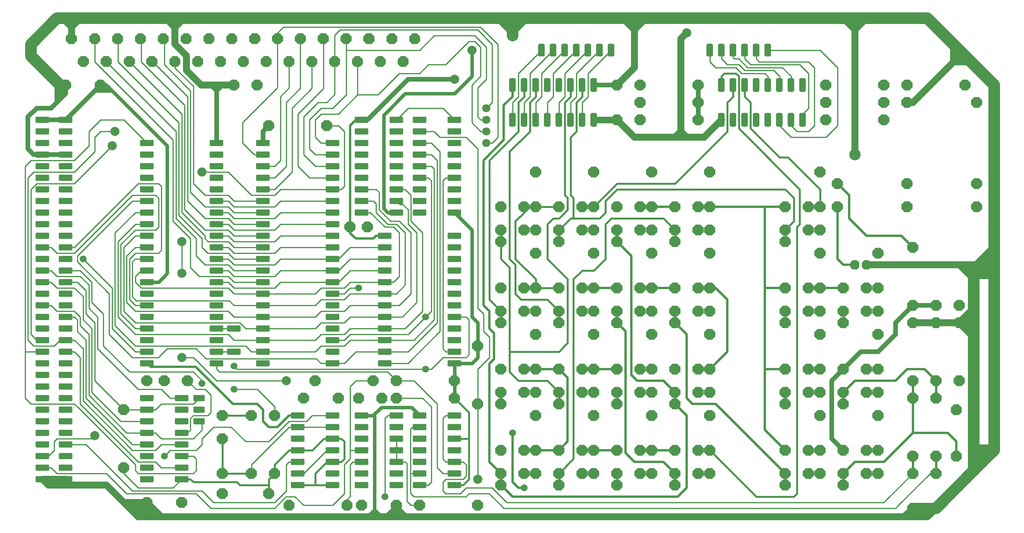
<source format=gbr>
G04 #@! TF.GenerationSoftware,KiCad,Pcbnew,(5.1.4)-1*
G04 #@! TF.CreationDate,2020-10-11T11:48:53+02:00*
G04 #@! TF.ProjectId,junior-computer,6a756e69-6f72-42d6-936f-6d7075746572,rev?*
G04 #@! TF.SameCoordinates,Original*
G04 #@! TF.FileFunction,Copper,L1,Top*
G04 #@! TF.FilePolarity,Positive*
%FSLAX46Y46*%
G04 Gerber Fmt 4.6, Leading zero omitted, Abs format (unit mm)*
G04 Created by KiCad (PCBNEW (5.1.4)-1) date 2020-10-11 11:48:53*
%MOMM*%
%LPD*%
G04 APERTURE LIST*
%ADD10C,1.524000*%
%ADD11C,0.100000*%
%ADD12C,1.400000*%
%ADD13C,2.000000*%
%ADD14C,1.500000*%
%ADD15C,1.800000*%
%ADD16C,2.500000*%
%ADD17C,0.250000*%
%ADD18C,0.400000*%
%ADD19C,1.500000*%
%ADD20C,1.400000*%
%ADD21C,1.000000*%
%ADD22C,0.750000*%
%ADD23C,0.900000*%
%ADD24C,0.500000*%
%ADD25C,2.500000*%
%ADD26C,2.350000*%
G04 APERTURE END LIST*
D10*
X69850000Y-129540000D03*
D11*
G36*
X70350000Y-130740000D02*
G01*
X69350000Y-130740000D01*
X68650000Y-130040000D01*
X68650000Y-129040000D01*
X69350000Y-128340000D01*
X70350000Y-128340000D01*
X71050000Y-129040000D01*
X71050000Y-130040000D01*
X70350000Y-130740000D01*
X70350000Y-130740000D01*
G37*
D10*
X69850000Y-121920000D03*
D11*
G36*
X70350000Y-123120000D02*
G01*
X69350000Y-123120000D01*
X68650000Y-122420000D01*
X68650000Y-121420000D01*
X69350000Y-120720000D01*
X70350000Y-120720000D01*
X71050000Y-121420000D01*
X71050000Y-122420000D01*
X70350000Y-123120000D01*
X70350000Y-123120000D01*
G37*
D10*
X69850000Y-116840000D03*
D11*
G36*
X70350000Y-118040000D02*
G01*
X69350000Y-118040000D01*
X68650000Y-117340000D01*
X68650000Y-116340000D01*
X69350000Y-115640000D01*
X70350000Y-115640000D01*
X71050000Y-116340000D01*
X71050000Y-117340000D01*
X70350000Y-118040000D01*
X70350000Y-118040000D01*
G37*
G36*
X65704306Y-117411685D02*
G01*
X65738282Y-117416725D01*
X65771600Y-117425071D01*
X65803939Y-117436642D01*
X65834989Y-117451328D01*
X65864450Y-117468986D01*
X65892038Y-117489446D01*
X65917487Y-117512513D01*
X65940554Y-117537962D01*
X65961014Y-117565550D01*
X65978672Y-117595011D01*
X65993358Y-117626061D01*
X66004929Y-117658400D01*
X66013275Y-117691718D01*
X66018315Y-117725694D01*
X66020000Y-117760000D01*
X66020000Y-118460000D01*
X66018315Y-118494306D01*
X66013275Y-118528282D01*
X66004929Y-118561600D01*
X65993358Y-118593939D01*
X65978672Y-118624989D01*
X65961014Y-118654450D01*
X65940554Y-118682038D01*
X65917487Y-118707487D01*
X65892038Y-118730554D01*
X65864450Y-118751014D01*
X65834989Y-118768672D01*
X65803939Y-118783358D01*
X65771600Y-118794929D01*
X65738282Y-118803275D01*
X65704306Y-118808315D01*
X65670000Y-118810000D01*
X63870000Y-118810000D01*
X63835694Y-118808315D01*
X63801718Y-118803275D01*
X63768400Y-118794929D01*
X63736061Y-118783358D01*
X63705011Y-118768672D01*
X63675550Y-118751014D01*
X63647962Y-118730554D01*
X63622513Y-118707487D01*
X63599446Y-118682038D01*
X63578986Y-118654450D01*
X63561328Y-118624989D01*
X63546642Y-118593939D01*
X63535071Y-118561600D01*
X63526725Y-118528282D01*
X63521685Y-118494306D01*
X63520000Y-118460000D01*
X63520000Y-117760000D01*
X63521685Y-117725694D01*
X63526725Y-117691718D01*
X63535071Y-117658400D01*
X63546642Y-117626061D01*
X63561328Y-117595011D01*
X63578986Y-117565550D01*
X63599446Y-117537962D01*
X63622513Y-117512513D01*
X63647962Y-117489446D01*
X63675550Y-117468986D01*
X63705011Y-117451328D01*
X63736061Y-117436642D01*
X63768400Y-117425071D01*
X63801718Y-117416725D01*
X63835694Y-117411685D01*
X63870000Y-117410000D01*
X65670000Y-117410000D01*
X65704306Y-117411685D01*
X65704306Y-117411685D01*
G37*
D12*
X64770000Y-118110000D03*
D11*
G36*
X65704306Y-114871685D02*
G01*
X65738282Y-114876725D01*
X65771600Y-114885071D01*
X65803939Y-114896642D01*
X65834989Y-114911328D01*
X65864450Y-114928986D01*
X65892038Y-114949446D01*
X65917487Y-114972513D01*
X65940554Y-114997962D01*
X65961014Y-115025550D01*
X65978672Y-115055011D01*
X65993358Y-115086061D01*
X66004929Y-115118400D01*
X66013275Y-115151718D01*
X66018315Y-115185694D01*
X66020000Y-115220000D01*
X66020000Y-115920000D01*
X66018315Y-115954306D01*
X66013275Y-115988282D01*
X66004929Y-116021600D01*
X65993358Y-116053939D01*
X65978672Y-116084989D01*
X65961014Y-116114450D01*
X65940554Y-116142038D01*
X65917487Y-116167487D01*
X65892038Y-116190554D01*
X65864450Y-116211014D01*
X65834989Y-116228672D01*
X65803939Y-116243358D01*
X65771600Y-116254929D01*
X65738282Y-116263275D01*
X65704306Y-116268315D01*
X65670000Y-116270000D01*
X63870000Y-116270000D01*
X63835694Y-116268315D01*
X63801718Y-116263275D01*
X63768400Y-116254929D01*
X63736061Y-116243358D01*
X63705011Y-116228672D01*
X63675550Y-116211014D01*
X63647962Y-116190554D01*
X63622513Y-116167487D01*
X63599446Y-116142038D01*
X63578986Y-116114450D01*
X63561328Y-116084989D01*
X63546642Y-116053939D01*
X63535071Y-116021600D01*
X63526725Y-115988282D01*
X63521685Y-115954306D01*
X63520000Y-115920000D01*
X63520000Y-115220000D01*
X63521685Y-115185694D01*
X63526725Y-115151718D01*
X63535071Y-115118400D01*
X63546642Y-115086061D01*
X63561328Y-115055011D01*
X63578986Y-115025550D01*
X63599446Y-114997962D01*
X63622513Y-114972513D01*
X63647962Y-114949446D01*
X63675550Y-114928986D01*
X63705011Y-114911328D01*
X63736061Y-114896642D01*
X63768400Y-114885071D01*
X63801718Y-114876725D01*
X63835694Y-114871685D01*
X63870000Y-114870000D01*
X65670000Y-114870000D01*
X65704306Y-114871685D01*
X65704306Y-114871685D01*
G37*
D12*
X64770000Y-115570000D03*
D11*
G36*
X65704306Y-112331685D02*
G01*
X65738282Y-112336725D01*
X65771600Y-112345071D01*
X65803939Y-112356642D01*
X65834989Y-112371328D01*
X65864450Y-112388986D01*
X65892038Y-112409446D01*
X65917487Y-112432513D01*
X65940554Y-112457962D01*
X65961014Y-112485550D01*
X65978672Y-112515011D01*
X65993358Y-112546061D01*
X66004929Y-112578400D01*
X66013275Y-112611718D01*
X66018315Y-112645694D01*
X66020000Y-112680000D01*
X66020000Y-113380000D01*
X66018315Y-113414306D01*
X66013275Y-113448282D01*
X66004929Y-113481600D01*
X65993358Y-113513939D01*
X65978672Y-113544989D01*
X65961014Y-113574450D01*
X65940554Y-113602038D01*
X65917487Y-113627487D01*
X65892038Y-113650554D01*
X65864450Y-113671014D01*
X65834989Y-113688672D01*
X65803939Y-113703358D01*
X65771600Y-113714929D01*
X65738282Y-113723275D01*
X65704306Y-113728315D01*
X65670000Y-113730000D01*
X63870000Y-113730000D01*
X63835694Y-113728315D01*
X63801718Y-113723275D01*
X63768400Y-113714929D01*
X63736061Y-113703358D01*
X63705011Y-113688672D01*
X63675550Y-113671014D01*
X63647962Y-113650554D01*
X63622513Y-113627487D01*
X63599446Y-113602038D01*
X63578986Y-113574450D01*
X63561328Y-113544989D01*
X63546642Y-113513939D01*
X63535071Y-113481600D01*
X63526725Y-113448282D01*
X63521685Y-113414306D01*
X63520000Y-113380000D01*
X63520000Y-112680000D01*
X63521685Y-112645694D01*
X63526725Y-112611718D01*
X63535071Y-112578400D01*
X63546642Y-112546061D01*
X63561328Y-112515011D01*
X63578986Y-112485550D01*
X63599446Y-112457962D01*
X63622513Y-112432513D01*
X63647962Y-112409446D01*
X63675550Y-112388986D01*
X63705011Y-112371328D01*
X63736061Y-112356642D01*
X63768400Y-112345071D01*
X63801718Y-112336725D01*
X63835694Y-112331685D01*
X63870000Y-112330000D01*
X65670000Y-112330000D01*
X65704306Y-112331685D01*
X65704306Y-112331685D01*
G37*
D12*
X64770000Y-113030000D03*
D11*
G36*
X179454306Y-35431685D02*
G01*
X179488282Y-35436725D01*
X179521600Y-35445071D01*
X179553939Y-35456642D01*
X179584989Y-35471328D01*
X179614450Y-35488986D01*
X179642038Y-35509446D01*
X179667487Y-35532513D01*
X179690554Y-35557962D01*
X179711014Y-35585550D01*
X179728672Y-35615011D01*
X179743358Y-35646061D01*
X179754929Y-35678400D01*
X179763275Y-35711718D01*
X179768315Y-35745694D01*
X179770000Y-35780000D01*
X179770000Y-37880000D01*
X179768315Y-37914306D01*
X179763275Y-37948282D01*
X179754929Y-37981600D01*
X179743358Y-38013939D01*
X179728672Y-38044989D01*
X179711014Y-38074450D01*
X179690554Y-38102038D01*
X179667487Y-38127487D01*
X179642038Y-38150554D01*
X179614450Y-38171014D01*
X179584989Y-38188672D01*
X179553939Y-38203358D01*
X179521600Y-38214929D01*
X179488282Y-38223275D01*
X179454306Y-38228315D01*
X179420000Y-38230000D01*
X178720000Y-38230000D01*
X178685694Y-38228315D01*
X178651718Y-38223275D01*
X178618400Y-38214929D01*
X178586061Y-38203358D01*
X178555011Y-38188672D01*
X178525550Y-38171014D01*
X178497962Y-38150554D01*
X178472513Y-38127487D01*
X178449446Y-38102038D01*
X178428986Y-38074450D01*
X178411328Y-38044989D01*
X178396642Y-38013939D01*
X178385071Y-37981600D01*
X178376725Y-37948282D01*
X178371685Y-37914306D01*
X178370000Y-37880000D01*
X178370000Y-35780000D01*
X178371685Y-35745694D01*
X178376725Y-35711718D01*
X178385071Y-35678400D01*
X178396642Y-35646061D01*
X178411328Y-35615011D01*
X178428986Y-35585550D01*
X178449446Y-35557962D01*
X178472513Y-35532513D01*
X178497962Y-35509446D01*
X178525550Y-35488986D01*
X178555011Y-35471328D01*
X178586061Y-35456642D01*
X178618400Y-35445071D01*
X178651718Y-35436725D01*
X178685694Y-35431685D01*
X178720000Y-35430000D01*
X179420000Y-35430000D01*
X179454306Y-35431685D01*
X179454306Y-35431685D01*
G37*
D12*
X179070000Y-36830000D03*
D11*
G36*
X184534306Y-35431685D02*
G01*
X184568282Y-35436725D01*
X184601600Y-35445071D01*
X184633939Y-35456642D01*
X184664989Y-35471328D01*
X184694450Y-35488986D01*
X184722038Y-35509446D01*
X184747487Y-35532513D01*
X184770554Y-35557962D01*
X184791014Y-35585550D01*
X184808672Y-35615011D01*
X184823358Y-35646061D01*
X184834929Y-35678400D01*
X184843275Y-35711718D01*
X184848315Y-35745694D01*
X184850000Y-35780000D01*
X184850000Y-37880000D01*
X184848315Y-37914306D01*
X184843275Y-37948282D01*
X184834929Y-37981600D01*
X184823358Y-38013939D01*
X184808672Y-38044989D01*
X184791014Y-38074450D01*
X184770554Y-38102038D01*
X184747487Y-38127487D01*
X184722038Y-38150554D01*
X184694450Y-38171014D01*
X184664989Y-38188672D01*
X184633939Y-38203358D01*
X184601600Y-38214929D01*
X184568282Y-38223275D01*
X184534306Y-38228315D01*
X184500000Y-38230000D01*
X183800000Y-38230000D01*
X183765694Y-38228315D01*
X183731718Y-38223275D01*
X183698400Y-38214929D01*
X183666061Y-38203358D01*
X183635011Y-38188672D01*
X183605550Y-38171014D01*
X183577962Y-38150554D01*
X183552513Y-38127487D01*
X183529446Y-38102038D01*
X183508986Y-38074450D01*
X183491328Y-38044989D01*
X183476642Y-38013939D01*
X183465071Y-37981600D01*
X183456725Y-37948282D01*
X183451685Y-37914306D01*
X183450000Y-37880000D01*
X183450000Y-35780000D01*
X183451685Y-35745694D01*
X183456725Y-35711718D01*
X183465071Y-35678400D01*
X183476642Y-35646061D01*
X183491328Y-35615011D01*
X183508986Y-35585550D01*
X183529446Y-35557962D01*
X183552513Y-35532513D01*
X183577962Y-35509446D01*
X183605550Y-35488986D01*
X183635011Y-35471328D01*
X183666061Y-35456642D01*
X183698400Y-35445071D01*
X183731718Y-35436725D01*
X183765694Y-35431685D01*
X183800000Y-35430000D01*
X184500000Y-35430000D01*
X184534306Y-35431685D01*
X184534306Y-35431685D01*
G37*
D12*
X184150000Y-36830000D03*
D11*
G36*
X176914306Y-35431685D02*
G01*
X176948282Y-35436725D01*
X176981600Y-35445071D01*
X177013939Y-35456642D01*
X177044989Y-35471328D01*
X177074450Y-35488986D01*
X177102038Y-35509446D01*
X177127487Y-35532513D01*
X177150554Y-35557962D01*
X177171014Y-35585550D01*
X177188672Y-35615011D01*
X177203358Y-35646061D01*
X177214929Y-35678400D01*
X177223275Y-35711718D01*
X177228315Y-35745694D01*
X177230000Y-35780000D01*
X177230000Y-37880000D01*
X177228315Y-37914306D01*
X177223275Y-37948282D01*
X177214929Y-37981600D01*
X177203358Y-38013939D01*
X177188672Y-38044989D01*
X177171014Y-38074450D01*
X177150554Y-38102038D01*
X177127487Y-38127487D01*
X177102038Y-38150554D01*
X177074450Y-38171014D01*
X177044989Y-38188672D01*
X177013939Y-38203358D01*
X176981600Y-38214929D01*
X176948282Y-38223275D01*
X176914306Y-38228315D01*
X176880000Y-38230000D01*
X176180000Y-38230000D01*
X176145694Y-38228315D01*
X176111718Y-38223275D01*
X176078400Y-38214929D01*
X176046061Y-38203358D01*
X176015011Y-38188672D01*
X175985550Y-38171014D01*
X175957962Y-38150554D01*
X175932513Y-38127487D01*
X175909446Y-38102038D01*
X175888986Y-38074450D01*
X175871328Y-38044989D01*
X175856642Y-38013939D01*
X175845071Y-37981600D01*
X175836725Y-37948282D01*
X175831685Y-37914306D01*
X175830000Y-37880000D01*
X175830000Y-35780000D01*
X175831685Y-35745694D01*
X175836725Y-35711718D01*
X175845071Y-35678400D01*
X175856642Y-35646061D01*
X175871328Y-35615011D01*
X175888986Y-35585550D01*
X175909446Y-35557962D01*
X175932513Y-35532513D01*
X175957962Y-35509446D01*
X175985550Y-35488986D01*
X176015011Y-35471328D01*
X176046061Y-35456642D01*
X176078400Y-35445071D01*
X176111718Y-35436725D01*
X176145694Y-35431685D01*
X176180000Y-35430000D01*
X176880000Y-35430000D01*
X176914306Y-35431685D01*
X176914306Y-35431685D01*
G37*
D12*
X176530000Y-36830000D03*
D11*
G36*
X187074306Y-35431685D02*
G01*
X187108282Y-35436725D01*
X187141600Y-35445071D01*
X187173939Y-35456642D01*
X187204989Y-35471328D01*
X187234450Y-35488986D01*
X187262038Y-35509446D01*
X187287487Y-35532513D01*
X187310554Y-35557962D01*
X187331014Y-35585550D01*
X187348672Y-35615011D01*
X187363358Y-35646061D01*
X187374929Y-35678400D01*
X187383275Y-35711718D01*
X187388315Y-35745694D01*
X187390000Y-35780000D01*
X187390000Y-37880000D01*
X187388315Y-37914306D01*
X187383275Y-37948282D01*
X187374929Y-37981600D01*
X187363358Y-38013939D01*
X187348672Y-38044989D01*
X187331014Y-38074450D01*
X187310554Y-38102038D01*
X187287487Y-38127487D01*
X187262038Y-38150554D01*
X187234450Y-38171014D01*
X187204989Y-38188672D01*
X187173939Y-38203358D01*
X187141600Y-38214929D01*
X187108282Y-38223275D01*
X187074306Y-38228315D01*
X187040000Y-38230000D01*
X186340000Y-38230000D01*
X186305694Y-38228315D01*
X186271718Y-38223275D01*
X186238400Y-38214929D01*
X186206061Y-38203358D01*
X186175011Y-38188672D01*
X186145550Y-38171014D01*
X186117962Y-38150554D01*
X186092513Y-38127487D01*
X186069446Y-38102038D01*
X186048986Y-38074450D01*
X186031328Y-38044989D01*
X186016642Y-38013939D01*
X186005071Y-37981600D01*
X185996725Y-37948282D01*
X185991685Y-37914306D01*
X185990000Y-37880000D01*
X185990000Y-35780000D01*
X185991685Y-35745694D01*
X185996725Y-35711718D01*
X186005071Y-35678400D01*
X186016642Y-35646061D01*
X186031328Y-35615011D01*
X186048986Y-35585550D01*
X186069446Y-35557962D01*
X186092513Y-35532513D01*
X186117962Y-35509446D01*
X186145550Y-35488986D01*
X186175011Y-35471328D01*
X186206061Y-35456642D01*
X186238400Y-35445071D01*
X186271718Y-35436725D01*
X186305694Y-35431685D01*
X186340000Y-35430000D01*
X187040000Y-35430000D01*
X187074306Y-35431685D01*
X187074306Y-35431685D01*
G37*
D12*
X186690000Y-36830000D03*
D11*
G36*
X181994306Y-35431685D02*
G01*
X182028282Y-35436725D01*
X182061600Y-35445071D01*
X182093939Y-35456642D01*
X182124989Y-35471328D01*
X182154450Y-35488986D01*
X182182038Y-35509446D01*
X182207487Y-35532513D01*
X182230554Y-35557962D01*
X182251014Y-35585550D01*
X182268672Y-35615011D01*
X182283358Y-35646061D01*
X182294929Y-35678400D01*
X182303275Y-35711718D01*
X182308315Y-35745694D01*
X182310000Y-35780000D01*
X182310000Y-37880000D01*
X182308315Y-37914306D01*
X182303275Y-37948282D01*
X182294929Y-37981600D01*
X182283358Y-38013939D01*
X182268672Y-38044989D01*
X182251014Y-38074450D01*
X182230554Y-38102038D01*
X182207487Y-38127487D01*
X182182038Y-38150554D01*
X182154450Y-38171014D01*
X182124989Y-38188672D01*
X182093939Y-38203358D01*
X182061600Y-38214929D01*
X182028282Y-38223275D01*
X181994306Y-38228315D01*
X181960000Y-38230000D01*
X181260000Y-38230000D01*
X181225694Y-38228315D01*
X181191718Y-38223275D01*
X181158400Y-38214929D01*
X181126061Y-38203358D01*
X181095011Y-38188672D01*
X181065550Y-38171014D01*
X181037962Y-38150554D01*
X181012513Y-38127487D01*
X180989446Y-38102038D01*
X180968986Y-38074450D01*
X180951328Y-38044989D01*
X180936642Y-38013939D01*
X180925071Y-37981600D01*
X180916725Y-37948282D01*
X180911685Y-37914306D01*
X180910000Y-37880000D01*
X180910000Y-35780000D01*
X180911685Y-35745694D01*
X180916725Y-35711718D01*
X180925071Y-35678400D01*
X180936642Y-35646061D01*
X180951328Y-35615011D01*
X180968986Y-35585550D01*
X180989446Y-35557962D01*
X181012513Y-35532513D01*
X181037962Y-35509446D01*
X181065550Y-35488986D01*
X181095011Y-35471328D01*
X181126061Y-35456642D01*
X181158400Y-35445071D01*
X181191718Y-35436725D01*
X181225694Y-35431685D01*
X181260000Y-35430000D01*
X181960000Y-35430000D01*
X181994306Y-35431685D01*
X181994306Y-35431685D01*
G37*
D12*
X181610000Y-36830000D03*
D11*
G36*
X189614306Y-35431685D02*
G01*
X189648282Y-35436725D01*
X189681600Y-35445071D01*
X189713939Y-35456642D01*
X189744989Y-35471328D01*
X189774450Y-35488986D01*
X189802038Y-35509446D01*
X189827487Y-35532513D01*
X189850554Y-35557962D01*
X189871014Y-35585550D01*
X189888672Y-35615011D01*
X189903358Y-35646061D01*
X189914929Y-35678400D01*
X189923275Y-35711718D01*
X189928315Y-35745694D01*
X189930000Y-35780000D01*
X189930000Y-37880000D01*
X189928315Y-37914306D01*
X189923275Y-37948282D01*
X189914929Y-37981600D01*
X189903358Y-38013939D01*
X189888672Y-38044989D01*
X189871014Y-38074450D01*
X189850554Y-38102038D01*
X189827487Y-38127487D01*
X189802038Y-38150554D01*
X189774450Y-38171014D01*
X189744989Y-38188672D01*
X189713939Y-38203358D01*
X189681600Y-38214929D01*
X189648282Y-38223275D01*
X189614306Y-38228315D01*
X189580000Y-38230000D01*
X188880000Y-38230000D01*
X188845694Y-38228315D01*
X188811718Y-38223275D01*
X188778400Y-38214929D01*
X188746061Y-38203358D01*
X188715011Y-38188672D01*
X188685550Y-38171014D01*
X188657962Y-38150554D01*
X188632513Y-38127487D01*
X188609446Y-38102038D01*
X188588986Y-38074450D01*
X188571328Y-38044989D01*
X188556642Y-38013939D01*
X188545071Y-37981600D01*
X188536725Y-37948282D01*
X188531685Y-37914306D01*
X188530000Y-37880000D01*
X188530000Y-35780000D01*
X188531685Y-35745694D01*
X188536725Y-35711718D01*
X188545071Y-35678400D01*
X188556642Y-35646061D01*
X188571328Y-35615011D01*
X188588986Y-35585550D01*
X188609446Y-35557962D01*
X188632513Y-35532513D01*
X188657962Y-35509446D01*
X188685550Y-35488986D01*
X188715011Y-35471328D01*
X188746061Y-35456642D01*
X188778400Y-35445071D01*
X188811718Y-35436725D01*
X188845694Y-35431685D01*
X188880000Y-35430000D01*
X189580000Y-35430000D01*
X189614306Y-35431685D01*
X189614306Y-35431685D01*
G37*
D12*
X189230000Y-36830000D03*
D11*
G36*
X155324306Y-35431685D02*
G01*
X155358282Y-35436725D01*
X155391600Y-35445071D01*
X155423939Y-35456642D01*
X155454989Y-35471328D01*
X155484450Y-35488986D01*
X155512038Y-35509446D01*
X155537487Y-35532513D01*
X155560554Y-35557962D01*
X155581014Y-35585550D01*
X155598672Y-35615011D01*
X155613358Y-35646061D01*
X155624929Y-35678400D01*
X155633275Y-35711718D01*
X155638315Y-35745694D01*
X155640000Y-35780000D01*
X155640000Y-37880000D01*
X155638315Y-37914306D01*
X155633275Y-37948282D01*
X155624929Y-37981600D01*
X155613358Y-38013939D01*
X155598672Y-38044989D01*
X155581014Y-38074450D01*
X155560554Y-38102038D01*
X155537487Y-38127487D01*
X155512038Y-38150554D01*
X155484450Y-38171014D01*
X155454989Y-38188672D01*
X155423939Y-38203358D01*
X155391600Y-38214929D01*
X155358282Y-38223275D01*
X155324306Y-38228315D01*
X155290000Y-38230000D01*
X154590000Y-38230000D01*
X154555694Y-38228315D01*
X154521718Y-38223275D01*
X154488400Y-38214929D01*
X154456061Y-38203358D01*
X154425011Y-38188672D01*
X154395550Y-38171014D01*
X154367962Y-38150554D01*
X154342513Y-38127487D01*
X154319446Y-38102038D01*
X154298986Y-38074450D01*
X154281328Y-38044989D01*
X154266642Y-38013939D01*
X154255071Y-37981600D01*
X154246725Y-37948282D01*
X154241685Y-37914306D01*
X154240000Y-37880000D01*
X154240000Y-35780000D01*
X154241685Y-35745694D01*
X154246725Y-35711718D01*
X154255071Y-35678400D01*
X154266642Y-35646061D01*
X154281328Y-35615011D01*
X154298986Y-35585550D01*
X154319446Y-35557962D01*
X154342513Y-35532513D01*
X154367962Y-35509446D01*
X154395550Y-35488986D01*
X154425011Y-35471328D01*
X154456061Y-35456642D01*
X154488400Y-35445071D01*
X154521718Y-35436725D01*
X154555694Y-35431685D01*
X154590000Y-35430000D01*
X155290000Y-35430000D01*
X155324306Y-35431685D01*
X155324306Y-35431685D01*
G37*
D12*
X154940000Y-36830000D03*
D11*
G36*
X152784306Y-35431685D02*
G01*
X152818282Y-35436725D01*
X152851600Y-35445071D01*
X152883939Y-35456642D01*
X152914989Y-35471328D01*
X152944450Y-35488986D01*
X152972038Y-35509446D01*
X152997487Y-35532513D01*
X153020554Y-35557962D01*
X153041014Y-35585550D01*
X153058672Y-35615011D01*
X153073358Y-35646061D01*
X153084929Y-35678400D01*
X153093275Y-35711718D01*
X153098315Y-35745694D01*
X153100000Y-35780000D01*
X153100000Y-37880000D01*
X153098315Y-37914306D01*
X153093275Y-37948282D01*
X153084929Y-37981600D01*
X153073358Y-38013939D01*
X153058672Y-38044989D01*
X153041014Y-38074450D01*
X153020554Y-38102038D01*
X152997487Y-38127487D01*
X152972038Y-38150554D01*
X152944450Y-38171014D01*
X152914989Y-38188672D01*
X152883939Y-38203358D01*
X152851600Y-38214929D01*
X152818282Y-38223275D01*
X152784306Y-38228315D01*
X152750000Y-38230000D01*
X152050000Y-38230000D01*
X152015694Y-38228315D01*
X151981718Y-38223275D01*
X151948400Y-38214929D01*
X151916061Y-38203358D01*
X151885011Y-38188672D01*
X151855550Y-38171014D01*
X151827962Y-38150554D01*
X151802513Y-38127487D01*
X151779446Y-38102038D01*
X151758986Y-38074450D01*
X151741328Y-38044989D01*
X151726642Y-38013939D01*
X151715071Y-37981600D01*
X151706725Y-37948282D01*
X151701685Y-37914306D01*
X151700000Y-37880000D01*
X151700000Y-35780000D01*
X151701685Y-35745694D01*
X151706725Y-35711718D01*
X151715071Y-35678400D01*
X151726642Y-35646061D01*
X151741328Y-35615011D01*
X151758986Y-35585550D01*
X151779446Y-35557962D01*
X151802513Y-35532513D01*
X151827962Y-35509446D01*
X151855550Y-35488986D01*
X151885011Y-35471328D01*
X151916061Y-35456642D01*
X151948400Y-35445071D01*
X151981718Y-35436725D01*
X152015694Y-35431685D01*
X152050000Y-35430000D01*
X152750000Y-35430000D01*
X152784306Y-35431685D01*
X152784306Y-35431685D01*
G37*
D12*
X152400000Y-36830000D03*
D11*
G36*
X150244306Y-35431685D02*
G01*
X150278282Y-35436725D01*
X150311600Y-35445071D01*
X150343939Y-35456642D01*
X150374989Y-35471328D01*
X150404450Y-35488986D01*
X150432038Y-35509446D01*
X150457487Y-35532513D01*
X150480554Y-35557962D01*
X150501014Y-35585550D01*
X150518672Y-35615011D01*
X150533358Y-35646061D01*
X150544929Y-35678400D01*
X150553275Y-35711718D01*
X150558315Y-35745694D01*
X150560000Y-35780000D01*
X150560000Y-37880000D01*
X150558315Y-37914306D01*
X150553275Y-37948282D01*
X150544929Y-37981600D01*
X150533358Y-38013939D01*
X150518672Y-38044989D01*
X150501014Y-38074450D01*
X150480554Y-38102038D01*
X150457487Y-38127487D01*
X150432038Y-38150554D01*
X150404450Y-38171014D01*
X150374989Y-38188672D01*
X150343939Y-38203358D01*
X150311600Y-38214929D01*
X150278282Y-38223275D01*
X150244306Y-38228315D01*
X150210000Y-38230000D01*
X149510000Y-38230000D01*
X149475694Y-38228315D01*
X149441718Y-38223275D01*
X149408400Y-38214929D01*
X149376061Y-38203358D01*
X149345011Y-38188672D01*
X149315550Y-38171014D01*
X149287962Y-38150554D01*
X149262513Y-38127487D01*
X149239446Y-38102038D01*
X149218986Y-38074450D01*
X149201328Y-38044989D01*
X149186642Y-38013939D01*
X149175071Y-37981600D01*
X149166725Y-37948282D01*
X149161685Y-37914306D01*
X149160000Y-37880000D01*
X149160000Y-35780000D01*
X149161685Y-35745694D01*
X149166725Y-35711718D01*
X149175071Y-35678400D01*
X149186642Y-35646061D01*
X149201328Y-35615011D01*
X149218986Y-35585550D01*
X149239446Y-35557962D01*
X149262513Y-35532513D01*
X149287962Y-35509446D01*
X149315550Y-35488986D01*
X149345011Y-35471328D01*
X149376061Y-35456642D01*
X149408400Y-35445071D01*
X149441718Y-35436725D01*
X149475694Y-35431685D01*
X149510000Y-35430000D01*
X150210000Y-35430000D01*
X150244306Y-35431685D01*
X150244306Y-35431685D01*
G37*
D12*
X149860000Y-36830000D03*
D11*
G36*
X147704306Y-35431685D02*
G01*
X147738282Y-35436725D01*
X147771600Y-35445071D01*
X147803939Y-35456642D01*
X147834989Y-35471328D01*
X147864450Y-35488986D01*
X147892038Y-35509446D01*
X147917487Y-35532513D01*
X147940554Y-35557962D01*
X147961014Y-35585550D01*
X147978672Y-35615011D01*
X147993358Y-35646061D01*
X148004929Y-35678400D01*
X148013275Y-35711718D01*
X148018315Y-35745694D01*
X148020000Y-35780000D01*
X148020000Y-37880000D01*
X148018315Y-37914306D01*
X148013275Y-37948282D01*
X148004929Y-37981600D01*
X147993358Y-38013939D01*
X147978672Y-38044989D01*
X147961014Y-38074450D01*
X147940554Y-38102038D01*
X147917487Y-38127487D01*
X147892038Y-38150554D01*
X147864450Y-38171014D01*
X147834989Y-38188672D01*
X147803939Y-38203358D01*
X147771600Y-38214929D01*
X147738282Y-38223275D01*
X147704306Y-38228315D01*
X147670000Y-38230000D01*
X146970000Y-38230000D01*
X146935694Y-38228315D01*
X146901718Y-38223275D01*
X146868400Y-38214929D01*
X146836061Y-38203358D01*
X146805011Y-38188672D01*
X146775550Y-38171014D01*
X146747962Y-38150554D01*
X146722513Y-38127487D01*
X146699446Y-38102038D01*
X146678986Y-38074450D01*
X146661328Y-38044989D01*
X146646642Y-38013939D01*
X146635071Y-37981600D01*
X146626725Y-37948282D01*
X146621685Y-37914306D01*
X146620000Y-37880000D01*
X146620000Y-35780000D01*
X146621685Y-35745694D01*
X146626725Y-35711718D01*
X146635071Y-35678400D01*
X146646642Y-35646061D01*
X146661328Y-35615011D01*
X146678986Y-35585550D01*
X146699446Y-35557962D01*
X146722513Y-35532513D01*
X146747962Y-35509446D01*
X146775550Y-35488986D01*
X146805011Y-35471328D01*
X146836061Y-35456642D01*
X146868400Y-35445071D01*
X146901718Y-35436725D01*
X146935694Y-35431685D01*
X146970000Y-35430000D01*
X147670000Y-35430000D01*
X147704306Y-35431685D01*
X147704306Y-35431685D01*
G37*
D12*
X147320000Y-36830000D03*
D11*
G36*
X145164306Y-35431685D02*
G01*
X145198282Y-35436725D01*
X145231600Y-35445071D01*
X145263939Y-35456642D01*
X145294989Y-35471328D01*
X145324450Y-35488986D01*
X145352038Y-35509446D01*
X145377487Y-35532513D01*
X145400554Y-35557962D01*
X145421014Y-35585550D01*
X145438672Y-35615011D01*
X145453358Y-35646061D01*
X145464929Y-35678400D01*
X145473275Y-35711718D01*
X145478315Y-35745694D01*
X145480000Y-35780000D01*
X145480000Y-37880000D01*
X145478315Y-37914306D01*
X145473275Y-37948282D01*
X145464929Y-37981600D01*
X145453358Y-38013939D01*
X145438672Y-38044989D01*
X145421014Y-38074450D01*
X145400554Y-38102038D01*
X145377487Y-38127487D01*
X145352038Y-38150554D01*
X145324450Y-38171014D01*
X145294989Y-38188672D01*
X145263939Y-38203358D01*
X145231600Y-38214929D01*
X145198282Y-38223275D01*
X145164306Y-38228315D01*
X145130000Y-38230000D01*
X144430000Y-38230000D01*
X144395694Y-38228315D01*
X144361718Y-38223275D01*
X144328400Y-38214929D01*
X144296061Y-38203358D01*
X144265011Y-38188672D01*
X144235550Y-38171014D01*
X144207962Y-38150554D01*
X144182513Y-38127487D01*
X144159446Y-38102038D01*
X144138986Y-38074450D01*
X144121328Y-38044989D01*
X144106642Y-38013939D01*
X144095071Y-37981600D01*
X144086725Y-37948282D01*
X144081685Y-37914306D01*
X144080000Y-37880000D01*
X144080000Y-35780000D01*
X144081685Y-35745694D01*
X144086725Y-35711718D01*
X144095071Y-35678400D01*
X144106642Y-35646061D01*
X144121328Y-35615011D01*
X144138986Y-35585550D01*
X144159446Y-35557962D01*
X144182513Y-35532513D01*
X144207962Y-35509446D01*
X144235550Y-35488986D01*
X144265011Y-35471328D01*
X144296061Y-35456642D01*
X144328400Y-35445071D01*
X144361718Y-35436725D01*
X144395694Y-35431685D01*
X144430000Y-35430000D01*
X145130000Y-35430000D01*
X145164306Y-35431685D01*
X145164306Y-35431685D01*
G37*
D12*
X144780000Y-36830000D03*
D11*
G36*
X142624306Y-35431685D02*
G01*
X142658282Y-35436725D01*
X142691600Y-35445071D01*
X142723939Y-35456642D01*
X142754989Y-35471328D01*
X142784450Y-35488986D01*
X142812038Y-35509446D01*
X142837487Y-35532513D01*
X142860554Y-35557962D01*
X142881014Y-35585550D01*
X142898672Y-35615011D01*
X142913358Y-35646061D01*
X142924929Y-35678400D01*
X142933275Y-35711718D01*
X142938315Y-35745694D01*
X142940000Y-35780000D01*
X142940000Y-37880000D01*
X142938315Y-37914306D01*
X142933275Y-37948282D01*
X142924929Y-37981600D01*
X142913358Y-38013939D01*
X142898672Y-38044989D01*
X142881014Y-38074450D01*
X142860554Y-38102038D01*
X142837487Y-38127487D01*
X142812038Y-38150554D01*
X142784450Y-38171014D01*
X142754989Y-38188672D01*
X142723939Y-38203358D01*
X142691600Y-38214929D01*
X142658282Y-38223275D01*
X142624306Y-38228315D01*
X142590000Y-38230000D01*
X141890000Y-38230000D01*
X141855694Y-38228315D01*
X141821718Y-38223275D01*
X141788400Y-38214929D01*
X141756061Y-38203358D01*
X141725011Y-38188672D01*
X141695550Y-38171014D01*
X141667962Y-38150554D01*
X141642513Y-38127487D01*
X141619446Y-38102038D01*
X141598986Y-38074450D01*
X141581328Y-38044989D01*
X141566642Y-38013939D01*
X141555071Y-37981600D01*
X141546725Y-37948282D01*
X141541685Y-37914306D01*
X141540000Y-37880000D01*
X141540000Y-35780000D01*
X141541685Y-35745694D01*
X141546725Y-35711718D01*
X141555071Y-35678400D01*
X141566642Y-35646061D01*
X141581328Y-35615011D01*
X141598986Y-35585550D01*
X141619446Y-35557962D01*
X141642513Y-35532513D01*
X141667962Y-35509446D01*
X141695550Y-35488986D01*
X141725011Y-35471328D01*
X141756061Y-35456642D01*
X141788400Y-35445071D01*
X141821718Y-35436725D01*
X141855694Y-35431685D01*
X141890000Y-35430000D01*
X142590000Y-35430000D01*
X142624306Y-35431685D01*
X142624306Y-35431685D01*
G37*
D12*
X142240000Y-36830000D03*
D11*
G36*
X140084306Y-35431685D02*
G01*
X140118282Y-35436725D01*
X140151600Y-35445071D01*
X140183939Y-35456642D01*
X140214989Y-35471328D01*
X140244450Y-35488986D01*
X140272038Y-35509446D01*
X140297487Y-35532513D01*
X140320554Y-35557962D01*
X140341014Y-35585550D01*
X140358672Y-35615011D01*
X140373358Y-35646061D01*
X140384929Y-35678400D01*
X140393275Y-35711718D01*
X140398315Y-35745694D01*
X140400000Y-35780000D01*
X140400000Y-37880000D01*
X140398315Y-37914306D01*
X140393275Y-37948282D01*
X140384929Y-37981600D01*
X140373358Y-38013939D01*
X140358672Y-38044989D01*
X140341014Y-38074450D01*
X140320554Y-38102038D01*
X140297487Y-38127487D01*
X140272038Y-38150554D01*
X140244450Y-38171014D01*
X140214989Y-38188672D01*
X140183939Y-38203358D01*
X140151600Y-38214929D01*
X140118282Y-38223275D01*
X140084306Y-38228315D01*
X140050000Y-38230000D01*
X139350000Y-38230000D01*
X139315694Y-38228315D01*
X139281718Y-38223275D01*
X139248400Y-38214929D01*
X139216061Y-38203358D01*
X139185011Y-38188672D01*
X139155550Y-38171014D01*
X139127962Y-38150554D01*
X139102513Y-38127487D01*
X139079446Y-38102038D01*
X139058986Y-38074450D01*
X139041328Y-38044989D01*
X139026642Y-38013939D01*
X139015071Y-37981600D01*
X139006725Y-37948282D01*
X139001685Y-37914306D01*
X139000000Y-37880000D01*
X139000000Y-35780000D01*
X139001685Y-35745694D01*
X139006725Y-35711718D01*
X139015071Y-35678400D01*
X139026642Y-35646061D01*
X139041328Y-35615011D01*
X139058986Y-35585550D01*
X139079446Y-35557962D01*
X139102513Y-35532513D01*
X139127962Y-35509446D01*
X139155550Y-35488986D01*
X139185011Y-35471328D01*
X139216061Y-35456642D01*
X139248400Y-35445071D01*
X139281718Y-35436725D01*
X139315694Y-35431685D01*
X139350000Y-35430000D01*
X140050000Y-35430000D01*
X140084306Y-35431685D01*
X140084306Y-35431685D01*
G37*
D12*
X139700000Y-36830000D03*
D10*
X219710000Y-66040000D03*
D11*
G36*
X220910000Y-65540000D02*
G01*
X220910000Y-66540000D01*
X220210000Y-67240000D01*
X219210000Y-67240000D01*
X218510000Y-66540000D01*
X218510000Y-65540000D01*
X219210000Y-64840000D01*
X220210000Y-64840000D01*
X220910000Y-65540000D01*
X220910000Y-65540000D01*
G37*
D10*
X204470000Y-66040000D03*
D11*
G36*
X205670000Y-65540000D02*
G01*
X205670000Y-66540000D01*
X204970000Y-67240000D01*
X203970000Y-67240000D01*
X203270000Y-66540000D01*
X203270000Y-65540000D01*
X203970000Y-64840000D01*
X204970000Y-64840000D01*
X205670000Y-65540000D01*
X205670000Y-65540000D01*
G37*
D10*
X219710000Y-71120000D03*
D11*
G36*
X220910000Y-70620000D02*
G01*
X220910000Y-71620000D01*
X220210000Y-72320000D01*
X219210000Y-72320000D01*
X218510000Y-71620000D01*
X218510000Y-70620000D01*
X219210000Y-69920000D01*
X220210000Y-69920000D01*
X220910000Y-70620000D01*
X220910000Y-70620000D01*
G37*
D10*
X204470000Y-71120000D03*
D11*
G36*
X203270000Y-71620000D02*
G01*
X203270000Y-70620000D01*
X203970000Y-69920000D01*
X204970000Y-69920000D01*
X205670000Y-70620000D01*
X205670000Y-71620000D01*
X204970000Y-72320000D01*
X203970000Y-72320000D01*
X203270000Y-71620000D01*
X203270000Y-71620000D01*
G37*
D10*
X234950000Y-66040000D03*
D11*
G36*
X236150000Y-65540000D02*
G01*
X236150000Y-66540000D01*
X235450000Y-67240000D01*
X234450000Y-67240000D01*
X233750000Y-66540000D01*
X233750000Y-65540000D01*
X234450000Y-64840000D01*
X235450000Y-64840000D01*
X236150000Y-65540000D01*
X236150000Y-65540000D01*
G37*
D10*
X234950000Y-71120000D03*
D11*
G36*
X236150000Y-70620000D02*
G01*
X236150000Y-71620000D01*
X235450000Y-72320000D01*
X234450000Y-72320000D01*
X233750000Y-71620000D01*
X233750000Y-70620000D01*
X234450000Y-69920000D01*
X235450000Y-69920000D01*
X236150000Y-70620000D01*
X236150000Y-70620000D01*
G37*
D10*
X80010000Y-133985000D03*
D11*
G36*
X81210000Y-133485000D02*
G01*
X81210000Y-134485000D01*
X80510000Y-135185000D01*
X79510000Y-135185000D01*
X78810000Y-134485000D01*
X78810000Y-133485000D01*
X79510000Y-132785000D01*
X80510000Y-132785000D01*
X81210000Y-133485000D01*
X81210000Y-133485000D01*
G37*
D10*
X69850000Y-133985000D03*
D11*
G36*
X71050000Y-133485000D02*
G01*
X71050000Y-134485000D01*
X70350000Y-135185000D01*
X69350000Y-135185000D01*
X68650000Y-134485000D01*
X68650000Y-133485000D01*
X69350000Y-132785000D01*
X70350000Y-132785000D01*
X71050000Y-133485000D01*
X71050000Y-133485000D01*
G37*
D10*
X230505000Y-125730000D03*
D11*
G36*
X231005000Y-126930000D02*
G01*
X230005000Y-126930000D01*
X229305000Y-126230000D01*
X229305000Y-125230000D01*
X230005000Y-124530000D01*
X231005000Y-124530000D01*
X231705000Y-125230000D01*
X231705000Y-126230000D01*
X231005000Y-126930000D01*
X231005000Y-126930000D01*
G37*
D10*
X230505000Y-115570000D03*
D11*
G36*
X231005000Y-116770000D02*
G01*
X230005000Y-116770000D01*
X229305000Y-116070000D01*
X229305000Y-115070000D01*
X230005000Y-114370000D01*
X231005000Y-114370000D01*
X231705000Y-115070000D01*
X231705000Y-116070000D01*
X231005000Y-116770000D01*
X231005000Y-116770000D01*
G37*
G36*
X69764306Y-74231685D02*
G01*
X69798282Y-74236725D01*
X69831600Y-74245071D01*
X69863939Y-74256642D01*
X69894989Y-74271328D01*
X69924450Y-74288986D01*
X69952038Y-74309446D01*
X69977487Y-74332513D01*
X70000554Y-74357962D01*
X70021014Y-74385550D01*
X70038672Y-74415011D01*
X70053358Y-74446061D01*
X70064929Y-74478400D01*
X70073275Y-74511718D01*
X70078315Y-74545694D01*
X70080000Y-74580000D01*
X70080000Y-75280000D01*
X70078315Y-75314306D01*
X70073275Y-75348282D01*
X70064929Y-75381600D01*
X70053358Y-75413939D01*
X70038672Y-75444989D01*
X70021014Y-75474450D01*
X70000554Y-75502038D01*
X69977487Y-75527487D01*
X69952038Y-75550554D01*
X69924450Y-75571014D01*
X69894989Y-75588672D01*
X69863939Y-75603358D01*
X69831600Y-75614929D01*
X69798282Y-75623275D01*
X69764306Y-75628315D01*
X69730000Y-75630000D01*
X67430000Y-75630000D01*
X67395694Y-75628315D01*
X67361718Y-75623275D01*
X67328400Y-75614929D01*
X67296061Y-75603358D01*
X67265011Y-75588672D01*
X67235550Y-75571014D01*
X67207962Y-75550554D01*
X67182513Y-75527487D01*
X67159446Y-75502038D01*
X67138986Y-75474450D01*
X67121328Y-75444989D01*
X67106642Y-75413939D01*
X67095071Y-75381600D01*
X67086725Y-75348282D01*
X67081685Y-75314306D01*
X67080000Y-75280000D01*
X67080000Y-74580000D01*
X67081685Y-74545694D01*
X67086725Y-74511718D01*
X67095071Y-74478400D01*
X67106642Y-74446061D01*
X67121328Y-74415011D01*
X67138986Y-74385550D01*
X67159446Y-74357962D01*
X67182513Y-74332513D01*
X67207962Y-74309446D01*
X67235550Y-74288986D01*
X67265011Y-74271328D01*
X67296061Y-74256642D01*
X67328400Y-74245071D01*
X67361718Y-74236725D01*
X67395694Y-74231685D01*
X67430000Y-74230000D01*
X69730000Y-74230000D01*
X69764306Y-74231685D01*
X69764306Y-74231685D01*
G37*
D12*
X68580000Y-74930000D03*
D11*
G36*
X69764306Y-56451685D02*
G01*
X69798282Y-56456725D01*
X69831600Y-56465071D01*
X69863939Y-56476642D01*
X69894989Y-56491328D01*
X69924450Y-56508986D01*
X69952038Y-56529446D01*
X69977487Y-56552513D01*
X70000554Y-56577962D01*
X70021014Y-56605550D01*
X70038672Y-56635011D01*
X70053358Y-56666061D01*
X70064929Y-56698400D01*
X70073275Y-56731718D01*
X70078315Y-56765694D01*
X70080000Y-56800000D01*
X70080000Y-57500000D01*
X70078315Y-57534306D01*
X70073275Y-57568282D01*
X70064929Y-57601600D01*
X70053358Y-57633939D01*
X70038672Y-57664989D01*
X70021014Y-57694450D01*
X70000554Y-57722038D01*
X69977487Y-57747487D01*
X69952038Y-57770554D01*
X69924450Y-57791014D01*
X69894989Y-57808672D01*
X69863939Y-57823358D01*
X69831600Y-57834929D01*
X69798282Y-57843275D01*
X69764306Y-57848315D01*
X69730000Y-57850000D01*
X67430000Y-57850000D01*
X67395694Y-57848315D01*
X67361718Y-57843275D01*
X67328400Y-57834929D01*
X67296061Y-57823358D01*
X67265011Y-57808672D01*
X67235550Y-57791014D01*
X67207962Y-57770554D01*
X67182513Y-57747487D01*
X67159446Y-57722038D01*
X67138986Y-57694450D01*
X67121328Y-57664989D01*
X67106642Y-57633939D01*
X67095071Y-57601600D01*
X67086725Y-57568282D01*
X67081685Y-57534306D01*
X67080000Y-57500000D01*
X67080000Y-56800000D01*
X67081685Y-56765694D01*
X67086725Y-56731718D01*
X67095071Y-56698400D01*
X67106642Y-56666061D01*
X67121328Y-56635011D01*
X67138986Y-56605550D01*
X67159446Y-56577962D01*
X67182513Y-56552513D01*
X67207962Y-56529446D01*
X67235550Y-56508986D01*
X67265011Y-56491328D01*
X67296061Y-56476642D01*
X67328400Y-56465071D01*
X67361718Y-56456725D01*
X67395694Y-56451685D01*
X67430000Y-56450000D01*
X69730000Y-56450000D01*
X69764306Y-56451685D01*
X69764306Y-56451685D01*
G37*
D12*
X68580000Y-57150000D03*
D11*
G36*
X69764306Y-58991685D02*
G01*
X69798282Y-58996725D01*
X69831600Y-59005071D01*
X69863939Y-59016642D01*
X69894989Y-59031328D01*
X69924450Y-59048986D01*
X69952038Y-59069446D01*
X69977487Y-59092513D01*
X70000554Y-59117962D01*
X70021014Y-59145550D01*
X70038672Y-59175011D01*
X70053358Y-59206061D01*
X70064929Y-59238400D01*
X70073275Y-59271718D01*
X70078315Y-59305694D01*
X70080000Y-59340000D01*
X70080000Y-60040000D01*
X70078315Y-60074306D01*
X70073275Y-60108282D01*
X70064929Y-60141600D01*
X70053358Y-60173939D01*
X70038672Y-60204989D01*
X70021014Y-60234450D01*
X70000554Y-60262038D01*
X69977487Y-60287487D01*
X69952038Y-60310554D01*
X69924450Y-60331014D01*
X69894989Y-60348672D01*
X69863939Y-60363358D01*
X69831600Y-60374929D01*
X69798282Y-60383275D01*
X69764306Y-60388315D01*
X69730000Y-60390000D01*
X67430000Y-60390000D01*
X67395694Y-60388315D01*
X67361718Y-60383275D01*
X67328400Y-60374929D01*
X67296061Y-60363358D01*
X67265011Y-60348672D01*
X67235550Y-60331014D01*
X67207962Y-60310554D01*
X67182513Y-60287487D01*
X67159446Y-60262038D01*
X67138986Y-60234450D01*
X67121328Y-60204989D01*
X67106642Y-60173939D01*
X67095071Y-60141600D01*
X67086725Y-60108282D01*
X67081685Y-60074306D01*
X67080000Y-60040000D01*
X67080000Y-59340000D01*
X67081685Y-59305694D01*
X67086725Y-59271718D01*
X67095071Y-59238400D01*
X67106642Y-59206061D01*
X67121328Y-59175011D01*
X67138986Y-59145550D01*
X67159446Y-59117962D01*
X67182513Y-59092513D01*
X67207962Y-59069446D01*
X67235550Y-59048986D01*
X67265011Y-59031328D01*
X67296061Y-59016642D01*
X67328400Y-59005071D01*
X67361718Y-58996725D01*
X67395694Y-58991685D01*
X67430000Y-58990000D01*
X69730000Y-58990000D01*
X69764306Y-58991685D01*
X69764306Y-58991685D01*
G37*
D12*
X68580000Y-59690000D03*
D11*
G36*
X69764306Y-61531685D02*
G01*
X69798282Y-61536725D01*
X69831600Y-61545071D01*
X69863939Y-61556642D01*
X69894989Y-61571328D01*
X69924450Y-61588986D01*
X69952038Y-61609446D01*
X69977487Y-61632513D01*
X70000554Y-61657962D01*
X70021014Y-61685550D01*
X70038672Y-61715011D01*
X70053358Y-61746061D01*
X70064929Y-61778400D01*
X70073275Y-61811718D01*
X70078315Y-61845694D01*
X70080000Y-61880000D01*
X70080000Y-62580000D01*
X70078315Y-62614306D01*
X70073275Y-62648282D01*
X70064929Y-62681600D01*
X70053358Y-62713939D01*
X70038672Y-62744989D01*
X70021014Y-62774450D01*
X70000554Y-62802038D01*
X69977487Y-62827487D01*
X69952038Y-62850554D01*
X69924450Y-62871014D01*
X69894989Y-62888672D01*
X69863939Y-62903358D01*
X69831600Y-62914929D01*
X69798282Y-62923275D01*
X69764306Y-62928315D01*
X69730000Y-62930000D01*
X67430000Y-62930000D01*
X67395694Y-62928315D01*
X67361718Y-62923275D01*
X67328400Y-62914929D01*
X67296061Y-62903358D01*
X67265011Y-62888672D01*
X67235550Y-62871014D01*
X67207962Y-62850554D01*
X67182513Y-62827487D01*
X67159446Y-62802038D01*
X67138986Y-62774450D01*
X67121328Y-62744989D01*
X67106642Y-62713939D01*
X67095071Y-62681600D01*
X67086725Y-62648282D01*
X67081685Y-62614306D01*
X67080000Y-62580000D01*
X67080000Y-61880000D01*
X67081685Y-61845694D01*
X67086725Y-61811718D01*
X67095071Y-61778400D01*
X67106642Y-61746061D01*
X67121328Y-61715011D01*
X67138986Y-61685550D01*
X67159446Y-61657962D01*
X67182513Y-61632513D01*
X67207962Y-61609446D01*
X67235550Y-61588986D01*
X67265011Y-61571328D01*
X67296061Y-61556642D01*
X67328400Y-61545071D01*
X67361718Y-61536725D01*
X67395694Y-61531685D01*
X67430000Y-61530000D01*
X69730000Y-61530000D01*
X69764306Y-61531685D01*
X69764306Y-61531685D01*
G37*
D12*
X68580000Y-62230000D03*
D11*
G36*
X69764306Y-64071685D02*
G01*
X69798282Y-64076725D01*
X69831600Y-64085071D01*
X69863939Y-64096642D01*
X69894989Y-64111328D01*
X69924450Y-64128986D01*
X69952038Y-64149446D01*
X69977487Y-64172513D01*
X70000554Y-64197962D01*
X70021014Y-64225550D01*
X70038672Y-64255011D01*
X70053358Y-64286061D01*
X70064929Y-64318400D01*
X70073275Y-64351718D01*
X70078315Y-64385694D01*
X70080000Y-64420000D01*
X70080000Y-65120000D01*
X70078315Y-65154306D01*
X70073275Y-65188282D01*
X70064929Y-65221600D01*
X70053358Y-65253939D01*
X70038672Y-65284989D01*
X70021014Y-65314450D01*
X70000554Y-65342038D01*
X69977487Y-65367487D01*
X69952038Y-65390554D01*
X69924450Y-65411014D01*
X69894989Y-65428672D01*
X69863939Y-65443358D01*
X69831600Y-65454929D01*
X69798282Y-65463275D01*
X69764306Y-65468315D01*
X69730000Y-65470000D01*
X67430000Y-65470000D01*
X67395694Y-65468315D01*
X67361718Y-65463275D01*
X67328400Y-65454929D01*
X67296061Y-65443358D01*
X67265011Y-65428672D01*
X67235550Y-65411014D01*
X67207962Y-65390554D01*
X67182513Y-65367487D01*
X67159446Y-65342038D01*
X67138986Y-65314450D01*
X67121328Y-65284989D01*
X67106642Y-65253939D01*
X67095071Y-65221600D01*
X67086725Y-65188282D01*
X67081685Y-65154306D01*
X67080000Y-65120000D01*
X67080000Y-64420000D01*
X67081685Y-64385694D01*
X67086725Y-64351718D01*
X67095071Y-64318400D01*
X67106642Y-64286061D01*
X67121328Y-64255011D01*
X67138986Y-64225550D01*
X67159446Y-64197962D01*
X67182513Y-64172513D01*
X67207962Y-64149446D01*
X67235550Y-64128986D01*
X67265011Y-64111328D01*
X67296061Y-64096642D01*
X67328400Y-64085071D01*
X67361718Y-64076725D01*
X67395694Y-64071685D01*
X67430000Y-64070000D01*
X69730000Y-64070000D01*
X69764306Y-64071685D01*
X69764306Y-64071685D01*
G37*
D12*
X68580000Y-64770000D03*
D11*
G36*
X69764306Y-66611685D02*
G01*
X69798282Y-66616725D01*
X69831600Y-66625071D01*
X69863939Y-66636642D01*
X69894989Y-66651328D01*
X69924450Y-66668986D01*
X69952038Y-66689446D01*
X69977487Y-66712513D01*
X70000554Y-66737962D01*
X70021014Y-66765550D01*
X70038672Y-66795011D01*
X70053358Y-66826061D01*
X70064929Y-66858400D01*
X70073275Y-66891718D01*
X70078315Y-66925694D01*
X70080000Y-66960000D01*
X70080000Y-67660000D01*
X70078315Y-67694306D01*
X70073275Y-67728282D01*
X70064929Y-67761600D01*
X70053358Y-67793939D01*
X70038672Y-67824989D01*
X70021014Y-67854450D01*
X70000554Y-67882038D01*
X69977487Y-67907487D01*
X69952038Y-67930554D01*
X69924450Y-67951014D01*
X69894989Y-67968672D01*
X69863939Y-67983358D01*
X69831600Y-67994929D01*
X69798282Y-68003275D01*
X69764306Y-68008315D01*
X69730000Y-68010000D01*
X67430000Y-68010000D01*
X67395694Y-68008315D01*
X67361718Y-68003275D01*
X67328400Y-67994929D01*
X67296061Y-67983358D01*
X67265011Y-67968672D01*
X67235550Y-67951014D01*
X67207962Y-67930554D01*
X67182513Y-67907487D01*
X67159446Y-67882038D01*
X67138986Y-67854450D01*
X67121328Y-67824989D01*
X67106642Y-67793939D01*
X67095071Y-67761600D01*
X67086725Y-67728282D01*
X67081685Y-67694306D01*
X67080000Y-67660000D01*
X67080000Y-66960000D01*
X67081685Y-66925694D01*
X67086725Y-66891718D01*
X67095071Y-66858400D01*
X67106642Y-66826061D01*
X67121328Y-66795011D01*
X67138986Y-66765550D01*
X67159446Y-66737962D01*
X67182513Y-66712513D01*
X67207962Y-66689446D01*
X67235550Y-66668986D01*
X67265011Y-66651328D01*
X67296061Y-66636642D01*
X67328400Y-66625071D01*
X67361718Y-66616725D01*
X67395694Y-66611685D01*
X67430000Y-66610000D01*
X69730000Y-66610000D01*
X69764306Y-66611685D01*
X69764306Y-66611685D01*
G37*
D12*
X68580000Y-67310000D03*
D11*
G36*
X69764306Y-69151685D02*
G01*
X69798282Y-69156725D01*
X69831600Y-69165071D01*
X69863939Y-69176642D01*
X69894989Y-69191328D01*
X69924450Y-69208986D01*
X69952038Y-69229446D01*
X69977487Y-69252513D01*
X70000554Y-69277962D01*
X70021014Y-69305550D01*
X70038672Y-69335011D01*
X70053358Y-69366061D01*
X70064929Y-69398400D01*
X70073275Y-69431718D01*
X70078315Y-69465694D01*
X70080000Y-69500000D01*
X70080000Y-70200000D01*
X70078315Y-70234306D01*
X70073275Y-70268282D01*
X70064929Y-70301600D01*
X70053358Y-70333939D01*
X70038672Y-70364989D01*
X70021014Y-70394450D01*
X70000554Y-70422038D01*
X69977487Y-70447487D01*
X69952038Y-70470554D01*
X69924450Y-70491014D01*
X69894989Y-70508672D01*
X69863939Y-70523358D01*
X69831600Y-70534929D01*
X69798282Y-70543275D01*
X69764306Y-70548315D01*
X69730000Y-70550000D01*
X67430000Y-70550000D01*
X67395694Y-70548315D01*
X67361718Y-70543275D01*
X67328400Y-70534929D01*
X67296061Y-70523358D01*
X67265011Y-70508672D01*
X67235550Y-70491014D01*
X67207962Y-70470554D01*
X67182513Y-70447487D01*
X67159446Y-70422038D01*
X67138986Y-70394450D01*
X67121328Y-70364989D01*
X67106642Y-70333939D01*
X67095071Y-70301600D01*
X67086725Y-70268282D01*
X67081685Y-70234306D01*
X67080000Y-70200000D01*
X67080000Y-69500000D01*
X67081685Y-69465694D01*
X67086725Y-69431718D01*
X67095071Y-69398400D01*
X67106642Y-69366061D01*
X67121328Y-69335011D01*
X67138986Y-69305550D01*
X67159446Y-69277962D01*
X67182513Y-69252513D01*
X67207962Y-69229446D01*
X67235550Y-69208986D01*
X67265011Y-69191328D01*
X67296061Y-69176642D01*
X67328400Y-69165071D01*
X67361718Y-69156725D01*
X67395694Y-69151685D01*
X67430000Y-69150000D01*
X69730000Y-69150000D01*
X69764306Y-69151685D01*
X69764306Y-69151685D01*
G37*
D12*
X68580000Y-69850000D03*
D11*
G36*
X69764306Y-71691685D02*
G01*
X69798282Y-71696725D01*
X69831600Y-71705071D01*
X69863939Y-71716642D01*
X69894989Y-71731328D01*
X69924450Y-71748986D01*
X69952038Y-71769446D01*
X69977487Y-71792513D01*
X70000554Y-71817962D01*
X70021014Y-71845550D01*
X70038672Y-71875011D01*
X70053358Y-71906061D01*
X70064929Y-71938400D01*
X70073275Y-71971718D01*
X70078315Y-72005694D01*
X70080000Y-72040000D01*
X70080000Y-72740000D01*
X70078315Y-72774306D01*
X70073275Y-72808282D01*
X70064929Y-72841600D01*
X70053358Y-72873939D01*
X70038672Y-72904989D01*
X70021014Y-72934450D01*
X70000554Y-72962038D01*
X69977487Y-72987487D01*
X69952038Y-73010554D01*
X69924450Y-73031014D01*
X69894989Y-73048672D01*
X69863939Y-73063358D01*
X69831600Y-73074929D01*
X69798282Y-73083275D01*
X69764306Y-73088315D01*
X69730000Y-73090000D01*
X67430000Y-73090000D01*
X67395694Y-73088315D01*
X67361718Y-73083275D01*
X67328400Y-73074929D01*
X67296061Y-73063358D01*
X67265011Y-73048672D01*
X67235550Y-73031014D01*
X67207962Y-73010554D01*
X67182513Y-72987487D01*
X67159446Y-72962038D01*
X67138986Y-72934450D01*
X67121328Y-72904989D01*
X67106642Y-72873939D01*
X67095071Y-72841600D01*
X67086725Y-72808282D01*
X67081685Y-72774306D01*
X67080000Y-72740000D01*
X67080000Y-72040000D01*
X67081685Y-72005694D01*
X67086725Y-71971718D01*
X67095071Y-71938400D01*
X67106642Y-71906061D01*
X67121328Y-71875011D01*
X67138986Y-71845550D01*
X67159446Y-71817962D01*
X67182513Y-71792513D01*
X67207962Y-71769446D01*
X67235550Y-71748986D01*
X67265011Y-71731328D01*
X67296061Y-71716642D01*
X67328400Y-71705071D01*
X67361718Y-71696725D01*
X67395694Y-71691685D01*
X67430000Y-71690000D01*
X69730000Y-71690000D01*
X69764306Y-71691685D01*
X69764306Y-71691685D01*
G37*
D12*
X68580000Y-72390000D03*
D11*
G36*
X69764306Y-76771685D02*
G01*
X69798282Y-76776725D01*
X69831600Y-76785071D01*
X69863939Y-76796642D01*
X69894989Y-76811328D01*
X69924450Y-76828986D01*
X69952038Y-76849446D01*
X69977487Y-76872513D01*
X70000554Y-76897962D01*
X70021014Y-76925550D01*
X70038672Y-76955011D01*
X70053358Y-76986061D01*
X70064929Y-77018400D01*
X70073275Y-77051718D01*
X70078315Y-77085694D01*
X70080000Y-77120000D01*
X70080000Y-77820000D01*
X70078315Y-77854306D01*
X70073275Y-77888282D01*
X70064929Y-77921600D01*
X70053358Y-77953939D01*
X70038672Y-77984989D01*
X70021014Y-78014450D01*
X70000554Y-78042038D01*
X69977487Y-78067487D01*
X69952038Y-78090554D01*
X69924450Y-78111014D01*
X69894989Y-78128672D01*
X69863939Y-78143358D01*
X69831600Y-78154929D01*
X69798282Y-78163275D01*
X69764306Y-78168315D01*
X69730000Y-78170000D01*
X67430000Y-78170000D01*
X67395694Y-78168315D01*
X67361718Y-78163275D01*
X67328400Y-78154929D01*
X67296061Y-78143358D01*
X67265011Y-78128672D01*
X67235550Y-78111014D01*
X67207962Y-78090554D01*
X67182513Y-78067487D01*
X67159446Y-78042038D01*
X67138986Y-78014450D01*
X67121328Y-77984989D01*
X67106642Y-77953939D01*
X67095071Y-77921600D01*
X67086725Y-77888282D01*
X67081685Y-77854306D01*
X67080000Y-77820000D01*
X67080000Y-77120000D01*
X67081685Y-77085694D01*
X67086725Y-77051718D01*
X67095071Y-77018400D01*
X67106642Y-76986061D01*
X67121328Y-76955011D01*
X67138986Y-76925550D01*
X67159446Y-76897962D01*
X67182513Y-76872513D01*
X67207962Y-76849446D01*
X67235550Y-76828986D01*
X67265011Y-76811328D01*
X67296061Y-76796642D01*
X67328400Y-76785071D01*
X67361718Y-76776725D01*
X67395694Y-76771685D01*
X67430000Y-76770000D01*
X69730000Y-76770000D01*
X69764306Y-76771685D01*
X69764306Y-76771685D01*
G37*
D12*
X68580000Y-77470000D03*
D11*
G36*
X69764306Y-79311685D02*
G01*
X69798282Y-79316725D01*
X69831600Y-79325071D01*
X69863939Y-79336642D01*
X69894989Y-79351328D01*
X69924450Y-79368986D01*
X69952038Y-79389446D01*
X69977487Y-79412513D01*
X70000554Y-79437962D01*
X70021014Y-79465550D01*
X70038672Y-79495011D01*
X70053358Y-79526061D01*
X70064929Y-79558400D01*
X70073275Y-79591718D01*
X70078315Y-79625694D01*
X70080000Y-79660000D01*
X70080000Y-80360000D01*
X70078315Y-80394306D01*
X70073275Y-80428282D01*
X70064929Y-80461600D01*
X70053358Y-80493939D01*
X70038672Y-80524989D01*
X70021014Y-80554450D01*
X70000554Y-80582038D01*
X69977487Y-80607487D01*
X69952038Y-80630554D01*
X69924450Y-80651014D01*
X69894989Y-80668672D01*
X69863939Y-80683358D01*
X69831600Y-80694929D01*
X69798282Y-80703275D01*
X69764306Y-80708315D01*
X69730000Y-80710000D01*
X67430000Y-80710000D01*
X67395694Y-80708315D01*
X67361718Y-80703275D01*
X67328400Y-80694929D01*
X67296061Y-80683358D01*
X67265011Y-80668672D01*
X67235550Y-80651014D01*
X67207962Y-80630554D01*
X67182513Y-80607487D01*
X67159446Y-80582038D01*
X67138986Y-80554450D01*
X67121328Y-80524989D01*
X67106642Y-80493939D01*
X67095071Y-80461600D01*
X67086725Y-80428282D01*
X67081685Y-80394306D01*
X67080000Y-80360000D01*
X67080000Y-79660000D01*
X67081685Y-79625694D01*
X67086725Y-79591718D01*
X67095071Y-79558400D01*
X67106642Y-79526061D01*
X67121328Y-79495011D01*
X67138986Y-79465550D01*
X67159446Y-79437962D01*
X67182513Y-79412513D01*
X67207962Y-79389446D01*
X67235550Y-79368986D01*
X67265011Y-79351328D01*
X67296061Y-79336642D01*
X67328400Y-79325071D01*
X67361718Y-79316725D01*
X67395694Y-79311685D01*
X67430000Y-79310000D01*
X69730000Y-79310000D01*
X69764306Y-79311685D01*
X69764306Y-79311685D01*
G37*
D12*
X68580000Y-80010000D03*
D11*
G36*
X69764306Y-81851685D02*
G01*
X69798282Y-81856725D01*
X69831600Y-81865071D01*
X69863939Y-81876642D01*
X69894989Y-81891328D01*
X69924450Y-81908986D01*
X69952038Y-81929446D01*
X69977487Y-81952513D01*
X70000554Y-81977962D01*
X70021014Y-82005550D01*
X70038672Y-82035011D01*
X70053358Y-82066061D01*
X70064929Y-82098400D01*
X70073275Y-82131718D01*
X70078315Y-82165694D01*
X70080000Y-82200000D01*
X70080000Y-82900000D01*
X70078315Y-82934306D01*
X70073275Y-82968282D01*
X70064929Y-83001600D01*
X70053358Y-83033939D01*
X70038672Y-83064989D01*
X70021014Y-83094450D01*
X70000554Y-83122038D01*
X69977487Y-83147487D01*
X69952038Y-83170554D01*
X69924450Y-83191014D01*
X69894989Y-83208672D01*
X69863939Y-83223358D01*
X69831600Y-83234929D01*
X69798282Y-83243275D01*
X69764306Y-83248315D01*
X69730000Y-83250000D01*
X67430000Y-83250000D01*
X67395694Y-83248315D01*
X67361718Y-83243275D01*
X67328400Y-83234929D01*
X67296061Y-83223358D01*
X67265011Y-83208672D01*
X67235550Y-83191014D01*
X67207962Y-83170554D01*
X67182513Y-83147487D01*
X67159446Y-83122038D01*
X67138986Y-83094450D01*
X67121328Y-83064989D01*
X67106642Y-83033939D01*
X67095071Y-83001600D01*
X67086725Y-82968282D01*
X67081685Y-82934306D01*
X67080000Y-82900000D01*
X67080000Y-82200000D01*
X67081685Y-82165694D01*
X67086725Y-82131718D01*
X67095071Y-82098400D01*
X67106642Y-82066061D01*
X67121328Y-82035011D01*
X67138986Y-82005550D01*
X67159446Y-81977962D01*
X67182513Y-81952513D01*
X67207962Y-81929446D01*
X67235550Y-81908986D01*
X67265011Y-81891328D01*
X67296061Y-81876642D01*
X67328400Y-81865071D01*
X67361718Y-81856725D01*
X67395694Y-81851685D01*
X67430000Y-81850000D01*
X69730000Y-81850000D01*
X69764306Y-81851685D01*
X69764306Y-81851685D01*
G37*
D12*
X68580000Y-82550000D03*
D11*
G36*
X54524306Y-56451685D02*
G01*
X54558282Y-56456725D01*
X54591600Y-56465071D01*
X54623939Y-56476642D01*
X54654989Y-56491328D01*
X54684450Y-56508986D01*
X54712038Y-56529446D01*
X54737487Y-56552513D01*
X54760554Y-56577962D01*
X54781014Y-56605550D01*
X54798672Y-56635011D01*
X54813358Y-56666061D01*
X54824929Y-56698400D01*
X54833275Y-56731718D01*
X54838315Y-56765694D01*
X54840000Y-56800000D01*
X54840000Y-57500000D01*
X54838315Y-57534306D01*
X54833275Y-57568282D01*
X54824929Y-57601600D01*
X54813358Y-57633939D01*
X54798672Y-57664989D01*
X54781014Y-57694450D01*
X54760554Y-57722038D01*
X54737487Y-57747487D01*
X54712038Y-57770554D01*
X54684450Y-57791014D01*
X54654989Y-57808672D01*
X54623939Y-57823358D01*
X54591600Y-57834929D01*
X54558282Y-57843275D01*
X54524306Y-57848315D01*
X54490000Y-57850000D01*
X52190000Y-57850000D01*
X52155694Y-57848315D01*
X52121718Y-57843275D01*
X52088400Y-57834929D01*
X52056061Y-57823358D01*
X52025011Y-57808672D01*
X51995550Y-57791014D01*
X51967962Y-57770554D01*
X51942513Y-57747487D01*
X51919446Y-57722038D01*
X51898986Y-57694450D01*
X51881328Y-57664989D01*
X51866642Y-57633939D01*
X51855071Y-57601600D01*
X51846725Y-57568282D01*
X51841685Y-57534306D01*
X51840000Y-57500000D01*
X51840000Y-56800000D01*
X51841685Y-56765694D01*
X51846725Y-56731718D01*
X51855071Y-56698400D01*
X51866642Y-56666061D01*
X51881328Y-56635011D01*
X51898986Y-56605550D01*
X51919446Y-56577962D01*
X51942513Y-56552513D01*
X51967962Y-56529446D01*
X51995550Y-56508986D01*
X52025011Y-56491328D01*
X52056061Y-56476642D01*
X52088400Y-56465071D01*
X52121718Y-56456725D01*
X52155694Y-56451685D01*
X52190000Y-56450000D01*
X54490000Y-56450000D01*
X54524306Y-56451685D01*
X54524306Y-56451685D01*
G37*
D12*
X53340000Y-57150000D03*
D11*
G36*
X54524306Y-58991685D02*
G01*
X54558282Y-58996725D01*
X54591600Y-59005071D01*
X54623939Y-59016642D01*
X54654989Y-59031328D01*
X54684450Y-59048986D01*
X54712038Y-59069446D01*
X54737487Y-59092513D01*
X54760554Y-59117962D01*
X54781014Y-59145550D01*
X54798672Y-59175011D01*
X54813358Y-59206061D01*
X54824929Y-59238400D01*
X54833275Y-59271718D01*
X54838315Y-59305694D01*
X54840000Y-59340000D01*
X54840000Y-60040000D01*
X54838315Y-60074306D01*
X54833275Y-60108282D01*
X54824929Y-60141600D01*
X54813358Y-60173939D01*
X54798672Y-60204989D01*
X54781014Y-60234450D01*
X54760554Y-60262038D01*
X54737487Y-60287487D01*
X54712038Y-60310554D01*
X54684450Y-60331014D01*
X54654989Y-60348672D01*
X54623939Y-60363358D01*
X54591600Y-60374929D01*
X54558282Y-60383275D01*
X54524306Y-60388315D01*
X54490000Y-60390000D01*
X52190000Y-60390000D01*
X52155694Y-60388315D01*
X52121718Y-60383275D01*
X52088400Y-60374929D01*
X52056061Y-60363358D01*
X52025011Y-60348672D01*
X51995550Y-60331014D01*
X51967962Y-60310554D01*
X51942513Y-60287487D01*
X51919446Y-60262038D01*
X51898986Y-60234450D01*
X51881328Y-60204989D01*
X51866642Y-60173939D01*
X51855071Y-60141600D01*
X51846725Y-60108282D01*
X51841685Y-60074306D01*
X51840000Y-60040000D01*
X51840000Y-59340000D01*
X51841685Y-59305694D01*
X51846725Y-59271718D01*
X51855071Y-59238400D01*
X51866642Y-59206061D01*
X51881328Y-59175011D01*
X51898986Y-59145550D01*
X51919446Y-59117962D01*
X51942513Y-59092513D01*
X51967962Y-59069446D01*
X51995550Y-59048986D01*
X52025011Y-59031328D01*
X52056061Y-59016642D01*
X52088400Y-59005071D01*
X52121718Y-58996725D01*
X52155694Y-58991685D01*
X52190000Y-58990000D01*
X54490000Y-58990000D01*
X54524306Y-58991685D01*
X54524306Y-58991685D01*
G37*
D12*
X53340000Y-59690000D03*
D11*
G36*
X54524306Y-61531685D02*
G01*
X54558282Y-61536725D01*
X54591600Y-61545071D01*
X54623939Y-61556642D01*
X54654989Y-61571328D01*
X54684450Y-61588986D01*
X54712038Y-61609446D01*
X54737487Y-61632513D01*
X54760554Y-61657962D01*
X54781014Y-61685550D01*
X54798672Y-61715011D01*
X54813358Y-61746061D01*
X54824929Y-61778400D01*
X54833275Y-61811718D01*
X54838315Y-61845694D01*
X54840000Y-61880000D01*
X54840000Y-62580000D01*
X54838315Y-62614306D01*
X54833275Y-62648282D01*
X54824929Y-62681600D01*
X54813358Y-62713939D01*
X54798672Y-62744989D01*
X54781014Y-62774450D01*
X54760554Y-62802038D01*
X54737487Y-62827487D01*
X54712038Y-62850554D01*
X54684450Y-62871014D01*
X54654989Y-62888672D01*
X54623939Y-62903358D01*
X54591600Y-62914929D01*
X54558282Y-62923275D01*
X54524306Y-62928315D01*
X54490000Y-62930000D01*
X52190000Y-62930000D01*
X52155694Y-62928315D01*
X52121718Y-62923275D01*
X52088400Y-62914929D01*
X52056061Y-62903358D01*
X52025011Y-62888672D01*
X51995550Y-62871014D01*
X51967962Y-62850554D01*
X51942513Y-62827487D01*
X51919446Y-62802038D01*
X51898986Y-62774450D01*
X51881328Y-62744989D01*
X51866642Y-62713939D01*
X51855071Y-62681600D01*
X51846725Y-62648282D01*
X51841685Y-62614306D01*
X51840000Y-62580000D01*
X51840000Y-61880000D01*
X51841685Y-61845694D01*
X51846725Y-61811718D01*
X51855071Y-61778400D01*
X51866642Y-61746061D01*
X51881328Y-61715011D01*
X51898986Y-61685550D01*
X51919446Y-61657962D01*
X51942513Y-61632513D01*
X51967962Y-61609446D01*
X51995550Y-61588986D01*
X52025011Y-61571328D01*
X52056061Y-61556642D01*
X52088400Y-61545071D01*
X52121718Y-61536725D01*
X52155694Y-61531685D01*
X52190000Y-61530000D01*
X54490000Y-61530000D01*
X54524306Y-61531685D01*
X54524306Y-61531685D01*
G37*
D12*
X53340000Y-62230000D03*
D11*
G36*
X54524306Y-64071685D02*
G01*
X54558282Y-64076725D01*
X54591600Y-64085071D01*
X54623939Y-64096642D01*
X54654989Y-64111328D01*
X54684450Y-64128986D01*
X54712038Y-64149446D01*
X54737487Y-64172513D01*
X54760554Y-64197962D01*
X54781014Y-64225550D01*
X54798672Y-64255011D01*
X54813358Y-64286061D01*
X54824929Y-64318400D01*
X54833275Y-64351718D01*
X54838315Y-64385694D01*
X54840000Y-64420000D01*
X54840000Y-65120000D01*
X54838315Y-65154306D01*
X54833275Y-65188282D01*
X54824929Y-65221600D01*
X54813358Y-65253939D01*
X54798672Y-65284989D01*
X54781014Y-65314450D01*
X54760554Y-65342038D01*
X54737487Y-65367487D01*
X54712038Y-65390554D01*
X54684450Y-65411014D01*
X54654989Y-65428672D01*
X54623939Y-65443358D01*
X54591600Y-65454929D01*
X54558282Y-65463275D01*
X54524306Y-65468315D01*
X54490000Y-65470000D01*
X52190000Y-65470000D01*
X52155694Y-65468315D01*
X52121718Y-65463275D01*
X52088400Y-65454929D01*
X52056061Y-65443358D01*
X52025011Y-65428672D01*
X51995550Y-65411014D01*
X51967962Y-65390554D01*
X51942513Y-65367487D01*
X51919446Y-65342038D01*
X51898986Y-65314450D01*
X51881328Y-65284989D01*
X51866642Y-65253939D01*
X51855071Y-65221600D01*
X51846725Y-65188282D01*
X51841685Y-65154306D01*
X51840000Y-65120000D01*
X51840000Y-64420000D01*
X51841685Y-64385694D01*
X51846725Y-64351718D01*
X51855071Y-64318400D01*
X51866642Y-64286061D01*
X51881328Y-64255011D01*
X51898986Y-64225550D01*
X51919446Y-64197962D01*
X51942513Y-64172513D01*
X51967962Y-64149446D01*
X51995550Y-64128986D01*
X52025011Y-64111328D01*
X52056061Y-64096642D01*
X52088400Y-64085071D01*
X52121718Y-64076725D01*
X52155694Y-64071685D01*
X52190000Y-64070000D01*
X54490000Y-64070000D01*
X54524306Y-64071685D01*
X54524306Y-64071685D01*
G37*
D12*
X53340000Y-64770000D03*
D11*
G36*
X54524306Y-66611685D02*
G01*
X54558282Y-66616725D01*
X54591600Y-66625071D01*
X54623939Y-66636642D01*
X54654989Y-66651328D01*
X54684450Y-66668986D01*
X54712038Y-66689446D01*
X54737487Y-66712513D01*
X54760554Y-66737962D01*
X54781014Y-66765550D01*
X54798672Y-66795011D01*
X54813358Y-66826061D01*
X54824929Y-66858400D01*
X54833275Y-66891718D01*
X54838315Y-66925694D01*
X54840000Y-66960000D01*
X54840000Y-67660000D01*
X54838315Y-67694306D01*
X54833275Y-67728282D01*
X54824929Y-67761600D01*
X54813358Y-67793939D01*
X54798672Y-67824989D01*
X54781014Y-67854450D01*
X54760554Y-67882038D01*
X54737487Y-67907487D01*
X54712038Y-67930554D01*
X54684450Y-67951014D01*
X54654989Y-67968672D01*
X54623939Y-67983358D01*
X54591600Y-67994929D01*
X54558282Y-68003275D01*
X54524306Y-68008315D01*
X54490000Y-68010000D01*
X52190000Y-68010000D01*
X52155694Y-68008315D01*
X52121718Y-68003275D01*
X52088400Y-67994929D01*
X52056061Y-67983358D01*
X52025011Y-67968672D01*
X51995550Y-67951014D01*
X51967962Y-67930554D01*
X51942513Y-67907487D01*
X51919446Y-67882038D01*
X51898986Y-67854450D01*
X51881328Y-67824989D01*
X51866642Y-67793939D01*
X51855071Y-67761600D01*
X51846725Y-67728282D01*
X51841685Y-67694306D01*
X51840000Y-67660000D01*
X51840000Y-66960000D01*
X51841685Y-66925694D01*
X51846725Y-66891718D01*
X51855071Y-66858400D01*
X51866642Y-66826061D01*
X51881328Y-66795011D01*
X51898986Y-66765550D01*
X51919446Y-66737962D01*
X51942513Y-66712513D01*
X51967962Y-66689446D01*
X51995550Y-66668986D01*
X52025011Y-66651328D01*
X52056061Y-66636642D01*
X52088400Y-66625071D01*
X52121718Y-66616725D01*
X52155694Y-66611685D01*
X52190000Y-66610000D01*
X54490000Y-66610000D01*
X54524306Y-66611685D01*
X54524306Y-66611685D01*
G37*
D12*
X53340000Y-67310000D03*
D11*
G36*
X54524306Y-69151685D02*
G01*
X54558282Y-69156725D01*
X54591600Y-69165071D01*
X54623939Y-69176642D01*
X54654989Y-69191328D01*
X54684450Y-69208986D01*
X54712038Y-69229446D01*
X54737487Y-69252513D01*
X54760554Y-69277962D01*
X54781014Y-69305550D01*
X54798672Y-69335011D01*
X54813358Y-69366061D01*
X54824929Y-69398400D01*
X54833275Y-69431718D01*
X54838315Y-69465694D01*
X54840000Y-69500000D01*
X54840000Y-70200000D01*
X54838315Y-70234306D01*
X54833275Y-70268282D01*
X54824929Y-70301600D01*
X54813358Y-70333939D01*
X54798672Y-70364989D01*
X54781014Y-70394450D01*
X54760554Y-70422038D01*
X54737487Y-70447487D01*
X54712038Y-70470554D01*
X54684450Y-70491014D01*
X54654989Y-70508672D01*
X54623939Y-70523358D01*
X54591600Y-70534929D01*
X54558282Y-70543275D01*
X54524306Y-70548315D01*
X54490000Y-70550000D01*
X52190000Y-70550000D01*
X52155694Y-70548315D01*
X52121718Y-70543275D01*
X52088400Y-70534929D01*
X52056061Y-70523358D01*
X52025011Y-70508672D01*
X51995550Y-70491014D01*
X51967962Y-70470554D01*
X51942513Y-70447487D01*
X51919446Y-70422038D01*
X51898986Y-70394450D01*
X51881328Y-70364989D01*
X51866642Y-70333939D01*
X51855071Y-70301600D01*
X51846725Y-70268282D01*
X51841685Y-70234306D01*
X51840000Y-70200000D01*
X51840000Y-69500000D01*
X51841685Y-69465694D01*
X51846725Y-69431718D01*
X51855071Y-69398400D01*
X51866642Y-69366061D01*
X51881328Y-69335011D01*
X51898986Y-69305550D01*
X51919446Y-69277962D01*
X51942513Y-69252513D01*
X51967962Y-69229446D01*
X51995550Y-69208986D01*
X52025011Y-69191328D01*
X52056061Y-69176642D01*
X52088400Y-69165071D01*
X52121718Y-69156725D01*
X52155694Y-69151685D01*
X52190000Y-69150000D01*
X54490000Y-69150000D01*
X54524306Y-69151685D01*
X54524306Y-69151685D01*
G37*
D12*
X53340000Y-69850000D03*
D11*
G36*
X54524306Y-71691685D02*
G01*
X54558282Y-71696725D01*
X54591600Y-71705071D01*
X54623939Y-71716642D01*
X54654989Y-71731328D01*
X54684450Y-71748986D01*
X54712038Y-71769446D01*
X54737487Y-71792513D01*
X54760554Y-71817962D01*
X54781014Y-71845550D01*
X54798672Y-71875011D01*
X54813358Y-71906061D01*
X54824929Y-71938400D01*
X54833275Y-71971718D01*
X54838315Y-72005694D01*
X54840000Y-72040000D01*
X54840000Y-72740000D01*
X54838315Y-72774306D01*
X54833275Y-72808282D01*
X54824929Y-72841600D01*
X54813358Y-72873939D01*
X54798672Y-72904989D01*
X54781014Y-72934450D01*
X54760554Y-72962038D01*
X54737487Y-72987487D01*
X54712038Y-73010554D01*
X54684450Y-73031014D01*
X54654989Y-73048672D01*
X54623939Y-73063358D01*
X54591600Y-73074929D01*
X54558282Y-73083275D01*
X54524306Y-73088315D01*
X54490000Y-73090000D01*
X52190000Y-73090000D01*
X52155694Y-73088315D01*
X52121718Y-73083275D01*
X52088400Y-73074929D01*
X52056061Y-73063358D01*
X52025011Y-73048672D01*
X51995550Y-73031014D01*
X51967962Y-73010554D01*
X51942513Y-72987487D01*
X51919446Y-72962038D01*
X51898986Y-72934450D01*
X51881328Y-72904989D01*
X51866642Y-72873939D01*
X51855071Y-72841600D01*
X51846725Y-72808282D01*
X51841685Y-72774306D01*
X51840000Y-72740000D01*
X51840000Y-72040000D01*
X51841685Y-72005694D01*
X51846725Y-71971718D01*
X51855071Y-71938400D01*
X51866642Y-71906061D01*
X51881328Y-71875011D01*
X51898986Y-71845550D01*
X51919446Y-71817962D01*
X51942513Y-71792513D01*
X51967962Y-71769446D01*
X51995550Y-71748986D01*
X52025011Y-71731328D01*
X52056061Y-71716642D01*
X52088400Y-71705071D01*
X52121718Y-71696725D01*
X52155694Y-71691685D01*
X52190000Y-71690000D01*
X54490000Y-71690000D01*
X54524306Y-71691685D01*
X54524306Y-71691685D01*
G37*
D12*
X53340000Y-72390000D03*
D11*
G36*
X54524306Y-74231685D02*
G01*
X54558282Y-74236725D01*
X54591600Y-74245071D01*
X54623939Y-74256642D01*
X54654989Y-74271328D01*
X54684450Y-74288986D01*
X54712038Y-74309446D01*
X54737487Y-74332513D01*
X54760554Y-74357962D01*
X54781014Y-74385550D01*
X54798672Y-74415011D01*
X54813358Y-74446061D01*
X54824929Y-74478400D01*
X54833275Y-74511718D01*
X54838315Y-74545694D01*
X54840000Y-74580000D01*
X54840000Y-75280000D01*
X54838315Y-75314306D01*
X54833275Y-75348282D01*
X54824929Y-75381600D01*
X54813358Y-75413939D01*
X54798672Y-75444989D01*
X54781014Y-75474450D01*
X54760554Y-75502038D01*
X54737487Y-75527487D01*
X54712038Y-75550554D01*
X54684450Y-75571014D01*
X54654989Y-75588672D01*
X54623939Y-75603358D01*
X54591600Y-75614929D01*
X54558282Y-75623275D01*
X54524306Y-75628315D01*
X54490000Y-75630000D01*
X52190000Y-75630000D01*
X52155694Y-75628315D01*
X52121718Y-75623275D01*
X52088400Y-75614929D01*
X52056061Y-75603358D01*
X52025011Y-75588672D01*
X51995550Y-75571014D01*
X51967962Y-75550554D01*
X51942513Y-75527487D01*
X51919446Y-75502038D01*
X51898986Y-75474450D01*
X51881328Y-75444989D01*
X51866642Y-75413939D01*
X51855071Y-75381600D01*
X51846725Y-75348282D01*
X51841685Y-75314306D01*
X51840000Y-75280000D01*
X51840000Y-74580000D01*
X51841685Y-74545694D01*
X51846725Y-74511718D01*
X51855071Y-74478400D01*
X51866642Y-74446061D01*
X51881328Y-74415011D01*
X51898986Y-74385550D01*
X51919446Y-74357962D01*
X51942513Y-74332513D01*
X51967962Y-74309446D01*
X51995550Y-74288986D01*
X52025011Y-74271328D01*
X52056061Y-74256642D01*
X52088400Y-74245071D01*
X52121718Y-74236725D01*
X52155694Y-74231685D01*
X52190000Y-74230000D01*
X54490000Y-74230000D01*
X54524306Y-74231685D01*
X54524306Y-74231685D01*
G37*
D12*
X53340000Y-74930000D03*
D11*
G36*
X54524306Y-76771685D02*
G01*
X54558282Y-76776725D01*
X54591600Y-76785071D01*
X54623939Y-76796642D01*
X54654989Y-76811328D01*
X54684450Y-76828986D01*
X54712038Y-76849446D01*
X54737487Y-76872513D01*
X54760554Y-76897962D01*
X54781014Y-76925550D01*
X54798672Y-76955011D01*
X54813358Y-76986061D01*
X54824929Y-77018400D01*
X54833275Y-77051718D01*
X54838315Y-77085694D01*
X54840000Y-77120000D01*
X54840000Y-77820000D01*
X54838315Y-77854306D01*
X54833275Y-77888282D01*
X54824929Y-77921600D01*
X54813358Y-77953939D01*
X54798672Y-77984989D01*
X54781014Y-78014450D01*
X54760554Y-78042038D01*
X54737487Y-78067487D01*
X54712038Y-78090554D01*
X54684450Y-78111014D01*
X54654989Y-78128672D01*
X54623939Y-78143358D01*
X54591600Y-78154929D01*
X54558282Y-78163275D01*
X54524306Y-78168315D01*
X54490000Y-78170000D01*
X52190000Y-78170000D01*
X52155694Y-78168315D01*
X52121718Y-78163275D01*
X52088400Y-78154929D01*
X52056061Y-78143358D01*
X52025011Y-78128672D01*
X51995550Y-78111014D01*
X51967962Y-78090554D01*
X51942513Y-78067487D01*
X51919446Y-78042038D01*
X51898986Y-78014450D01*
X51881328Y-77984989D01*
X51866642Y-77953939D01*
X51855071Y-77921600D01*
X51846725Y-77888282D01*
X51841685Y-77854306D01*
X51840000Y-77820000D01*
X51840000Y-77120000D01*
X51841685Y-77085694D01*
X51846725Y-77051718D01*
X51855071Y-77018400D01*
X51866642Y-76986061D01*
X51881328Y-76955011D01*
X51898986Y-76925550D01*
X51919446Y-76897962D01*
X51942513Y-76872513D01*
X51967962Y-76849446D01*
X51995550Y-76828986D01*
X52025011Y-76811328D01*
X52056061Y-76796642D01*
X52088400Y-76785071D01*
X52121718Y-76776725D01*
X52155694Y-76771685D01*
X52190000Y-76770000D01*
X54490000Y-76770000D01*
X54524306Y-76771685D01*
X54524306Y-76771685D01*
G37*
D12*
X53340000Y-77470000D03*
D11*
G36*
X54524306Y-79311685D02*
G01*
X54558282Y-79316725D01*
X54591600Y-79325071D01*
X54623939Y-79336642D01*
X54654989Y-79351328D01*
X54684450Y-79368986D01*
X54712038Y-79389446D01*
X54737487Y-79412513D01*
X54760554Y-79437962D01*
X54781014Y-79465550D01*
X54798672Y-79495011D01*
X54813358Y-79526061D01*
X54824929Y-79558400D01*
X54833275Y-79591718D01*
X54838315Y-79625694D01*
X54840000Y-79660000D01*
X54840000Y-80360000D01*
X54838315Y-80394306D01*
X54833275Y-80428282D01*
X54824929Y-80461600D01*
X54813358Y-80493939D01*
X54798672Y-80524989D01*
X54781014Y-80554450D01*
X54760554Y-80582038D01*
X54737487Y-80607487D01*
X54712038Y-80630554D01*
X54684450Y-80651014D01*
X54654989Y-80668672D01*
X54623939Y-80683358D01*
X54591600Y-80694929D01*
X54558282Y-80703275D01*
X54524306Y-80708315D01*
X54490000Y-80710000D01*
X52190000Y-80710000D01*
X52155694Y-80708315D01*
X52121718Y-80703275D01*
X52088400Y-80694929D01*
X52056061Y-80683358D01*
X52025011Y-80668672D01*
X51995550Y-80651014D01*
X51967962Y-80630554D01*
X51942513Y-80607487D01*
X51919446Y-80582038D01*
X51898986Y-80554450D01*
X51881328Y-80524989D01*
X51866642Y-80493939D01*
X51855071Y-80461600D01*
X51846725Y-80428282D01*
X51841685Y-80394306D01*
X51840000Y-80360000D01*
X51840000Y-79660000D01*
X51841685Y-79625694D01*
X51846725Y-79591718D01*
X51855071Y-79558400D01*
X51866642Y-79526061D01*
X51881328Y-79495011D01*
X51898986Y-79465550D01*
X51919446Y-79437962D01*
X51942513Y-79412513D01*
X51967962Y-79389446D01*
X51995550Y-79368986D01*
X52025011Y-79351328D01*
X52056061Y-79336642D01*
X52088400Y-79325071D01*
X52121718Y-79316725D01*
X52155694Y-79311685D01*
X52190000Y-79310000D01*
X54490000Y-79310000D01*
X54524306Y-79311685D01*
X54524306Y-79311685D01*
G37*
D12*
X53340000Y-80010000D03*
D11*
G36*
X54524306Y-81851685D02*
G01*
X54558282Y-81856725D01*
X54591600Y-81865071D01*
X54623939Y-81876642D01*
X54654989Y-81891328D01*
X54684450Y-81908986D01*
X54712038Y-81929446D01*
X54737487Y-81952513D01*
X54760554Y-81977962D01*
X54781014Y-82005550D01*
X54798672Y-82035011D01*
X54813358Y-82066061D01*
X54824929Y-82098400D01*
X54833275Y-82131718D01*
X54838315Y-82165694D01*
X54840000Y-82200000D01*
X54840000Y-82900000D01*
X54838315Y-82934306D01*
X54833275Y-82968282D01*
X54824929Y-83001600D01*
X54813358Y-83033939D01*
X54798672Y-83064989D01*
X54781014Y-83094450D01*
X54760554Y-83122038D01*
X54737487Y-83147487D01*
X54712038Y-83170554D01*
X54684450Y-83191014D01*
X54654989Y-83208672D01*
X54623939Y-83223358D01*
X54591600Y-83234929D01*
X54558282Y-83243275D01*
X54524306Y-83248315D01*
X54490000Y-83250000D01*
X52190000Y-83250000D01*
X52155694Y-83248315D01*
X52121718Y-83243275D01*
X52088400Y-83234929D01*
X52056061Y-83223358D01*
X52025011Y-83208672D01*
X51995550Y-83191014D01*
X51967962Y-83170554D01*
X51942513Y-83147487D01*
X51919446Y-83122038D01*
X51898986Y-83094450D01*
X51881328Y-83064989D01*
X51866642Y-83033939D01*
X51855071Y-83001600D01*
X51846725Y-82968282D01*
X51841685Y-82934306D01*
X51840000Y-82900000D01*
X51840000Y-82200000D01*
X51841685Y-82165694D01*
X51846725Y-82131718D01*
X51855071Y-82098400D01*
X51866642Y-82066061D01*
X51881328Y-82035011D01*
X51898986Y-82005550D01*
X51919446Y-81977962D01*
X51942513Y-81952513D01*
X51967962Y-81929446D01*
X51995550Y-81908986D01*
X52025011Y-81891328D01*
X52056061Y-81876642D01*
X52088400Y-81865071D01*
X52121718Y-81856725D01*
X52155694Y-81851685D01*
X52190000Y-81850000D01*
X54490000Y-81850000D01*
X54524306Y-81851685D01*
X54524306Y-81851685D01*
G37*
D12*
X53340000Y-82550000D03*
D11*
G36*
X69764306Y-84391685D02*
G01*
X69798282Y-84396725D01*
X69831600Y-84405071D01*
X69863939Y-84416642D01*
X69894989Y-84431328D01*
X69924450Y-84448986D01*
X69952038Y-84469446D01*
X69977487Y-84492513D01*
X70000554Y-84517962D01*
X70021014Y-84545550D01*
X70038672Y-84575011D01*
X70053358Y-84606061D01*
X70064929Y-84638400D01*
X70073275Y-84671718D01*
X70078315Y-84705694D01*
X70080000Y-84740000D01*
X70080000Y-85440000D01*
X70078315Y-85474306D01*
X70073275Y-85508282D01*
X70064929Y-85541600D01*
X70053358Y-85573939D01*
X70038672Y-85604989D01*
X70021014Y-85634450D01*
X70000554Y-85662038D01*
X69977487Y-85687487D01*
X69952038Y-85710554D01*
X69924450Y-85731014D01*
X69894989Y-85748672D01*
X69863939Y-85763358D01*
X69831600Y-85774929D01*
X69798282Y-85783275D01*
X69764306Y-85788315D01*
X69730000Y-85790000D01*
X67430000Y-85790000D01*
X67395694Y-85788315D01*
X67361718Y-85783275D01*
X67328400Y-85774929D01*
X67296061Y-85763358D01*
X67265011Y-85748672D01*
X67235550Y-85731014D01*
X67207962Y-85710554D01*
X67182513Y-85687487D01*
X67159446Y-85662038D01*
X67138986Y-85634450D01*
X67121328Y-85604989D01*
X67106642Y-85573939D01*
X67095071Y-85541600D01*
X67086725Y-85508282D01*
X67081685Y-85474306D01*
X67080000Y-85440000D01*
X67080000Y-84740000D01*
X67081685Y-84705694D01*
X67086725Y-84671718D01*
X67095071Y-84638400D01*
X67106642Y-84606061D01*
X67121328Y-84575011D01*
X67138986Y-84545550D01*
X67159446Y-84517962D01*
X67182513Y-84492513D01*
X67207962Y-84469446D01*
X67235550Y-84448986D01*
X67265011Y-84431328D01*
X67296061Y-84416642D01*
X67328400Y-84405071D01*
X67361718Y-84396725D01*
X67395694Y-84391685D01*
X67430000Y-84390000D01*
X69730000Y-84390000D01*
X69764306Y-84391685D01*
X69764306Y-84391685D01*
G37*
D12*
X68580000Y-85090000D03*
D11*
G36*
X69764306Y-86931685D02*
G01*
X69798282Y-86936725D01*
X69831600Y-86945071D01*
X69863939Y-86956642D01*
X69894989Y-86971328D01*
X69924450Y-86988986D01*
X69952038Y-87009446D01*
X69977487Y-87032513D01*
X70000554Y-87057962D01*
X70021014Y-87085550D01*
X70038672Y-87115011D01*
X70053358Y-87146061D01*
X70064929Y-87178400D01*
X70073275Y-87211718D01*
X70078315Y-87245694D01*
X70080000Y-87280000D01*
X70080000Y-87980000D01*
X70078315Y-88014306D01*
X70073275Y-88048282D01*
X70064929Y-88081600D01*
X70053358Y-88113939D01*
X70038672Y-88144989D01*
X70021014Y-88174450D01*
X70000554Y-88202038D01*
X69977487Y-88227487D01*
X69952038Y-88250554D01*
X69924450Y-88271014D01*
X69894989Y-88288672D01*
X69863939Y-88303358D01*
X69831600Y-88314929D01*
X69798282Y-88323275D01*
X69764306Y-88328315D01*
X69730000Y-88330000D01*
X67430000Y-88330000D01*
X67395694Y-88328315D01*
X67361718Y-88323275D01*
X67328400Y-88314929D01*
X67296061Y-88303358D01*
X67265011Y-88288672D01*
X67235550Y-88271014D01*
X67207962Y-88250554D01*
X67182513Y-88227487D01*
X67159446Y-88202038D01*
X67138986Y-88174450D01*
X67121328Y-88144989D01*
X67106642Y-88113939D01*
X67095071Y-88081600D01*
X67086725Y-88048282D01*
X67081685Y-88014306D01*
X67080000Y-87980000D01*
X67080000Y-87280000D01*
X67081685Y-87245694D01*
X67086725Y-87211718D01*
X67095071Y-87178400D01*
X67106642Y-87146061D01*
X67121328Y-87115011D01*
X67138986Y-87085550D01*
X67159446Y-87057962D01*
X67182513Y-87032513D01*
X67207962Y-87009446D01*
X67235550Y-86988986D01*
X67265011Y-86971328D01*
X67296061Y-86956642D01*
X67328400Y-86945071D01*
X67361718Y-86936725D01*
X67395694Y-86931685D01*
X67430000Y-86930000D01*
X69730000Y-86930000D01*
X69764306Y-86931685D01*
X69764306Y-86931685D01*
G37*
D12*
X68580000Y-87630000D03*
D11*
G36*
X54524306Y-84391685D02*
G01*
X54558282Y-84396725D01*
X54591600Y-84405071D01*
X54623939Y-84416642D01*
X54654989Y-84431328D01*
X54684450Y-84448986D01*
X54712038Y-84469446D01*
X54737487Y-84492513D01*
X54760554Y-84517962D01*
X54781014Y-84545550D01*
X54798672Y-84575011D01*
X54813358Y-84606061D01*
X54824929Y-84638400D01*
X54833275Y-84671718D01*
X54838315Y-84705694D01*
X54840000Y-84740000D01*
X54840000Y-85440000D01*
X54838315Y-85474306D01*
X54833275Y-85508282D01*
X54824929Y-85541600D01*
X54813358Y-85573939D01*
X54798672Y-85604989D01*
X54781014Y-85634450D01*
X54760554Y-85662038D01*
X54737487Y-85687487D01*
X54712038Y-85710554D01*
X54684450Y-85731014D01*
X54654989Y-85748672D01*
X54623939Y-85763358D01*
X54591600Y-85774929D01*
X54558282Y-85783275D01*
X54524306Y-85788315D01*
X54490000Y-85790000D01*
X52190000Y-85790000D01*
X52155694Y-85788315D01*
X52121718Y-85783275D01*
X52088400Y-85774929D01*
X52056061Y-85763358D01*
X52025011Y-85748672D01*
X51995550Y-85731014D01*
X51967962Y-85710554D01*
X51942513Y-85687487D01*
X51919446Y-85662038D01*
X51898986Y-85634450D01*
X51881328Y-85604989D01*
X51866642Y-85573939D01*
X51855071Y-85541600D01*
X51846725Y-85508282D01*
X51841685Y-85474306D01*
X51840000Y-85440000D01*
X51840000Y-84740000D01*
X51841685Y-84705694D01*
X51846725Y-84671718D01*
X51855071Y-84638400D01*
X51866642Y-84606061D01*
X51881328Y-84575011D01*
X51898986Y-84545550D01*
X51919446Y-84517962D01*
X51942513Y-84492513D01*
X51967962Y-84469446D01*
X51995550Y-84448986D01*
X52025011Y-84431328D01*
X52056061Y-84416642D01*
X52088400Y-84405071D01*
X52121718Y-84396725D01*
X52155694Y-84391685D01*
X52190000Y-84390000D01*
X54490000Y-84390000D01*
X54524306Y-84391685D01*
X54524306Y-84391685D01*
G37*
D12*
X53340000Y-85090000D03*
D11*
G36*
X54524306Y-86931685D02*
G01*
X54558282Y-86936725D01*
X54591600Y-86945071D01*
X54623939Y-86956642D01*
X54654989Y-86971328D01*
X54684450Y-86988986D01*
X54712038Y-87009446D01*
X54737487Y-87032513D01*
X54760554Y-87057962D01*
X54781014Y-87085550D01*
X54798672Y-87115011D01*
X54813358Y-87146061D01*
X54824929Y-87178400D01*
X54833275Y-87211718D01*
X54838315Y-87245694D01*
X54840000Y-87280000D01*
X54840000Y-87980000D01*
X54838315Y-88014306D01*
X54833275Y-88048282D01*
X54824929Y-88081600D01*
X54813358Y-88113939D01*
X54798672Y-88144989D01*
X54781014Y-88174450D01*
X54760554Y-88202038D01*
X54737487Y-88227487D01*
X54712038Y-88250554D01*
X54684450Y-88271014D01*
X54654989Y-88288672D01*
X54623939Y-88303358D01*
X54591600Y-88314929D01*
X54558282Y-88323275D01*
X54524306Y-88328315D01*
X54490000Y-88330000D01*
X52190000Y-88330000D01*
X52155694Y-88328315D01*
X52121718Y-88323275D01*
X52088400Y-88314929D01*
X52056061Y-88303358D01*
X52025011Y-88288672D01*
X51995550Y-88271014D01*
X51967962Y-88250554D01*
X51942513Y-88227487D01*
X51919446Y-88202038D01*
X51898986Y-88174450D01*
X51881328Y-88144989D01*
X51866642Y-88113939D01*
X51855071Y-88081600D01*
X51846725Y-88048282D01*
X51841685Y-88014306D01*
X51840000Y-87980000D01*
X51840000Y-87280000D01*
X51841685Y-87245694D01*
X51846725Y-87211718D01*
X51855071Y-87178400D01*
X51866642Y-87146061D01*
X51881328Y-87115011D01*
X51898986Y-87085550D01*
X51919446Y-87057962D01*
X51942513Y-87032513D01*
X51967962Y-87009446D01*
X51995550Y-86988986D01*
X52025011Y-86971328D01*
X52056061Y-86956642D01*
X52088400Y-86945071D01*
X52121718Y-86936725D01*
X52155694Y-86931685D01*
X52190000Y-86930000D01*
X54490000Y-86930000D01*
X54524306Y-86931685D01*
X54524306Y-86931685D01*
G37*
D12*
X53340000Y-87630000D03*
D11*
G36*
X54524306Y-89471685D02*
G01*
X54558282Y-89476725D01*
X54591600Y-89485071D01*
X54623939Y-89496642D01*
X54654989Y-89511328D01*
X54684450Y-89528986D01*
X54712038Y-89549446D01*
X54737487Y-89572513D01*
X54760554Y-89597962D01*
X54781014Y-89625550D01*
X54798672Y-89655011D01*
X54813358Y-89686061D01*
X54824929Y-89718400D01*
X54833275Y-89751718D01*
X54838315Y-89785694D01*
X54840000Y-89820000D01*
X54840000Y-90520000D01*
X54838315Y-90554306D01*
X54833275Y-90588282D01*
X54824929Y-90621600D01*
X54813358Y-90653939D01*
X54798672Y-90684989D01*
X54781014Y-90714450D01*
X54760554Y-90742038D01*
X54737487Y-90767487D01*
X54712038Y-90790554D01*
X54684450Y-90811014D01*
X54654989Y-90828672D01*
X54623939Y-90843358D01*
X54591600Y-90854929D01*
X54558282Y-90863275D01*
X54524306Y-90868315D01*
X54490000Y-90870000D01*
X52190000Y-90870000D01*
X52155694Y-90868315D01*
X52121718Y-90863275D01*
X52088400Y-90854929D01*
X52056061Y-90843358D01*
X52025011Y-90828672D01*
X51995550Y-90811014D01*
X51967962Y-90790554D01*
X51942513Y-90767487D01*
X51919446Y-90742038D01*
X51898986Y-90714450D01*
X51881328Y-90684989D01*
X51866642Y-90653939D01*
X51855071Y-90621600D01*
X51846725Y-90588282D01*
X51841685Y-90554306D01*
X51840000Y-90520000D01*
X51840000Y-89820000D01*
X51841685Y-89785694D01*
X51846725Y-89751718D01*
X51855071Y-89718400D01*
X51866642Y-89686061D01*
X51881328Y-89655011D01*
X51898986Y-89625550D01*
X51919446Y-89597962D01*
X51942513Y-89572513D01*
X51967962Y-89549446D01*
X51995550Y-89528986D01*
X52025011Y-89511328D01*
X52056061Y-89496642D01*
X52088400Y-89485071D01*
X52121718Y-89476725D01*
X52155694Y-89471685D01*
X52190000Y-89470000D01*
X54490000Y-89470000D01*
X54524306Y-89471685D01*
X54524306Y-89471685D01*
G37*
D12*
X53340000Y-90170000D03*
D11*
G36*
X54524306Y-92011685D02*
G01*
X54558282Y-92016725D01*
X54591600Y-92025071D01*
X54623939Y-92036642D01*
X54654989Y-92051328D01*
X54684450Y-92068986D01*
X54712038Y-92089446D01*
X54737487Y-92112513D01*
X54760554Y-92137962D01*
X54781014Y-92165550D01*
X54798672Y-92195011D01*
X54813358Y-92226061D01*
X54824929Y-92258400D01*
X54833275Y-92291718D01*
X54838315Y-92325694D01*
X54840000Y-92360000D01*
X54840000Y-93060000D01*
X54838315Y-93094306D01*
X54833275Y-93128282D01*
X54824929Y-93161600D01*
X54813358Y-93193939D01*
X54798672Y-93224989D01*
X54781014Y-93254450D01*
X54760554Y-93282038D01*
X54737487Y-93307487D01*
X54712038Y-93330554D01*
X54684450Y-93351014D01*
X54654989Y-93368672D01*
X54623939Y-93383358D01*
X54591600Y-93394929D01*
X54558282Y-93403275D01*
X54524306Y-93408315D01*
X54490000Y-93410000D01*
X52190000Y-93410000D01*
X52155694Y-93408315D01*
X52121718Y-93403275D01*
X52088400Y-93394929D01*
X52056061Y-93383358D01*
X52025011Y-93368672D01*
X51995550Y-93351014D01*
X51967962Y-93330554D01*
X51942513Y-93307487D01*
X51919446Y-93282038D01*
X51898986Y-93254450D01*
X51881328Y-93224989D01*
X51866642Y-93193939D01*
X51855071Y-93161600D01*
X51846725Y-93128282D01*
X51841685Y-93094306D01*
X51840000Y-93060000D01*
X51840000Y-92360000D01*
X51841685Y-92325694D01*
X51846725Y-92291718D01*
X51855071Y-92258400D01*
X51866642Y-92226061D01*
X51881328Y-92195011D01*
X51898986Y-92165550D01*
X51919446Y-92137962D01*
X51942513Y-92112513D01*
X51967962Y-92089446D01*
X51995550Y-92068986D01*
X52025011Y-92051328D01*
X52056061Y-92036642D01*
X52088400Y-92025071D01*
X52121718Y-92016725D01*
X52155694Y-92011685D01*
X52190000Y-92010000D01*
X54490000Y-92010000D01*
X54524306Y-92011685D01*
X54524306Y-92011685D01*
G37*
D12*
X53340000Y-92710000D03*
D11*
G36*
X54524306Y-94551685D02*
G01*
X54558282Y-94556725D01*
X54591600Y-94565071D01*
X54623939Y-94576642D01*
X54654989Y-94591328D01*
X54684450Y-94608986D01*
X54712038Y-94629446D01*
X54737487Y-94652513D01*
X54760554Y-94677962D01*
X54781014Y-94705550D01*
X54798672Y-94735011D01*
X54813358Y-94766061D01*
X54824929Y-94798400D01*
X54833275Y-94831718D01*
X54838315Y-94865694D01*
X54840000Y-94900000D01*
X54840000Y-95600000D01*
X54838315Y-95634306D01*
X54833275Y-95668282D01*
X54824929Y-95701600D01*
X54813358Y-95733939D01*
X54798672Y-95764989D01*
X54781014Y-95794450D01*
X54760554Y-95822038D01*
X54737487Y-95847487D01*
X54712038Y-95870554D01*
X54684450Y-95891014D01*
X54654989Y-95908672D01*
X54623939Y-95923358D01*
X54591600Y-95934929D01*
X54558282Y-95943275D01*
X54524306Y-95948315D01*
X54490000Y-95950000D01*
X52190000Y-95950000D01*
X52155694Y-95948315D01*
X52121718Y-95943275D01*
X52088400Y-95934929D01*
X52056061Y-95923358D01*
X52025011Y-95908672D01*
X51995550Y-95891014D01*
X51967962Y-95870554D01*
X51942513Y-95847487D01*
X51919446Y-95822038D01*
X51898986Y-95794450D01*
X51881328Y-95764989D01*
X51866642Y-95733939D01*
X51855071Y-95701600D01*
X51846725Y-95668282D01*
X51841685Y-95634306D01*
X51840000Y-95600000D01*
X51840000Y-94900000D01*
X51841685Y-94865694D01*
X51846725Y-94831718D01*
X51855071Y-94798400D01*
X51866642Y-94766061D01*
X51881328Y-94735011D01*
X51898986Y-94705550D01*
X51919446Y-94677962D01*
X51942513Y-94652513D01*
X51967962Y-94629446D01*
X51995550Y-94608986D01*
X52025011Y-94591328D01*
X52056061Y-94576642D01*
X52088400Y-94565071D01*
X52121718Y-94556725D01*
X52155694Y-94551685D01*
X52190000Y-94550000D01*
X54490000Y-94550000D01*
X54524306Y-94551685D01*
X54524306Y-94551685D01*
G37*
D12*
X53340000Y-95250000D03*
D11*
G36*
X54524306Y-97091685D02*
G01*
X54558282Y-97096725D01*
X54591600Y-97105071D01*
X54623939Y-97116642D01*
X54654989Y-97131328D01*
X54684450Y-97148986D01*
X54712038Y-97169446D01*
X54737487Y-97192513D01*
X54760554Y-97217962D01*
X54781014Y-97245550D01*
X54798672Y-97275011D01*
X54813358Y-97306061D01*
X54824929Y-97338400D01*
X54833275Y-97371718D01*
X54838315Y-97405694D01*
X54840000Y-97440000D01*
X54840000Y-98140000D01*
X54838315Y-98174306D01*
X54833275Y-98208282D01*
X54824929Y-98241600D01*
X54813358Y-98273939D01*
X54798672Y-98304989D01*
X54781014Y-98334450D01*
X54760554Y-98362038D01*
X54737487Y-98387487D01*
X54712038Y-98410554D01*
X54684450Y-98431014D01*
X54654989Y-98448672D01*
X54623939Y-98463358D01*
X54591600Y-98474929D01*
X54558282Y-98483275D01*
X54524306Y-98488315D01*
X54490000Y-98490000D01*
X52190000Y-98490000D01*
X52155694Y-98488315D01*
X52121718Y-98483275D01*
X52088400Y-98474929D01*
X52056061Y-98463358D01*
X52025011Y-98448672D01*
X51995550Y-98431014D01*
X51967962Y-98410554D01*
X51942513Y-98387487D01*
X51919446Y-98362038D01*
X51898986Y-98334450D01*
X51881328Y-98304989D01*
X51866642Y-98273939D01*
X51855071Y-98241600D01*
X51846725Y-98208282D01*
X51841685Y-98174306D01*
X51840000Y-98140000D01*
X51840000Y-97440000D01*
X51841685Y-97405694D01*
X51846725Y-97371718D01*
X51855071Y-97338400D01*
X51866642Y-97306061D01*
X51881328Y-97275011D01*
X51898986Y-97245550D01*
X51919446Y-97217962D01*
X51942513Y-97192513D01*
X51967962Y-97169446D01*
X51995550Y-97148986D01*
X52025011Y-97131328D01*
X52056061Y-97116642D01*
X52088400Y-97105071D01*
X52121718Y-97096725D01*
X52155694Y-97091685D01*
X52190000Y-97090000D01*
X54490000Y-97090000D01*
X54524306Y-97091685D01*
X54524306Y-97091685D01*
G37*
D12*
X53340000Y-97790000D03*
D11*
G36*
X54524306Y-99631685D02*
G01*
X54558282Y-99636725D01*
X54591600Y-99645071D01*
X54623939Y-99656642D01*
X54654989Y-99671328D01*
X54684450Y-99688986D01*
X54712038Y-99709446D01*
X54737487Y-99732513D01*
X54760554Y-99757962D01*
X54781014Y-99785550D01*
X54798672Y-99815011D01*
X54813358Y-99846061D01*
X54824929Y-99878400D01*
X54833275Y-99911718D01*
X54838315Y-99945694D01*
X54840000Y-99980000D01*
X54840000Y-100680000D01*
X54838315Y-100714306D01*
X54833275Y-100748282D01*
X54824929Y-100781600D01*
X54813358Y-100813939D01*
X54798672Y-100844989D01*
X54781014Y-100874450D01*
X54760554Y-100902038D01*
X54737487Y-100927487D01*
X54712038Y-100950554D01*
X54684450Y-100971014D01*
X54654989Y-100988672D01*
X54623939Y-101003358D01*
X54591600Y-101014929D01*
X54558282Y-101023275D01*
X54524306Y-101028315D01*
X54490000Y-101030000D01*
X52190000Y-101030000D01*
X52155694Y-101028315D01*
X52121718Y-101023275D01*
X52088400Y-101014929D01*
X52056061Y-101003358D01*
X52025011Y-100988672D01*
X51995550Y-100971014D01*
X51967962Y-100950554D01*
X51942513Y-100927487D01*
X51919446Y-100902038D01*
X51898986Y-100874450D01*
X51881328Y-100844989D01*
X51866642Y-100813939D01*
X51855071Y-100781600D01*
X51846725Y-100748282D01*
X51841685Y-100714306D01*
X51840000Y-100680000D01*
X51840000Y-99980000D01*
X51841685Y-99945694D01*
X51846725Y-99911718D01*
X51855071Y-99878400D01*
X51866642Y-99846061D01*
X51881328Y-99815011D01*
X51898986Y-99785550D01*
X51919446Y-99757962D01*
X51942513Y-99732513D01*
X51967962Y-99709446D01*
X51995550Y-99688986D01*
X52025011Y-99671328D01*
X52056061Y-99656642D01*
X52088400Y-99645071D01*
X52121718Y-99636725D01*
X52155694Y-99631685D01*
X52190000Y-99630000D01*
X54490000Y-99630000D01*
X54524306Y-99631685D01*
X54524306Y-99631685D01*
G37*
D12*
X53340000Y-100330000D03*
D11*
G36*
X54524306Y-102171685D02*
G01*
X54558282Y-102176725D01*
X54591600Y-102185071D01*
X54623939Y-102196642D01*
X54654989Y-102211328D01*
X54684450Y-102228986D01*
X54712038Y-102249446D01*
X54737487Y-102272513D01*
X54760554Y-102297962D01*
X54781014Y-102325550D01*
X54798672Y-102355011D01*
X54813358Y-102386061D01*
X54824929Y-102418400D01*
X54833275Y-102451718D01*
X54838315Y-102485694D01*
X54840000Y-102520000D01*
X54840000Y-103220000D01*
X54838315Y-103254306D01*
X54833275Y-103288282D01*
X54824929Y-103321600D01*
X54813358Y-103353939D01*
X54798672Y-103384989D01*
X54781014Y-103414450D01*
X54760554Y-103442038D01*
X54737487Y-103467487D01*
X54712038Y-103490554D01*
X54684450Y-103511014D01*
X54654989Y-103528672D01*
X54623939Y-103543358D01*
X54591600Y-103554929D01*
X54558282Y-103563275D01*
X54524306Y-103568315D01*
X54490000Y-103570000D01*
X52190000Y-103570000D01*
X52155694Y-103568315D01*
X52121718Y-103563275D01*
X52088400Y-103554929D01*
X52056061Y-103543358D01*
X52025011Y-103528672D01*
X51995550Y-103511014D01*
X51967962Y-103490554D01*
X51942513Y-103467487D01*
X51919446Y-103442038D01*
X51898986Y-103414450D01*
X51881328Y-103384989D01*
X51866642Y-103353939D01*
X51855071Y-103321600D01*
X51846725Y-103288282D01*
X51841685Y-103254306D01*
X51840000Y-103220000D01*
X51840000Y-102520000D01*
X51841685Y-102485694D01*
X51846725Y-102451718D01*
X51855071Y-102418400D01*
X51866642Y-102386061D01*
X51881328Y-102355011D01*
X51898986Y-102325550D01*
X51919446Y-102297962D01*
X51942513Y-102272513D01*
X51967962Y-102249446D01*
X51995550Y-102228986D01*
X52025011Y-102211328D01*
X52056061Y-102196642D01*
X52088400Y-102185071D01*
X52121718Y-102176725D01*
X52155694Y-102171685D01*
X52190000Y-102170000D01*
X54490000Y-102170000D01*
X54524306Y-102171685D01*
X54524306Y-102171685D01*
G37*
D12*
X53340000Y-102870000D03*
D11*
G36*
X54524306Y-104711685D02*
G01*
X54558282Y-104716725D01*
X54591600Y-104725071D01*
X54623939Y-104736642D01*
X54654989Y-104751328D01*
X54684450Y-104768986D01*
X54712038Y-104789446D01*
X54737487Y-104812513D01*
X54760554Y-104837962D01*
X54781014Y-104865550D01*
X54798672Y-104895011D01*
X54813358Y-104926061D01*
X54824929Y-104958400D01*
X54833275Y-104991718D01*
X54838315Y-105025694D01*
X54840000Y-105060000D01*
X54840000Y-105760000D01*
X54838315Y-105794306D01*
X54833275Y-105828282D01*
X54824929Y-105861600D01*
X54813358Y-105893939D01*
X54798672Y-105924989D01*
X54781014Y-105954450D01*
X54760554Y-105982038D01*
X54737487Y-106007487D01*
X54712038Y-106030554D01*
X54684450Y-106051014D01*
X54654989Y-106068672D01*
X54623939Y-106083358D01*
X54591600Y-106094929D01*
X54558282Y-106103275D01*
X54524306Y-106108315D01*
X54490000Y-106110000D01*
X52190000Y-106110000D01*
X52155694Y-106108315D01*
X52121718Y-106103275D01*
X52088400Y-106094929D01*
X52056061Y-106083358D01*
X52025011Y-106068672D01*
X51995550Y-106051014D01*
X51967962Y-106030554D01*
X51942513Y-106007487D01*
X51919446Y-105982038D01*
X51898986Y-105954450D01*
X51881328Y-105924989D01*
X51866642Y-105893939D01*
X51855071Y-105861600D01*
X51846725Y-105828282D01*
X51841685Y-105794306D01*
X51840000Y-105760000D01*
X51840000Y-105060000D01*
X51841685Y-105025694D01*
X51846725Y-104991718D01*
X51855071Y-104958400D01*
X51866642Y-104926061D01*
X51881328Y-104895011D01*
X51898986Y-104865550D01*
X51919446Y-104837962D01*
X51942513Y-104812513D01*
X51967962Y-104789446D01*
X51995550Y-104768986D01*
X52025011Y-104751328D01*
X52056061Y-104736642D01*
X52088400Y-104725071D01*
X52121718Y-104716725D01*
X52155694Y-104711685D01*
X52190000Y-104710000D01*
X54490000Y-104710000D01*
X54524306Y-104711685D01*
X54524306Y-104711685D01*
G37*
D12*
X53340000Y-105410000D03*
D11*
G36*
X69764306Y-89471685D02*
G01*
X69798282Y-89476725D01*
X69831600Y-89485071D01*
X69863939Y-89496642D01*
X69894989Y-89511328D01*
X69924450Y-89528986D01*
X69952038Y-89549446D01*
X69977487Y-89572513D01*
X70000554Y-89597962D01*
X70021014Y-89625550D01*
X70038672Y-89655011D01*
X70053358Y-89686061D01*
X70064929Y-89718400D01*
X70073275Y-89751718D01*
X70078315Y-89785694D01*
X70080000Y-89820000D01*
X70080000Y-90520000D01*
X70078315Y-90554306D01*
X70073275Y-90588282D01*
X70064929Y-90621600D01*
X70053358Y-90653939D01*
X70038672Y-90684989D01*
X70021014Y-90714450D01*
X70000554Y-90742038D01*
X69977487Y-90767487D01*
X69952038Y-90790554D01*
X69924450Y-90811014D01*
X69894989Y-90828672D01*
X69863939Y-90843358D01*
X69831600Y-90854929D01*
X69798282Y-90863275D01*
X69764306Y-90868315D01*
X69730000Y-90870000D01*
X67430000Y-90870000D01*
X67395694Y-90868315D01*
X67361718Y-90863275D01*
X67328400Y-90854929D01*
X67296061Y-90843358D01*
X67265011Y-90828672D01*
X67235550Y-90811014D01*
X67207962Y-90790554D01*
X67182513Y-90767487D01*
X67159446Y-90742038D01*
X67138986Y-90714450D01*
X67121328Y-90684989D01*
X67106642Y-90653939D01*
X67095071Y-90621600D01*
X67086725Y-90588282D01*
X67081685Y-90554306D01*
X67080000Y-90520000D01*
X67080000Y-89820000D01*
X67081685Y-89785694D01*
X67086725Y-89751718D01*
X67095071Y-89718400D01*
X67106642Y-89686061D01*
X67121328Y-89655011D01*
X67138986Y-89625550D01*
X67159446Y-89597962D01*
X67182513Y-89572513D01*
X67207962Y-89549446D01*
X67235550Y-89528986D01*
X67265011Y-89511328D01*
X67296061Y-89496642D01*
X67328400Y-89485071D01*
X67361718Y-89476725D01*
X67395694Y-89471685D01*
X67430000Y-89470000D01*
X69730000Y-89470000D01*
X69764306Y-89471685D01*
X69764306Y-89471685D01*
G37*
D12*
X68580000Y-90170000D03*
D11*
G36*
X69764306Y-92011685D02*
G01*
X69798282Y-92016725D01*
X69831600Y-92025071D01*
X69863939Y-92036642D01*
X69894989Y-92051328D01*
X69924450Y-92068986D01*
X69952038Y-92089446D01*
X69977487Y-92112513D01*
X70000554Y-92137962D01*
X70021014Y-92165550D01*
X70038672Y-92195011D01*
X70053358Y-92226061D01*
X70064929Y-92258400D01*
X70073275Y-92291718D01*
X70078315Y-92325694D01*
X70080000Y-92360000D01*
X70080000Y-93060000D01*
X70078315Y-93094306D01*
X70073275Y-93128282D01*
X70064929Y-93161600D01*
X70053358Y-93193939D01*
X70038672Y-93224989D01*
X70021014Y-93254450D01*
X70000554Y-93282038D01*
X69977487Y-93307487D01*
X69952038Y-93330554D01*
X69924450Y-93351014D01*
X69894989Y-93368672D01*
X69863939Y-93383358D01*
X69831600Y-93394929D01*
X69798282Y-93403275D01*
X69764306Y-93408315D01*
X69730000Y-93410000D01*
X67430000Y-93410000D01*
X67395694Y-93408315D01*
X67361718Y-93403275D01*
X67328400Y-93394929D01*
X67296061Y-93383358D01*
X67265011Y-93368672D01*
X67235550Y-93351014D01*
X67207962Y-93330554D01*
X67182513Y-93307487D01*
X67159446Y-93282038D01*
X67138986Y-93254450D01*
X67121328Y-93224989D01*
X67106642Y-93193939D01*
X67095071Y-93161600D01*
X67086725Y-93128282D01*
X67081685Y-93094306D01*
X67080000Y-93060000D01*
X67080000Y-92360000D01*
X67081685Y-92325694D01*
X67086725Y-92291718D01*
X67095071Y-92258400D01*
X67106642Y-92226061D01*
X67121328Y-92195011D01*
X67138986Y-92165550D01*
X67159446Y-92137962D01*
X67182513Y-92112513D01*
X67207962Y-92089446D01*
X67235550Y-92068986D01*
X67265011Y-92051328D01*
X67296061Y-92036642D01*
X67328400Y-92025071D01*
X67361718Y-92016725D01*
X67395694Y-92011685D01*
X67430000Y-92010000D01*
X69730000Y-92010000D01*
X69764306Y-92011685D01*
X69764306Y-92011685D01*
G37*
D12*
X68580000Y-92710000D03*
D11*
G36*
X69764306Y-94551685D02*
G01*
X69798282Y-94556725D01*
X69831600Y-94565071D01*
X69863939Y-94576642D01*
X69894989Y-94591328D01*
X69924450Y-94608986D01*
X69952038Y-94629446D01*
X69977487Y-94652513D01*
X70000554Y-94677962D01*
X70021014Y-94705550D01*
X70038672Y-94735011D01*
X70053358Y-94766061D01*
X70064929Y-94798400D01*
X70073275Y-94831718D01*
X70078315Y-94865694D01*
X70080000Y-94900000D01*
X70080000Y-95600000D01*
X70078315Y-95634306D01*
X70073275Y-95668282D01*
X70064929Y-95701600D01*
X70053358Y-95733939D01*
X70038672Y-95764989D01*
X70021014Y-95794450D01*
X70000554Y-95822038D01*
X69977487Y-95847487D01*
X69952038Y-95870554D01*
X69924450Y-95891014D01*
X69894989Y-95908672D01*
X69863939Y-95923358D01*
X69831600Y-95934929D01*
X69798282Y-95943275D01*
X69764306Y-95948315D01*
X69730000Y-95950000D01*
X67430000Y-95950000D01*
X67395694Y-95948315D01*
X67361718Y-95943275D01*
X67328400Y-95934929D01*
X67296061Y-95923358D01*
X67265011Y-95908672D01*
X67235550Y-95891014D01*
X67207962Y-95870554D01*
X67182513Y-95847487D01*
X67159446Y-95822038D01*
X67138986Y-95794450D01*
X67121328Y-95764989D01*
X67106642Y-95733939D01*
X67095071Y-95701600D01*
X67086725Y-95668282D01*
X67081685Y-95634306D01*
X67080000Y-95600000D01*
X67080000Y-94900000D01*
X67081685Y-94865694D01*
X67086725Y-94831718D01*
X67095071Y-94798400D01*
X67106642Y-94766061D01*
X67121328Y-94735011D01*
X67138986Y-94705550D01*
X67159446Y-94677962D01*
X67182513Y-94652513D01*
X67207962Y-94629446D01*
X67235550Y-94608986D01*
X67265011Y-94591328D01*
X67296061Y-94576642D01*
X67328400Y-94565071D01*
X67361718Y-94556725D01*
X67395694Y-94551685D01*
X67430000Y-94550000D01*
X69730000Y-94550000D01*
X69764306Y-94551685D01*
X69764306Y-94551685D01*
G37*
D12*
X68580000Y-95250000D03*
D11*
G36*
X69764306Y-97091685D02*
G01*
X69798282Y-97096725D01*
X69831600Y-97105071D01*
X69863939Y-97116642D01*
X69894989Y-97131328D01*
X69924450Y-97148986D01*
X69952038Y-97169446D01*
X69977487Y-97192513D01*
X70000554Y-97217962D01*
X70021014Y-97245550D01*
X70038672Y-97275011D01*
X70053358Y-97306061D01*
X70064929Y-97338400D01*
X70073275Y-97371718D01*
X70078315Y-97405694D01*
X70080000Y-97440000D01*
X70080000Y-98140000D01*
X70078315Y-98174306D01*
X70073275Y-98208282D01*
X70064929Y-98241600D01*
X70053358Y-98273939D01*
X70038672Y-98304989D01*
X70021014Y-98334450D01*
X70000554Y-98362038D01*
X69977487Y-98387487D01*
X69952038Y-98410554D01*
X69924450Y-98431014D01*
X69894989Y-98448672D01*
X69863939Y-98463358D01*
X69831600Y-98474929D01*
X69798282Y-98483275D01*
X69764306Y-98488315D01*
X69730000Y-98490000D01*
X67430000Y-98490000D01*
X67395694Y-98488315D01*
X67361718Y-98483275D01*
X67328400Y-98474929D01*
X67296061Y-98463358D01*
X67265011Y-98448672D01*
X67235550Y-98431014D01*
X67207962Y-98410554D01*
X67182513Y-98387487D01*
X67159446Y-98362038D01*
X67138986Y-98334450D01*
X67121328Y-98304989D01*
X67106642Y-98273939D01*
X67095071Y-98241600D01*
X67086725Y-98208282D01*
X67081685Y-98174306D01*
X67080000Y-98140000D01*
X67080000Y-97440000D01*
X67081685Y-97405694D01*
X67086725Y-97371718D01*
X67095071Y-97338400D01*
X67106642Y-97306061D01*
X67121328Y-97275011D01*
X67138986Y-97245550D01*
X67159446Y-97217962D01*
X67182513Y-97192513D01*
X67207962Y-97169446D01*
X67235550Y-97148986D01*
X67265011Y-97131328D01*
X67296061Y-97116642D01*
X67328400Y-97105071D01*
X67361718Y-97096725D01*
X67395694Y-97091685D01*
X67430000Y-97090000D01*
X69730000Y-97090000D01*
X69764306Y-97091685D01*
X69764306Y-97091685D01*
G37*
D12*
X68580000Y-97790000D03*
D11*
G36*
X69764306Y-99631685D02*
G01*
X69798282Y-99636725D01*
X69831600Y-99645071D01*
X69863939Y-99656642D01*
X69894989Y-99671328D01*
X69924450Y-99688986D01*
X69952038Y-99709446D01*
X69977487Y-99732513D01*
X70000554Y-99757962D01*
X70021014Y-99785550D01*
X70038672Y-99815011D01*
X70053358Y-99846061D01*
X70064929Y-99878400D01*
X70073275Y-99911718D01*
X70078315Y-99945694D01*
X70080000Y-99980000D01*
X70080000Y-100680000D01*
X70078315Y-100714306D01*
X70073275Y-100748282D01*
X70064929Y-100781600D01*
X70053358Y-100813939D01*
X70038672Y-100844989D01*
X70021014Y-100874450D01*
X70000554Y-100902038D01*
X69977487Y-100927487D01*
X69952038Y-100950554D01*
X69924450Y-100971014D01*
X69894989Y-100988672D01*
X69863939Y-101003358D01*
X69831600Y-101014929D01*
X69798282Y-101023275D01*
X69764306Y-101028315D01*
X69730000Y-101030000D01*
X67430000Y-101030000D01*
X67395694Y-101028315D01*
X67361718Y-101023275D01*
X67328400Y-101014929D01*
X67296061Y-101003358D01*
X67265011Y-100988672D01*
X67235550Y-100971014D01*
X67207962Y-100950554D01*
X67182513Y-100927487D01*
X67159446Y-100902038D01*
X67138986Y-100874450D01*
X67121328Y-100844989D01*
X67106642Y-100813939D01*
X67095071Y-100781600D01*
X67086725Y-100748282D01*
X67081685Y-100714306D01*
X67080000Y-100680000D01*
X67080000Y-99980000D01*
X67081685Y-99945694D01*
X67086725Y-99911718D01*
X67095071Y-99878400D01*
X67106642Y-99846061D01*
X67121328Y-99815011D01*
X67138986Y-99785550D01*
X67159446Y-99757962D01*
X67182513Y-99732513D01*
X67207962Y-99709446D01*
X67235550Y-99688986D01*
X67265011Y-99671328D01*
X67296061Y-99656642D01*
X67328400Y-99645071D01*
X67361718Y-99636725D01*
X67395694Y-99631685D01*
X67430000Y-99630000D01*
X69730000Y-99630000D01*
X69764306Y-99631685D01*
X69764306Y-99631685D01*
G37*
D12*
X68580000Y-100330000D03*
D11*
G36*
X69764306Y-102171685D02*
G01*
X69798282Y-102176725D01*
X69831600Y-102185071D01*
X69863939Y-102196642D01*
X69894989Y-102211328D01*
X69924450Y-102228986D01*
X69952038Y-102249446D01*
X69977487Y-102272513D01*
X70000554Y-102297962D01*
X70021014Y-102325550D01*
X70038672Y-102355011D01*
X70053358Y-102386061D01*
X70064929Y-102418400D01*
X70073275Y-102451718D01*
X70078315Y-102485694D01*
X70080000Y-102520000D01*
X70080000Y-103220000D01*
X70078315Y-103254306D01*
X70073275Y-103288282D01*
X70064929Y-103321600D01*
X70053358Y-103353939D01*
X70038672Y-103384989D01*
X70021014Y-103414450D01*
X70000554Y-103442038D01*
X69977487Y-103467487D01*
X69952038Y-103490554D01*
X69924450Y-103511014D01*
X69894989Y-103528672D01*
X69863939Y-103543358D01*
X69831600Y-103554929D01*
X69798282Y-103563275D01*
X69764306Y-103568315D01*
X69730000Y-103570000D01*
X67430000Y-103570000D01*
X67395694Y-103568315D01*
X67361718Y-103563275D01*
X67328400Y-103554929D01*
X67296061Y-103543358D01*
X67265011Y-103528672D01*
X67235550Y-103511014D01*
X67207962Y-103490554D01*
X67182513Y-103467487D01*
X67159446Y-103442038D01*
X67138986Y-103414450D01*
X67121328Y-103384989D01*
X67106642Y-103353939D01*
X67095071Y-103321600D01*
X67086725Y-103288282D01*
X67081685Y-103254306D01*
X67080000Y-103220000D01*
X67080000Y-102520000D01*
X67081685Y-102485694D01*
X67086725Y-102451718D01*
X67095071Y-102418400D01*
X67106642Y-102386061D01*
X67121328Y-102355011D01*
X67138986Y-102325550D01*
X67159446Y-102297962D01*
X67182513Y-102272513D01*
X67207962Y-102249446D01*
X67235550Y-102228986D01*
X67265011Y-102211328D01*
X67296061Y-102196642D01*
X67328400Y-102185071D01*
X67361718Y-102176725D01*
X67395694Y-102171685D01*
X67430000Y-102170000D01*
X69730000Y-102170000D01*
X69764306Y-102171685D01*
X69764306Y-102171685D01*
G37*
D12*
X68580000Y-102870000D03*
D11*
G36*
X69764306Y-104711685D02*
G01*
X69798282Y-104716725D01*
X69831600Y-104725071D01*
X69863939Y-104736642D01*
X69894989Y-104751328D01*
X69924450Y-104768986D01*
X69952038Y-104789446D01*
X69977487Y-104812513D01*
X70000554Y-104837962D01*
X70021014Y-104865550D01*
X70038672Y-104895011D01*
X70053358Y-104926061D01*
X70064929Y-104958400D01*
X70073275Y-104991718D01*
X70078315Y-105025694D01*
X70080000Y-105060000D01*
X70080000Y-105760000D01*
X70078315Y-105794306D01*
X70073275Y-105828282D01*
X70064929Y-105861600D01*
X70053358Y-105893939D01*
X70038672Y-105924989D01*
X70021014Y-105954450D01*
X70000554Y-105982038D01*
X69977487Y-106007487D01*
X69952038Y-106030554D01*
X69924450Y-106051014D01*
X69894989Y-106068672D01*
X69863939Y-106083358D01*
X69831600Y-106094929D01*
X69798282Y-106103275D01*
X69764306Y-106108315D01*
X69730000Y-106110000D01*
X67430000Y-106110000D01*
X67395694Y-106108315D01*
X67361718Y-106103275D01*
X67328400Y-106094929D01*
X67296061Y-106083358D01*
X67265011Y-106068672D01*
X67235550Y-106051014D01*
X67207962Y-106030554D01*
X67182513Y-106007487D01*
X67159446Y-105982038D01*
X67138986Y-105954450D01*
X67121328Y-105924989D01*
X67106642Y-105893939D01*
X67095071Y-105861600D01*
X67086725Y-105828282D01*
X67081685Y-105794306D01*
X67080000Y-105760000D01*
X67080000Y-105060000D01*
X67081685Y-105025694D01*
X67086725Y-104991718D01*
X67095071Y-104958400D01*
X67106642Y-104926061D01*
X67121328Y-104895011D01*
X67138986Y-104865550D01*
X67159446Y-104837962D01*
X67182513Y-104812513D01*
X67207962Y-104789446D01*
X67235550Y-104768986D01*
X67265011Y-104751328D01*
X67296061Y-104736642D01*
X67328400Y-104725071D01*
X67361718Y-104716725D01*
X67395694Y-104711685D01*
X67430000Y-104710000D01*
X69730000Y-104710000D01*
X69764306Y-104711685D01*
X69764306Y-104711685D01*
G37*
D12*
X68580000Y-105410000D03*
D11*
G36*
X95164306Y-74231685D02*
G01*
X95198282Y-74236725D01*
X95231600Y-74245071D01*
X95263939Y-74256642D01*
X95294989Y-74271328D01*
X95324450Y-74288986D01*
X95352038Y-74309446D01*
X95377487Y-74332513D01*
X95400554Y-74357962D01*
X95421014Y-74385550D01*
X95438672Y-74415011D01*
X95453358Y-74446061D01*
X95464929Y-74478400D01*
X95473275Y-74511718D01*
X95478315Y-74545694D01*
X95480000Y-74580000D01*
X95480000Y-75280000D01*
X95478315Y-75314306D01*
X95473275Y-75348282D01*
X95464929Y-75381600D01*
X95453358Y-75413939D01*
X95438672Y-75444989D01*
X95421014Y-75474450D01*
X95400554Y-75502038D01*
X95377487Y-75527487D01*
X95352038Y-75550554D01*
X95324450Y-75571014D01*
X95294989Y-75588672D01*
X95263939Y-75603358D01*
X95231600Y-75614929D01*
X95198282Y-75623275D01*
X95164306Y-75628315D01*
X95130000Y-75630000D01*
X92830000Y-75630000D01*
X92795694Y-75628315D01*
X92761718Y-75623275D01*
X92728400Y-75614929D01*
X92696061Y-75603358D01*
X92665011Y-75588672D01*
X92635550Y-75571014D01*
X92607962Y-75550554D01*
X92582513Y-75527487D01*
X92559446Y-75502038D01*
X92538986Y-75474450D01*
X92521328Y-75444989D01*
X92506642Y-75413939D01*
X92495071Y-75381600D01*
X92486725Y-75348282D01*
X92481685Y-75314306D01*
X92480000Y-75280000D01*
X92480000Y-74580000D01*
X92481685Y-74545694D01*
X92486725Y-74511718D01*
X92495071Y-74478400D01*
X92506642Y-74446061D01*
X92521328Y-74415011D01*
X92538986Y-74385550D01*
X92559446Y-74357962D01*
X92582513Y-74332513D01*
X92607962Y-74309446D01*
X92635550Y-74288986D01*
X92665011Y-74271328D01*
X92696061Y-74256642D01*
X92728400Y-74245071D01*
X92761718Y-74236725D01*
X92795694Y-74231685D01*
X92830000Y-74230000D01*
X95130000Y-74230000D01*
X95164306Y-74231685D01*
X95164306Y-74231685D01*
G37*
D12*
X93980000Y-74930000D03*
D11*
G36*
X95164306Y-56451685D02*
G01*
X95198282Y-56456725D01*
X95231600Y-56465071D01*
X95263939Y-56476642D01*
X95294989Y-56491328D01*
X95324450Y-56508986D01*
X95352038Y-56529446D01*
X95377487Y-56552513D01*
X95400554Y-56577962D01*
X95421014Y-56605550D01*
X95438672Y-56635011D01*
X95453358Y-56666061D01*
X95464929Y-56698400D01*
X95473275Y-56731718D01*
X95478315Y-56765694D01*
X95480000Y-56800000D01*
X95480000Y-57500000D01*
X95478315Y-57534306D01*
X95473275Y-57568282D01*
X95464929Y-57601600D01*
X95453358Y-57633939D01*
X95438672Y-57664989D01*
X95421014Y-57694450D01*
X95400554Y-57722038D01*
X95377487Y-57747487D01*
X95352038Y-57770554D01*
X95324450Y-57791014D01*
X95294989Y-57808672D01*
X95263939Y-57823358D01*
X95231600Y-57834929D01*
X95198282Y-57843275D01*
X95164306Y-57848315D01*
X95130000Y-57850000D01*
X92830000Y-57850000D01*
X92795694Y-57848315D01*
X92761718Y-57843275D01*
X92728400Y-57834929D01*
X92696061Y-57823358D01*
X92665011Y-57808672D01*
X92635550Y-57791014D01*
X92607962Y-57770554D01*
X92582513Y-57747487D01*
X92559446Y-57722038D01*
X92538986Y-57694450D01*
X92521328Y-57664989D01*
X92506642Y-57633939D01*
X92495071Y-57601600D01*
X92486725Y-57568282D01*
X92481685Y-57534306D01*
X92480000Y-57500000D01*
X92480000Y-56800000D01*
X92481685Y-56765694D01*
X92486725Y-56731718D01*
X92495071Y-56698400D01*
X92506642Y-56666061D01*
X92521328Y-56635011D01*
X92538986Y-56605550D01*
X92559446Y-56577962D01*
X92582513Y-56552513D01*
X92607962Y-56529446D01*
X92635550Y-56508986D01*
X92665011Y-56491328D01*
X92696061Y-56476642D01*
X92728400Y-56465071D01*
X92761718Y-56456725D01*
X92795694Y-56451685D01*
X92830000Y-56450000D01*
X95130000Y-56450000D01*
X95164306Y-56451685D01*
X95164306Y-56451685D01*
G37*
D12*
X93980000Y-57150000D03*
D11*
G36*
X95164306Y-58991685D02*
G01*
X95198282Y-58996725D01*
X95231600Y-59005071D01*
X95263939Y-59016642D01*
X95294989Y-59031328D01*
X95324450Y-59048986D01*
X95352038Y-59069446D01*
X95377487Y-59092513D01*
X95400554Y-59117962D01*
X95421014Y-59145550D01*
X95438672Y-59175011D01*
X95453358Y-59206061D01*
X95464929Y-59238400D01*
X95473275Y-59271718D01*
X95478315Y-59305694D01*
X95480000Y-59340000D01*
X95480000Y-60040000D01*
X95478315Y-60074306D01*
X95473275Y-60108282D01*
X95464929Y-60141600D01*
X95453358Y-60173939D01*
X95438672Y-60204989D01*
X95421014Y-60234450D01*
X95400554Y-60262038D01*
X95377487Y-60287487D01*
X95352038Y-60310554D01*
X95324450Y-60331014D01*
X95294989Y-60348672D01*
X95263939Y-60363358D01*
X95231600Y-60374929D01*
X95198282Y-60383275D01*
X95164306Y-60388315D01*
X95130000Y-60390000D01*
X92830000Y-60390000D01*
X92795694Y-60388315D01*
X92761718Y-60383275D01*
X92728400Y-60374929D01*
X92696061Y-60363358D01*
X92665011Y-60348672D01*
X92635550Y-60331014D01*
X92607962Y-60310554D01*
X92582513Y-60287487D01*
X92559446Y-60262038D01*
X92538986Y-60234450D01*
X92521328Y-60204989D01*
X92506642Y-60173939D01*
X92495071Y-60141600D01*
X92486725Y-60108282D01*
X92481685Y-60074306D01*
X92480000Y-60040000D01*
X92480000Y-59340000D01*
X92481685Y-59305694D01*
X92486725Y-59271718D01*
X92495071Y-59238400D01*
X92506642Y-59206061D01*
X92521328Y-59175011D01*
X92538986Y-59145550D01*
X92559446Y-59117962D01*
X92582513Y-59092513D01*
X92607962Y-59069446D01*
X92635550Y-59048986D01*
X92665011Y-59031328D01*
X92696061Y-59016642D01*
X92728400Y-59005071D01*
X92761718Y-58996725D01*
X92795694Y-58991685D01*
X92830000Y-58990000D01*
X95130000Y-58990000D01*
X95164306Y-58991685D01*
X95164306Y-58991685D01*
G37*
D12*
X93980000Y-59690000D03*
D11*
G36*
X95164306Y-61531685D02*
G01*
X95198282Y-61536725D01*
X95231600Y-61545071D01*
X95263939Y-61556642D01*
X95294989Y-61571328D01*
X95324450Y-61588986D01*
X95352038Y-61609446D01*
X95377487Y-61632513D01*
X95400554Y-61657962D01*
X95421014Y-61685550D01*
X95438672Y-61715011D01*
X95453358Y-61746061D01*
X95464929Y-61778400D01*
X95473275Y-61811718D01*
X95478315Y-61845694D01*
X95480000Y-61880000D01*
X95480000Y-62580000D01*
X95478315Y-62614306D01*
X95473275Y-62648282D01*
X95464929Y-62681600D01*
X95453358Y-62713939D01*
X95438672Y-62744989D01*
X95421014Y-62774450D01*
X95400554Y-62802038D01*
X95377487Y-62827487D01*
X95352038Y-62850554D01*
X95324450Y-62871014D01*
X95294989Y-62888672D01*
X95263939Y-62903358D01*
X95231600Y-62914929D01*
X95198282Y-62923275D01*
X95164306Y-62928315D01*
X95130000Y-62930000D01*
X92830000Y-62930000D01*
X92795694Y-62928315D01*
X92761718Y-62923275D01*
X92728400Y-62914929D01*
X92696061Y-62903358D01*
X92665011Y-62888672D01*
X92635550Y-62871014D01*
X92607962Y-62850554D01*
X92582513Y-62827487D01*
X92559446Y-62802038D01*
X92538986Y-62774450D01*
X92521328Y-62744989D01*
X92506642Y-62713939D01*
X92495071Y-62681600D01*
X92486725Y-62648282D01*
X92481685Y-62614306D01*
X92480000Y-62580000D01*
X92480000Y-61880000D01*
X92481685Y-61845694D01*
X92486725Y-61811718D01*
X92495071Y-61778400D01*
X92506642Y-61746061D01*
X92521328Y-61715011D01*
X92538986Y-61685550D01*
X92559446Y-61657962D01*
X92582513Y-61632513D01*
X92607962Y-61609446D01*
X92635550Y-61588986D01*
X92665011Y-61571328D01*
X92696061Y-61556642D01*
X92728400Y-61545071D01*
X92761718Y-61536725D01*
X92795694Y-61531685D01*
X92830000Y-61530000D01*
X95130000Y-61530000D01*
X95164306Y-61531685D01*
X95164306Y-61531685D01*
G37*
D12*
X93980000Y-62230000D03*
D11*
G36*
X95164306Y-64071685D02*
G01*
X95198282Y-64076725D01*
X95231600Y-64085071D01*
X95263939Y-64096642D01*
X95294989Y-64111328D01*
X95324450Y-64128986D01*
X95352038Y-64149446D01*
X95377487Y-64172513D01*
X95400554Y-64197962D01*
X95421014Y-64225550D01*
X95438672Y-64255011D01*
X95453358Y-64286061D01*
X95464929Y-64318400D01*
X95473275Y-64351718D01*
X95478315Y-64385694D01*
X95480000Y-64420000D01*
X95480000Y-65120000D01*
X95478315Y-65154306D01*
X95473275Y-65188282D01*
X95464929Y-65221600D01*
X95453358Y-65253939D01*
X95438672Y-65284989D01*
X95421014Y-65314450D01*
X95400554Y-65342038D01*
X95377487Y-65367487D01*
X95352038Y-65390554D01*
X95324450Y-65411014D01*
X95294989Y-65428672D01*
X95263939Y-65443358D01*
X95231600Y-65454929D01*
X95198282Y-65463275D01*
X95164306Y-65468315D01*
X95130000Y-65470000D01*
X92830000Y-65470000D01*
X92795694Y-65468315D01*
X92761718Y-65463275D01*
X92728400Y-65454929D01*
X92696061Y-65443358D01*
X92665011Y-65428672D01*
X92635550Y-65411014D01*
X92607962Y-65390554D01*
X92582513Y-65367487D01*
X92559446Y-65342038D01*
X92538986Y-65314450D01*
X92521328Y-65284989D01*
X92506642Y-65253939D01*
X92495071Y-65221600D01*
X92486725Y-65188282D01*
X92481685Y-65154306D01*
X92480000Y-65120000D01*
X92480000Y-64420000D01*
X92481685Y-64385694D01*
X92486725Y-64351718D01*
X92495071Y-64318400D01*
X92506642Y-64286061D01*
X92521328Y-64255011D01*
X92538986Y-64225550D01*
X92559446Y-64197962D01*
X92582513Y-64172513D01*
X92607962Y-64149446D01*
X92635550Y-64128986D01*
X92665011Y-64111328D01*
X92696061Y-64096642D01*
X92728400Y-64085071D01*
X92761718Y-64076725D01*
X92795694Y-64071685D01*
X92830000Y-64070000D01*
X95130000Y-64070000D01*
X95164306Y-64071685D01*
X95164306Y-64071685D01*
G37*
D12*
X93980000Y-64770000D03*
D11*
G36*
X95164306Y-66611685D02*
G01*
X95198282Y-66616725D01*
X95231600Y-66625071D01*
X95263939Y-66636642D01*
X95294989Y-66651328D01*
X95324450Y-66668986D01*
X95352038Y-66689446D01*
X95377487Y-66712513D01*
X95400554Y-66737962D01*
X95421014Y-66765550D01*
X95438672Y-66795011D01*
X95453358Y-66826061D01*
X95464929Y-66858400D01*
X95473275Y-66891718D01*
X95478315Y-66925694D01*
X95480000Y-66960000D01*
X95480000Y-67660000D01*
X95478315Y-67694306D01*
X95473275Y-67728282D01*
X95464929Y-67761600D01*
X95453358Y-67793939D01*
X95438672Y-67824989D01*
X95421014Y-67854450D01*
X95400554Y-67882038D01*
X95377487Y-67907487D01*
X95352038Y-67930554D01*
X95324450Y-67951014D01*
X95294989Y-67968672D01*
X95263939Y-67983358D01*
X95231600Y-67994929D01*
X95198282Y-68003275D01*
X95164306Y-68008315D01*
X95130000Y-68010000D01*
X92830000Y-68010000D01*
X92795694Y-68008315D01*
X92761718Y-68003275D01*
X92728400Y-67994929D01*
X92696061Y-67983358D01*
X92665011Y-67968672D01*
X92635550Y-67951014D01*
X92607962Y-67930554D01*
X92582513Y-67907487D01*
X92559446Y-67882038D01*
X92538986Y-67854450D01*
X92521328Y-67824989D01*
X92506642Y-67793939D01*
X92495071Y-67761600D01*
X92486725Y-67728282D01*
X92481685Y-67694306D01*
X92480000Y-67660000D01*
X92480000Y-66960000D01*
X92481685Y-66925694D01*
X92486725Y-66891718D01*
X92495071Y-66858400D01*
X92506642Y-66826061D01*
X92521328Y-66795011D01*
X92538986Y-66765550D01*
X92559446Y-66737962D01*
X92582513Y-66712513D01*
X92607962Y-66689446D01*
X92635550Y-66668986D01*
X92665011Y-66651328D01*
X92696061Y-66636642D01*
X92728400Y-66625071D01*
X92761718Y-66616725D01*
X92795694Y-66611685D01*
X92830000Y-66610000D01*
X95130000Y-66610000D01*
X95164306Y-66611685D01*
X95164306Y-66611685D01*
G37*
D12*
X93980000Y-67310000D03*
D11*
G36*
X95164306Y-69151685D02*
G01*
X95198282Y-69156725D01*
X95231600Y-69165071D01*
X95263939Y-69176642D01*
X95294989Y-69191328D01*
X95324450Y-69208986D01*
X95352038Y-69229446D01*
X95377487Y-69252513D01*
X95400554Y-69277962D01*
X95421014Y-69305550D01*
X95438672Y-69335011D01*
X95453358Y-69366061D01*
X95464929Y-69398400D01*
X95473275Y-69431718D01*
X95478315Y-69465694D01*
X95480000Y-69500000D01*
X95480000Y-70200000D01*
X95478315Y-70234306D01*
X95473275Y-70268282D01*
X95464929Y-70301600D01*
X95453358Y-70333939D01*
X95438672Y-70364989D01*
X95421014Y-70394450D01*
X95400554Y-70422038D01*
X95377487Y-70447487D01*
X95352038Y-70470554D01*
X95324450Y-70491014D01*
X95294989Y-70508672D01*
X95263939Y-70523358D01*
X95231600Y-70534929D01*
X95198282Y-70543275D01*
X95164306Y-70548315D01*
X95130000Y-70550000D01*
X92830000Y-70550000D01*
X92795694Y-70548315D01*
X92761718Y-70543275D01*
X92728400Y-70534929D01*
X92696061Y-70523358D01*
X92665011Y-70508672D01*
X92635550Y-70491014D01*
X92607962Y-70470554D01*
X92582513Y-70447487D01*
X92559446Y-70422038D01*
X92538986Y-70394450D01*
X92521328Y-70364989D01*
X92506642Y-70333939D01*
X92495071Y-70301600D01*
X92486725Y-70268282D01*
X92481685Y-70234306D01*
X92480000Y-70200000D01*
X92480000Y-69500000D01*
X92481685Y-69465694D01*
X92486725Y-69431718D01*
X92495071Y-69398400D01*
X92506642Y-69366061D01*
X92521328Y-69335011D01*
X92538986Y-69305550D01*
X92559446Y-69277962D01*
X92582513Y-69252513D01*
X92607962Y-69229446D01*
X92635550Y-69208986D01*
X92665011Y-69191328D01*
X92696061Y-69176642D01*
X92728400Y-69165071D01*
X92761718Y-69156725D01*
X92795694Y-69151685D01*
X92830000Y-69150000D01*
X95130000Y-69150000D01*
X95164306Y-69151685D01*
X95164306Y-69151685D01*
G37*
D12*
X93980000Y-69850000D03*
D11*
G36*
X95164306Y-71691685D02*
G01*
X95198282Y-71696725D01*
X95231600Y-71705071D01*
X95263939Y-71716642D01*
X95294989Y-71731328D01*
X95324450Y-71748986D01*
X95352038Y-71769446D01*
X95377487Y-71792513D01*
X95400554Y-71817962D01*
X95421014Y-71845550D01*
X95438672Y-71875011D01*
X95453358Y-71906061D01*
X95464929Y-71938400D01*
X95473275Y-71971718D01*
X95478315Y-72005694D01*
X95480000Y-72040000D01*
X95480000Y-72740000D01*
X95478315Y-72774306D01*
X95473275Y-72808282D01*
X95464929Y-72841600D01*
X95453358Y-72873939D01*
X95438672Y-72904989D01*
X95421014Y-72934450D01*
X95400554Y-72962038D01*
X95377487Y-72987487D01*
X95352038Y-73010554D01*
X95324450Y-73031014D01*
X95294989Y-73048672D01*
X95263939Y-73063358D01*
X95231600Y-73074929D01*
X95198282Y-73083275D01*
X95164306Y-73088315D01*
X95130000Y-73090000D01*
X92830000Y-73090000D01*
X92795694Y-73088315D01*
X92761718Y-73083275D01*
X92728400Y-73074929D01*
X92696061Y-73063358D01*
X92665011Y-73048672D01*
X92635550Y-73031014D01*
X92607962Y-73010554D01*
X92582513Y-72987487D01*
X92559446Y-72962038D01*
X92538986Y-72934450D01*
X92521328Y-72904989D01*
X92506642Y-72873939D01*
X92495071Y-72841600D01*
X92486725Y-72808282D01*
X92481685Y-72774306D01*
X92480000Y-72740000D01*
X92480000Y-72040000D01*
X92481685Y-72005694D01*
X92486725Y-71971718D01*
X92495071Y-71938400D01*
X92506642Y-71906061D01*
X92521328Y-71875011D01*
X92538986Y-71845550D01*
X92559446Y-71817962D01*
X92582513Y-71792513D01*
X92607962Y-71769446D01*
X92635550Y-71748986D01*
X92665011Y-71731328D01*
X92696061Y-71716642D01*
X92728400Y-71705071D01*
X92761718Y-71696725D01*
X92795694Y-71691685D01*
X92830000Y-71690000D01*
X95130000Y-71690000D01*
X95164306Y-71691685D01*
X95164306Y-71691685D01*
G37*
D12*
X93980000Y-72390000D03*
D11*
G36*
X95164306Y-76771685D02*
G01*
X95198282Y-76776725D01*
X95231600Y-76785071D01*
X95263939Y-76796642D01*
X95294989Y-76811328D01*
X95324450Y-76828986D01*
X95352038Y-76849446D01*
X95377487Y-76872513D01*
X95400554Y-76897962D01*
X95421014Y-76925550D01*
X95438672Y-76955011D01*
X95453358Y-76986061D01*
X95464929Y-77018400D01*
X95473275Y-77051718D01*
X95478315Y-77085694D01*
X95480000Y-77120000D01*
X95480000Y-77820000D01*
X95478315Y-77854306D01*
X95473275Y-77888282D01*
X95464929Y-77921600D01*
X95453358Y-77953939D01*
X95438672Y-77984989D01*
X95421014Y-78014450D01*
X95400554Y-78042038D01*
X95377487Y-78067487D01*
X95352038Y-78090554D01*
X95324450Y-78111014D01*
X95294989Y-78128672D01*
X95263939Y-78143358D01*
X95231600Y-78154929D01*
X95198282Y-78163275D01*
X95164306Y-78168315D01*
X95130000Y-78170000D01*
X92830000Y-78170000D01*
X92795694Y-78168315D01*
X92761718Y-78163275D01*
X92728400Y-78154929D01*
X92696061Y-78143358D01*
X92665011Y-78128672D01*
X92635550Y-78111014D01*
X92607962Y-78090554D01*
X92582513Y-78067487D01*
X92559446Y-78042038D01*
X92538986Y-78014450D01*
X92521328Y-77984989D01*
X92506642Y-77953939D01*
X92495071Y-77921600D01*
X92486725Y-77888282D01*
X92481685Y-77854306D01*
X92480000Y-77820000D01*
X92480000Y-77120000D01*
X92481685Y-77085694D01*
X92486725Y-77051718D01*
X92495071Y-77018400D01*
X92506642Y-76986061D01*
X92521328Y-76955011D01*
X92538986Y-76925550D01*
X92559446Y-76897962D01*
X92582513Y-76872513D01*
X92607962Y-76849446D01*
X92635550Y-76828986D01*
X92665011Y-76811328D01*
X92696061Y-76796642D01*
X92728400Y-76785071D01*
X92761718Y-76776725D01*
X92795694Y-76771685D01*
X92830000Y-76770000D01*
X95130000Y-76770000D01*
X95164306Y-76771685D01*
X95164306Y-76771685D01*
G37*
D12*
X93980000Y-77470000D03*
D11*
G36*
X95164306Y-79311685D02*
G01*
X95198282Y-79316725D01*
X95231600Y-79325071D01*
X95263939Y-79336642D01*
X95294989Y-79351328D01*
X95324450Y-79368986D01*
X95352038Y-79389446D01*
X95377487Y-79412513D01*
X95400554Y-79437962D01*
X95421014Y-79465550D01*
X95438672Y-79495011D01*
X95453358Y-79526061D01*
X95464929Y-79558400D01*
X95473275Y-79591718D01*
X95478315Y-79625694D01*
X95480000Y-79660000D01*
X95480000Y-80360000D01*
X95478315Y-80394306D01*
X95473275Y-80428282D01*
X95464929Y-80461600D01*
X95453358Y-80493939D01*
X95438672Y-80524989D01*
X95421014Y-80554450D01*
X95400554Y-80582038D01*
X95377487Y-80607487D01*
X95352038Y-80630554D01*
X95324450Y-80651014D01*
X95294989Y-80668672D01*
X95263939Y-80683358D01*
X95231600Y-80694929D01*
X95198282Y-80703275D01*
X95164306Y-80708315D01*
X95130000Y-80710000D01*
X92830000Y-80710000D01*
X92795694Y-80708315D01*
X92761718Y-80703275D01*
X92728400Y-80694929D01*
X92696061Y-80683358D01*
X92665011Y-80668672D01*
X92635550Y-80651014D01*
X92607962Y-80630554D01*
X92582513Y-80607487D01*
X92559446Y-80582038D01*
X92538986Y-80554450D01*
X92521328Y-80524989D01*
X92506642Y-80493939D01*
X92495071Y-80461600D01*
X92486725Y-80428282D01*
X92481685Y-80394306D01*
X92480000Y-80360000D01*
X92480000Y-79660000D01*
X92481685Y-79625694D01*
X92486725Y-79591718D01*
X92495071Y-79558400D01*
X92506642Y-79526061D01*
X92521328Y-79495011D01*
X92538986Y-79465550D01*
X92559446Y-79437962D01*
X92582513Y-79412513D01*
X92607962Y-79389446D01*
X92635550Y-79368986D01*
X92665011Y-79351328D01*
X92696061Y-79336642D01*
X92728400Y-79325071D01*
X92761718Y-79316725D01*
X92795694Y-79311685D01*
X92830000Y-79310000D01*
X95130000Y-79310000D01*
X95164306Y-79311685D01*
X95164306Y-79311685D01*
G37*
D12*
X93980000Y-80010000D03*
D11*
G36*
X95164306Y-81851685D02*
G01*
X95198282Y-81856725D01*
X95231600Y-81865071D01*
X95263939Y-81876642D01*
X95294989Y-81891328D01*
X95324450Y-81908986D01*
X95352038Y-81929446D01*
X95377487Y-81952513D01*
X95400554Y-81977962D01*
X95421014Y-82005550D01*
X95438672Y-82035011D01*
X95453358Y-82066061D01*
X95464929Y-82098400D01*
X95473275Y-82131718D01*
X95478315Y-82165694D01*
X95480000Y-82200000D01*
X95480000Y-82900000D01*
X95478315Y-82934306D01*
X95473275Y-82968282D01*
X95464929Y-83001600D01*
X95453358Y-83033939D01*
X95438672Y-83064989D01*
X95421014Y-83094450D01*
X95400554Y-83122038D01*
X95377487Y-83147487D01*
X95352038Y-83170554D01*
X95324450Y-83191014D01*
X95294989Y-83208672D01*
X95263939Y-83223358D01*
X95231600Y-83234929D01*
X95198282Y-83243275D01*
X95164306Y-83248315D01*
X95130000Y-83250000D01*
X92830000Y-83250000D01*
X92795694Y-83248315D01*
X92761718Y-83243275D01*
X92728400Y-83234929D01*
X92696061Y-83223358D01*
X92665011Y-83208672D01*
X92635550Y-83191014D01*
X92607962Y-83170554D01*
X92582513Y-83147487D01*
X92559446Y-83122038D01*
X92538986Y-83094450D01*
X92521328Y-83064989D01*
X92506642Y-83033939D01*
X92495071Y-83001600D01*
X92486725Y-82968282D01*
X92481685Y-82934306D01*
X92480000Y-82900000D01*
X92480000Y-82200000D01*
X92481685Y-82165694D01*
X92486725Y-82131718D01*
X92495071Y-82098400D01*
X92506642Y-82066061D01*
X92521328Y-82035011D01*
X92538986Y-82005550D01*
X92559446Y-81977962D01*
X92582513Y-81952513D01*
X92607962Y-81929446D01*
X92635550Y-81908986D01*
X92665011Y-81891328D01*
X92696061Y-81876642D01*
X92728400Y-81865071D01*
X92761718Y-81856725D01*
X92795694Y-81851685D01*
X92830000Y-81850000D01*
X95130000Y-81850000D01*
X95164306Y-81851685D01*
X95164306Y-81851685D01*
G37*
D12*
X93980000Y-82550000D03*
D11*
G36*
X79924306Y-56451685D02*
G01*
X79958282Y-56456725D01*
X79991600Y-56465071D01*
X80023939Y-56476642D01*
X80054989Y-56491328D01*
X80084450Y-56508986D01*
X80112038Y-56529446D01*
X80137487Y-56552513D01*
X80160554Y-56577962D01*
X80181014Y-56605550D01*
X80198672Y-56635011D01*
X80213358Y-56666061D01*
X80224929Y-56698400D01*
X80233275Y-56731718D01*
X80238315Y-56765694D01*
X80240000Y-56800000D01*
X80240000Y-57500000D01*
X80238315Y-57534306D01*
X80233275Y-57568282D01*
X80224929Y-57601600D01*
X80213358Y-57633939D01*
X80198672Y-57664989D01*
X80181014Y-57694450D01*
X80160554Y-57722038D01*
X80137487Y-57747487D01*
X80112038Y-57770554D01*
X80084450Y-57791014D01*
X80054989Y-57808672D01*
X80023939Y-57823358D01*
X79991600Y-57834929D01*
X79958282Y-57843275D01*
X79924306Y-57848315D01*
X79890000Y-57850000D01*
X77590000Y-57850000D01*
X77555694Y-57848315D01*
X77521718Y-57843275D01*
X77488400Y-57834929D01*
X77456061Y-57823358D01*
X77425011Y-57808672D01*
X77395550Y-57791014D01*
X77367962Y-57770554D01*
X77342513Y-57747487D01*
X77319446Y-57722038D01*
X77298986Y-57694450D01*
X77281328Y-57664989D01*
X77266642Y-57633939D01*
X77255071Y-57601600D01*
X77246725Y-57568282D01*
X77241685Y-57534306D01*
X77240000Y-57500000D01*
X77240000Y-56800000D01*
X77241685Y-56765694D01*
X77246725Y-56731718D01*
X77255071Y-56698400D01*
X77266642Y-56666061D01*
X77281328Y-56635011D01*
X77298986Y-56605550D01*
X77319446Y-56577962D01*
X77342513Y-56552513D01*
X77367962Y-56529446D01*
X77395550Y-56508986D01*
X77425011Y-56491328D01*
X77456061Y-56476642D01*
X77488400Y-56465071D01*
X77521718Y-56456725D01*
X77555694Y-56451685D01*
X77590000Y-56450000D01*
X79890000Y-56450000D01*
X79924306Y-56451685D01*
X79924306Y-56451685D01*
G37*
D12*
X78740000Y-57150000D03*
D11*
G36*
X79924306Y-58991685D02*
G01*
X79958282Y-58996725D01*
X79991600Y-59005071D01*
X80023939Y-59016642D01*
X80054989Y-59031328D01*
X80084450Y-59048986D01*
X80112038Y-59069446D01*
X80137487Y-59092513D01*
X80160554Y-59117962D01*
X80181014Y-59145550D01*
X80198672Y-59175011D01*
X80213358Y-59206061D01*
X80224929Y-59238400D01*
X80233275Y-59271718D01*
X80238315Y-59305694D01*
X80240000Y-59340000D01*
X80240000Y-60040000D01*
X80238315Y-60074306D01*
X80233275Y-60108282D01*
X80224929Y-60141600D01*
X80213358Y-60173939D01*
X80198672Y-60204989D01*
X80181014Y-60234450D01*
X80160554Y-60262038D01*
X80137487Y-60287487D01*
X80112038Y-60310554D01*
X80084450Y-60331014D01*
X80054989Y-60348672D01*
X80023939Y-60363358D01*
X79991600Y-60374929D01*
X79958282Y-60383275D01*
X79924306Y-60388315D01*
X79890000Y-60390000D01*
X77590000Y-60390000D01*
X77555694Y-60388315D01*
X77521718Y-60383275D01*
X77488400Y-60374929D01*
X77456061Y-60363358D01*
X77425011Y-60348672D01*
X77395550Y-60331014D01*
X77367962Y-60310554D01*
X77342513Y-60287487D01*
X77319446Y-60262038D01*
X77298986Y-60234450D01*
X77281328Y-60204989D01*
X77266642Y-60173939D01*
X77255071Y-60141600D01*
X77246725Y-60108282D01*
X77241685Y-60074306D01*
X77240000Y-60040000D01*
X77240000Y-59340000D01*
X77241685Y-59305694D01*
X77246725Y-59271718D01*
X77255071Y-59238400D01*
X77266642Y-59206061D01*
X77281328Y-59175011D01*
X77298986Y-59145550D01*
X77319446Y-59117962D01*
X77342513Y-59092513D01*
X77367962Y-59069446D01*
X77395550Y-59048986D01*
X77425011Y-59031328D01*
X77456061Y-59016642D01*
X77488400Y-59005071D01*
X77521718Y-58996725D01*
X77555694Y-58991685D01*
X77590000Y-58990000D01*
X79890000Y-58990000D01*
X79924306Y-58991685D01*
X79924306Y-58991685D01*
G37*
D12*
X78740000Y-59690000D03*
D11*
G36*
X79924306Y-61531685D02*
G01*
X79958282Y-61536725D01*
X79991600Y-61545071D01*
X80023939Y-61556642D01*
X80054989Y-61571328D01*
X80084450Y-61588986D01*
X80112038Y-61609446D01*
X80137487Y-61632513D01*
X80160554Y-61657962D01*
X80181014Y-61685550D01*
X80198672Y-61715011D01*
X80213358Y-61746061D01*
X80224929Y-61778400D01*
X80233275Y-61811718D01*
X80238315Y-61845694D01*
X80240000Y-61880000D01*
X80240000Y-62580000D01*
X80238315Y-62614306D01*
X80233275Y-62648282D01*
X80224929Y-62681600D01*
X80213358Y-62713939D01*
X80198672Y-62744989D01*
X80181014Y-62774450D01*
X80160554Y-62802038D01*
X80137487Y-62827487D01*
X80112038Y-62850554D01*
X80084450Y-62871014D01*
X80054989Y-62888672D01*
X80023939Y-62903358D01*
X79991600Y-62914929D01*
X79958282Y-62923275D01*
X79924306Y-62928315D01*
X79890000Y-62930000D01*
X77590000Y-62930000D01*
X77555694Y-62928315D01*
X77521718Y-62923275D01*
X77488400Y-62914929D01*
X77456061Y-62903358D01*
X77425011Y-62888672D01*
X77395550Y-62871014D01*
X77367962Y-62850554D01*
X77342513Y-62827487D01*
X77319446Y-62802038D01*
X77298986Y-62774450D01*
X77281328Y-62744989D01*
X77266642Y-62713939D01*
X77255071Y-62681600D01*
X77246725Y-62648282D01*
X77241685Y-62614306D01*
X77240000Y-62580000D01*
X77240000Y-61880000D01*
X77241685Y-61845694D01*
X77246725Y-61811718D01*
X77255071Y-61778400D01*
X77266642Y-61746061D01*
X77281328Y-61715011D01*
X77298986Y-61685550D01*
X77319446Y-61657962D01*
X77342513Y-61632513D01*
X77367962Y-61609446D01*
X77395550Y-61588986D01*
X77425011Y-61571328D01*
X77456061Y-61556642D01*
X77488400Y-61545071D01*
X77521718Y-61536725D01*
X77555694Y-61531685D01*
X77590000Y-61530000D01*
X79890000Y-61530000D01*
X79924306Y-61531685D01*
X79924306Y-61531685D01*
G37*
D12*
X78740000Y-62230000D03*
D11*
G36*
X79924306Y-64071685D02*
G01*
X79958282Y-64076725D01*
X79991600Y-64085071D01*
X80023939Y-64096642D01*
X80054989Y-64111328D01*
X80084450Y-64128986D01*
X80112038Y-64149446D01*
X80137487Y-64172513D01*
X80160554Y-64197962D01*
X80181014Y-64225550D01*
X80198672Y-64255011D01*
X80213358Y-64286061D01*
X80224929Y-64318400D01*
X80233275Y-64351718D01*
X80238315Y-64385694D01*
X80240000Y-64420000D01*
X80240000Y-65120000D01*
X80238315Y-65154306D01*
X80233275Y-65188282D01*
X80224929Y-65221600D01*
X80213358Y-65253939D01*
X80198672Y-65284989D01*
X80181014Y-65314450D01*
X80160554Y-65342038D01*
X80137487Y-65367487D01*
X80112038Y-65390554D01*
X80084450Y-65411014D01*
X80054989Y-65428672D01*
X80023939Y-65443358D01*
X79991600Y-65454929D01*
X79958282Y-65463275D01*
X79924306Y-65468315D01*
X79890000Y-65470000D01*
X77590000Y-65470000D01*
X77555694Y-65468315D01*
X77521718Y-65463275D01*
X77488400Y-65454929D01*
X77456061Y-65443358D01*
X77425011Y-65428672D01*
X77395550Y-65411014D01*
X77367962Y-65390554D01*
X77342513Y-65367487D01*
X77319446Y-65342038D01*
X77298986Y-65314450D01*
X77281328Y-65284989D01*
X77266642Y-65253939D01*
X77255071Y-65221600D01*
X77246725Y-65188282D01*
X77241685Y-65154306D01*
X77240000Y-65120000D01*
X77240000Y-64420000D01*
X77241685Y-64385694D01*
X77246725Y-64351718D01*
X77255071Y-64318400D01*
X77266642Y-64286061D01*
X77281328Y-64255011D01*
X77298986Y-64225550D01*
X77319446Y-64197962D01*
X77342513Y-64172513D01*
X77367962Y-64149446D01*
X77395550Y-64128986D01*
X77425011Y-64111328D01*
X77456061Y-64096642D01*
X77488400Y-64085071D01*
X77521718Y-64076725D01*
X77555694Y-64071685D01*
X77590000Y-64070000D01*
X79890000Y-64070000D01*
X79924306Y-64071685D01*
X79924306Y-64071685D01*
G37*
D12*
X78740000Y-64770000D03*
D11*
G36*
X79924306Y-66611685D02*
G01*
X79958282Y-66616725D01*
X79991600Y-66625071D01*
X80023939Y-66636642D01*
X80054989Y-66651328D01*
X80084450Y-66668986D01*
X80112038Y-66689446D01*
X80137487Y-66712513D01*
X80160554Y-66737962D01*
X80181014Y-66765550D01*
X80198672Y-66795011D01*
X80213358Y-66826061D01*
X80224929Y-66858400D01*
X80233275Y-66891718D01*
X80238315Y-66925694D01*
X80240000Y-66960000D01*
X80240000Y-67660000D01*
X80238315Y-67694306D01*
X80233275Y-67728282D01*
X80224929Y-67761600D01*
X80213358Y-67793939D01*
X80198672Y-67824989D01*
X80181014Y-67854450D01*
X80160554Y-67882038D01*
X80137487Y-67907487D01*
X80112038Y-67930554D01*
X80084450Y-67951014D01*
X80054989Y-67968672D01*
X80023939Y-67983358D01*
X79991600Y-67994929D01*
X79958282Y-68003275D01*
X79924306Y-68008315D01*
X79890000Y-68010000D01*
X77590000Y-68010000D01*
X77555694Y-68008315D01*
X77521718Y-68003275D01*
X77488400Y-67994929D01*
X77456061Y-67983358D01*
X77425011Y-67968672D01*
X77395550Y-67951014D01*
X77367962Y-67930554D01*
X77342513Y-67907487D01*
X77319446Y-67882038D01*
X77298986Y-67854450D01*
X77281328Y-67824989D01*
X77266642Y-67793939D01*
X77255071Y-67761600D01*
X77246725Y-67728282D01*
X77241685Y-67694306D01*
X77240000Y-67660000D01*
X77240000Y-66960000D01*
X77241685Y-66925694D01*
X77246725Y-66891718D01*
X77255071Y-66858400D01*
X77266642Y-66826061D01*
X77281328Y-66795011D01*
X77298986Y-66765550D01*
X77319446Y-66737962D01*
X77342513Y-66712513D01*
X77367962Y-66689446D01*
X77395550Y-66668986D01*
X77425011Y-66651328D01*
X77456061Y-66636642D01*
X77488400Y-66625071D01*
X77521718Y-66616725D01*
X77555694Y-66611685D01*
X77590000Y-66610000D01*
X79890000Y-66610000D01*
X79924306Y-66611685D01*
X79924306Y-66611685D01*
G37*
D12*
X78740000Y-67310000D03*
D11*
G36*
X79924306Y-69151685D02*
G01*
X79958282Y-69156725D01*
X79991600Y-69165071D01*
X80023939Y-69176642D01*
X80054989Y-69191328D01*
X80084450Y-69208986D01*
X80112038Y-69229446D01*
X80137487Y-69252513D01*
X80160554Y-69277962D01*
X80181014Y-69305550D01*
X80198672Y-69335011D01*
X80213358Y-69366061D01*
X80224929Y-69398400D01*
X80233275Y-69431718D01*
X80238315Y-69465694D01*
X80240000Y-69500000D01*
X80240000Y-70200000D01*
X80238315Y-70234306D01*
X80233275Y-70268282D01*
X80224929Y-70301600D01*
X80213358Y-70333939D01*
X80198672Y-70364989D01*
X80181014Y-70394450D01*
X80160554Y-70422038D01*
X80137487Y-70447487D01*
X80112038Y-70470554D01*
X80084450Y-70491014D01*
X80054989Y-70508672D01*
X80023939Y-70523358D01*
X79991600Y-70534929D01*
X79958282Y-70543275D01*
X79924306Y-70548315D01*
X79890000Y-70550000D01*
X77590000Y-70550000D01*
X77555694Y-70548315D01*
X77521718Y-70543275D01*
X77488400Y-70534929D01*
X77456061Y-70523358D01*
X77425011Y-70508672D01*
X77395550Y-70491014D01*
X77367962Y-70470554D01*
X77342513Y-70447487D01*
X77319446Y-70422038D01*
X77298986Y-70394450D01*
X77281328Y-70364989D01*
X77266642Y-70333939D01*
X77255071Y-70301600D01*
X77246725Y-70268282D01*
X77241685Y-70234306D01*
X77240000Y-70200000D01*
X77240000Y-69500000D01*
X77241685Y-69465694D01*
X77246725Y-69431718D01*
X77255071Y-69398400D01*
X77266642Y-69366061D01*
X77281328Y-69335011D01*
X77298986Y-69305550D01*
X77319446Y-69277962D01*
X77342513Y-69252513D01*
X77367962Y-69229446D01*
X77395550Y-69208986D01*
X77425011Y-69191328D01*
X77456061Y-69176642D01*
X77488400Y-69165071D01*
X77521718Y-69156725D01*
X77555694Y-69151685D01*
X77590000Y-69150000D01*
X79890000Y-69150000D01*
X79924306Y-69151685D01*
X79924306Y-69151685D01*
G37*
D12*
X78740000Y-69850000D03*
D11*
G36*
X79924306Y-71691685D02*
G01*
X79958282Y-71696725D01*
X79991600Y-71705071D01*
X80023939Y-71716642D01*
X80054989Y-71731328D01*
X80084450Y-71748986D01*
X80112038Y-71769446D01*
X80137487Y-71792513D01*
X80160554Y-71817962D01*
X80181014Y-71845550D01*
X80198672Y-71875011D01*
X80213358Y-71906061D01*
X80224929Y-71938400D01*
X80233275Y-71971718D01*
X80238315Y-72005694D01*
X80240000Y-72040000D01*
X80240000Y-72740000D01*
X80238315Y-72774306D01*
X80233275Y-72808282D01*
X80224929Y-72841600D01*
X80213358Y-72873939D01*
X80198672Y-72904989D01*
X80181014Y-72934450D01*
X80160554Y-72962038D01*
X80137487Y-72987487D01*
X80112038Y-73010554D01*
X80084450Y-73031014D01*
X80054989Y-73048672D01*
X80023939Y-73063358D01*
X79991600Y-73074929D01*
X79958282Y-73083275D01*
X79924306Y-73088315D01*
X79890000Y-73090000D01*
X77590000Y-73090000D01*
X77555694Y-73088315D01*
X77521718Y-73083275D01*
X77488400Y-73074929D01*
X77456061Y-73063358D01*
X77425011Y-73048672D01*
X77395550Y-73031014D01*
X77367962Y-73010554D01*
X77342513Y-72987487D01*
X77319446Y-72962038D01*
X77298986Y-72934450D01*
X77281328Y-72904989D01*
X77266642Y-72873939D01*
X77255071Y-72841600D01*
X77246725Y-72808282D01*
X77241685Y-72774306D01*
X77240000Y-72740000D01*
X77240000Y-72040000D01*
X77241685Y-72005694D01*
X77246725Y-71971718D01*
X77255071Y-71938400D01*
X77266642Y-71906061D01*
X77281328Y-71875011D01*
X77298986Y-71845550D01*
X77319446Y-71817962D01*
X77342513Y-71792513D01*
X77367962Y-71769446D01*
X77395550Y-71748986D01*
X77425011Y-71731328D01*
X77456061Y-71716642D01*
X77488400Y-71705071D01*
X77521718Y-71696725D01*
X77555694Y-71691685D01*
X77590000Y-71690000D01*
X79890000Y-71690000D01*
X79924306Y-71691685D01*
X79924306Y-71691685D01*
G37*
D12*
X78740000Y-72390000D03*
D11*
G36*
X79924306Y-74231685D02*
G01*
X79958282Y-74236725D01*
X79991600Y-74245071D01*
X80023939Y-74256642D01*
X80054989Y-74271328D01*
X80084450Y-74288986D01*
X80112038Y-74309446D01*
X80137487Y-74332513D01*
X80160554Y-74357962D01*
X80181014Y-74385550D01*
X80198672Y-74415011D01*
X80213358Y-74446061D01*
X80224929Y-74478400D01*
X80233275Y-74511718D01*
X80238315Y-74545694D01*
X80240000Y-74580000D01*
X80240000Y-75280000D01*
X80238315Y-75314306D01*
X80233275Y-75348282D01*
X80224929Y-75381600D01*
X80213358Y-75413939D01*
X80198672Y-75444989D01*
X80181014Y-75474450D01*
X80160554Y-75502038D01*
X80137487Y-75527487D01*
X80112038Y-75550554D01*
X80084450Y-75571014D01*
X80054989Y-75588672D01*
X80023939Y-75603358D01*
X79991600Y-75614929D01*
X79958282Y-75623275D01*
X79924306Y-75628315D01*
X79890000Y-75630000D01*
X77590000Y-75630000D01*
X77555694Y-75628315D01*
X77521718Y-75623275D01*
X77488400Y-75614929D01*
X77456061Y-75603358D01*
X77425011Y-75588672D01*
X77395550Y-75571014D01*
X77367962Y-75550554D01*
X77342513Y-75527487D01*
X77319446Y-75502038D01*
X77298986Y-75474450D01*
X77281328Y-75444989D01*
X77266642Y-75413939D01*
X77255071Y-75381600D01*
X77246725Y-75348282D01*
X77241685Y-75314306D01*
X77240000Y-75280000D01*
X77240000Y-74580000D01*
X77241685Y-74545694D01*
X77246725Y-74511718D01*
X77255071Y-74478400D01*
X77266642Y-74446061D01*
X77281328Y-74415011D01*
X77298986Y-74385550D01*
X77319446Y-74357962D01*
X77342513Y-74332513D01*
X77367962Y-74309446D01*
X77395550Y-74288986D01*
X77425011Y-74271328D01*
X77456061Y-74256642D01*
X77488400Y-74245071D01*
X77521718Y-74236725D01*
X77555694Y-74231685D01*
X77590000Y-74230000D01*
X79890000Y-74230000D01*
X79924306Y-74231685D01*
X79924306Y-74231685D01*
G37*
D12*
X78740000Y-74930000D03*
D11*
G36*
X79924306Y-76771685D02*
G01*
X79958282Y-76776725D01*
X79991600Y-76785071D01*
X80023939Y-76796642D01*
X80054989Y-76811328D01*
X80084450Y-76828986D01*
X80112038Y-76849446D01*
X80137487Y-76872513D01*
X80160554Y-76897962D01*
X80181014Y-76925550D01*
X80198672Y-76955011D01*
X80213358Y-76986061D01*
X80224929Y-77018400D01*
X80233275Y-77051718D01*
X80238315Y-77085694D01*
X80240000Y-77120000D01*
X80240000Y-77820000D01*
X80238315Y-77854306D01*
X80233275Y-77888282D01*
X80224929Y-77921600D01*
X80213358Y-77953939D01*
X80198672Y-77984989D01*
X80181014Y-78014450D01*
X80160554Y-78042038D01*
X80137487Y-78067487D01*
X80112038Y-78090554D01*
X80084450Y-78111014D01*
X80054989Y-78128672D01*
X80023939Y-78143358D01*
X79991600Y-78154929D01*
X79958282Y-78163275D01*
X79924306Y-78168315D01*
X79890000Y-78170000D01*
X77590000Y-78170000D01*
X77555694Y-78168315D01*
X77521718Y-78163275D01*
X77488400Y-78154929D01*
X77456061Y-78143358D01*
X77425011Y-78128672D01*
X77395550Y-78111014D01*
X77367962Y-78090554D01*
X77342513Y-78067487D01*
X77319446Y-78042038D01*
X77298986Y-78014450D01*
X77281328Y-77984989D01*
X77266642Y-77953939D01*
X77255071Y-77921600D01*
X77246725Y-77888282D01*
X77241685Y-77854306D01*
X77240000Y-77820000D01*
X77240000Y-77120000D01*
X77241685Y-77085694D01*
X77246725Y-77051718D01*
X77255071Y-77018400D01*
X77266642Y-76986061D01*
X77281328Y-76955011D01*
X77298986Y-76925550D01*
X77319446Y-76897962D01*
X77342513Y-76872513D01*
X77367962Y-76849446D01*
X77395550Y-76828986D01*
X77425011Y-76811328D01*
X77456061Y-76796642D01*
X77488400Y-76785071D01*
X77521718Y-76776725D01*
X77555694Y-76771685D01*
X77590000Y-76770000D01*
X79890000Y-76770000D01*
X79924306Y-76771685D01*
X79924306Y-76771685D01*
G37*
D12*
X78740000Y-77470000D03*
D11*
G36*
X79924306Y-79311685D02*
G01*
X79958282Y-79316725D01*
X79991600Y-79325071D01*
X80023939Y-79336642D01*
X80054989Y-79351328D01*
X80084450Y-79368986D01*
X80112038Y-79389446D01*
X80137487Y-79412513D01*
X80160554Y-79437962D01*
X80181014Y-79465550D01*
X80198672Y-79495011D01*
X80213358Y-79526061D01*
X80224929Y-79558400D01*
X80233275Y-79591718D01*
X80238315Y-79625694D01*
X80240000Y-79660000D01*
X80240000Y-80360000D01*
X80238315Y-80394306D01*
X80233275Y-80428282D01*
X80224929Y-80461600D01*
X80213358Y-80493939D01*
X80198672Y-80524989D01*
X80181014Y-80554450D01*
X80160554Y-80582038D01*
X80137487Y-80607487D01*
X80112038Y-80630554D01*
X80084450Y-80651014D01*
X80054989Y-80668672D01*
X80023939Y-80683358D01*
X79991600Y-80694929D01*
X79958282Y-80703275D01*
X79924306Y-80708315D01*
X79890000Y-80710000D01*
X77590000Y-80710000D01*
X77555694Y-80708315D01*
X77521718Y-80703275D01*
X77488400Y-80694929D01*
X77456061Y-80683358D01*
X77425011Y-80668672D01*
X77395550Y-80651014D01*
X77367962Y-80630554D01*
X77342513Y-80607487D01*
X77319446Y-80582038D01*
X77298986Y-80554450D01*
X77281328Y-80524989D01*
X77266642Y-80493939D01*
X77255071Y-80461600D01*
X77246725Y-80428282D01*
X77241685Y-80394306D01*
X77240000Y-80360000D01*
X77240000Y-79660000D01*
X77241685Y-79625694D01*
X77246725Y-79591718D01*
X77255071Y-79558400D01*
X77266642Y-79526061D01*
X77281328Y-79495011D01*
X77298986Y-79465550D01*
X77319446Y-79437962D01*
X77342513Y-79412513D01*
X77367962Y-79389446D01*
X77395550Y-79368986D01*
X77425011Y-79351328D01*
X77456061Y-79336642D01*
X77488400Y-79325071D01*
X77521718Y-79316725D01*
X77555694Y-79311685D01*
X77590000Y-79310000D01*
X79890000Y-79310000D01*
X79924306Y-79311685D01*
X79924306Y-79311685D01*
G37*
D12*
X78740000Y-80010000D03*
D11*
G36*
X79924306Y-81851685D02*
G01*
X79958282Y-81856725D01*
X79991600Y-81865071D01*
X80023939Y-81876642D01*
X80054989Y-81891328D01*
X80084450Y-81908986D01*
X80112038Y-81929446D01*
X80137487Y-81952513D01*
X80160554Y-81977962D01*
X80181014Y-82005550D01*
X80198672Y-82035011D01*
X80213358Y-82066061D01*
X80224929Y-82098400D01*
X80233275Y-82131718D01*
X80238315Y-82165694D01*
X80240000Y-82200000D01*
X80240000Y-82900000D01*
X80238315Y-82934306D01*
X80233275Y-82968282D01*
X80224929Y-83001600D01*
X80213358Y-83033939D01*
X80198672Y-83064989D01*
X80181014Y-83094450D01*
X80160554Y-83122038D01*
X80137487Y-83147487D01*
X80112038Y-83170554D01*
X80084450Y-83191014D01*
X80054989Y-83208672D01*
X80023939Y-83223358D01*
X79991600Y-83234929D01*
X79958282Y-83243275D01*
X79924306Y-83248315D01*
X79890000Y-83250000D01*
X77590000Y-83250000D01*
X77555694Y-83248315D01*
X77521718Y-83243275D01*
X77488400Y-83234929D01*
X77456061Y-83223358D01*
X77425011Y-83208672D01*
X77395550Y-83191014D01*
X77367962Y-83170554D01*
X77342513Y-83147487D01*
X77319446Y-83122038D01*
X77298986Y-83094450D01*
X77281328Y-83064989D01*
X77266642Y-83033939D01*
X77255071Y-83001600D01*
X77246725Y-82968282D01*
X77241685Y-82934306D01*
X77240000Y-82900000D01*
X77240000Y-82200000D01*
X77241685Y-82165694D01*
X77246725Y-82131718D01*
X77255071Y-82098400D01*
X77266642Y-82066061D01*
X77281328Y-82035011D01*
X77298986Y-82005550D01*
X77319446Y-81977962D01*
X77342513Y-81952513D01*
X77367962Y-81929446D01*
X77395550Y-81908986D01*
X77425011Y-81891328D01*
X77456061Y-81876642D01*
X77488400Y-81865071D01*
X77521718Y-81856725D01*
X77555694Y-81851685D01*
X77590000Y-81850000D01*
X79890000Y-81850000D01*
X79924306Y-81851685D01*
X79924306Y-81851685D01*
G37*
D12*
X78740000Y-82550000D03*
D11*
G36*
X95164306Y-84391685D02*
G01*
X95198282Y-84396725D01*
X95231600Y-84405071D01*
X95263939Y-84416642D01*
X95294989Y-84431328D01*
X95324450Y-84448986D01*
X95352038Y-84469446D01*
X95377487Y-84492513D01*
X95400554Y-84517962D01*
X95421014Y-84545550D01*
X95438672Y-84575011D01*
X95453358Y-84606061D01*
X95464929Y-84638400D01*
X95473275Y-84671718D01*
X95478315Y-84705694D01*
X95480000Y-84740000D01*
X95480000Y-85440000D01*
X95478315Y-85474306D01*
X95473275Y-85508282D01*
X95464929Y-85541600D01*
X95453358Y-85573939D01*
X95438672Y-85604989D01*
X95421014Y-85634450D01*
X95400554Y-85662038D01*
X95377487Y-85687487D01*
X95352038Y-85710554D01*
X95324450Y-85731014D01*
X95294989Y-85748672D01*
X95263939Y-85763358D01*
X95231600Y-85774929D01*
X95198282Y-85783275D01*
X95164306Y-85788315D01*
X95130000Y-85790000D01*
X92830000Y-85790000D01*
X92795694Y-85788315D01*
X92761718Y-85783275D01*
X92728400Y-85774929D01*
X92696061Y-85763358D01*
X92665011Y-85748672D01*
X92635550Y-85731014D01*
X92607962Y-85710554D01*
X92582513Y-85687487D01*
X92559446Y-85662038D01*
X92538986Y-85634450D01*
X92521328Y-85604989D01*
X92506642Y-85573939D01*
X92495071Y-85541600D01*
X92486725Y-85508282D01*
X92481685Y-85474306D01*
X92480000Y-85440000D01*
X92480000Y-84740000D01*
X92481685Y-84705694D01*
X92486725Y-84671718D01*
X92495071Y-84638400D01*
X92506642Y-84606061D01*
X92521328Y-84575011D01*
X92538986Y-84545550D01*
X92559446Y-84517962D01*
X92582513Y-84492513D01*
X92607962Y-84469446D01*
X92635550Y-84448986D01*
X92665011Y-84431328D01*
X92696061Y-84416642D01*
X92728400Y-84405071D01*
X92761718Y-84396725D01*
X92795694Y-84391685D01*
X92830000Y-84390000D01*
X95130000Y-84390000D01*
X95164306Y-84391685D01*
X95164306Y-84391685D01*
G37*
D12*
X93980000Y-85090000D03*
D11*
G36*
X95164306Y-86931685D02*
G01*
X95198282Y-86936725D01*
X95231600Y-86945071D01*
X95263939Y-86956642D01*
X95294989Y-86971328D01*
X95324450Y-86988986D01*
X95352038Y-87009446D01*
X95377487Y-87032513D01*
X95400554Y-87057962D01*
X95421014Y-87085550D01*
X95438672Y-87115011D01*
X95453358Y-87146061D01*
X95464929Y-87178400D01*
X95473275Y-87211718D01*
X95478315Y-87245694D01*
X95480000Y-87280000D01*
X95480000Y-87980000D01*
X95478315Y-88014306D01*
X95473275Y-88048282D01*
X95464929Y-88081600D01*
X95453358Y-88113939D01*
X95438672Y-88144989D01*
X95421014Y-88174450D01*
X95400554Y-88202038D01*
X95377487Y-88227487D01*
X95352038Y-88250554D01*
X95324450Y-88271014D01*
X95294989Y-88288672D01*
X95263939Y-88303358D01*
X95231600Y-88314929D01*
X95198282Y-88323275D01*
X95164306Y-88328315D01*
X95130000Y-88330000D01*
X92830000Y-88330000D01*
X92795694Y-88328315D01*
X92761718Y-88323275D01*
X92728400Y-88314929D01*
X92696061Y-88303358D01*
X92665011Y-88288672D01*
X92635550Y-88271014D01*
X92607962Y-88250554D01*
X92582513Y-88227487D01*
X92559446Y-88202038D01*
X92538986Y-88174450D01*
X92521328Y-88144989D01*
X92506642Y-88113939D01*
X92495071Y-88081600D01*
X92486725Y-88048282D01*
X92481685Y-88014306D01*
X92480000Y-87980000D01*
X92480000Y-87280000D01*
X92481685Y-87245694D01*
X92486725Y-87211718D01*
X92495071Y-87178400D01*
X92506642Y-87146061D01*
X92521328Y-87115011D01*
X92538986Y-87085550D01*
X92559446Y-87057962D01*
X92582513Y-87032513D01*
X92607962Y-87009446D01*
X92635550Y-86988986D01*
X92665011Y-86971328D01*
X92696061Y-86956642D01*
X92728400Y-86945071D01*
X92761718Y-86936725D01*
X92795694Y-86931685D01*
X92830000Y-86930000D01*
X95130000Y-86930000D01*
X95164306Y-86931685D01*
X95164306Y-86931685D01*
G37*
D12*
X93980000Y-87630000D03*
D11*
G36*
X79924306Y-84391685D02*
G01*
X79958282Y-84396725D01*
X79991600Y-84405071D01*
X80023939Y-84416642D01*
X80054989Y-84431328D01*
X80084450Y-84448986D01*
X80112038Y-84469446D01*
X80137487Y-84492513D01*
X80160554Y-84517962D01*
X80181014Y-84545550D01*
X80198672Y-84575011D01*
X80213358Y-84606061D01*
X80224929Y-84638400D01*
X80233275Y-84671718D01*
X80238315Y-84705694D01*
X80240000Y-84740000D01*
X80240000Y-85440000D01*
X80238315Y-85474306D01*
X80233275Y-85508282D01*
X80224929Y-85541600D01*
X80213358Y-85573939D01*
X80198672Y-85604989D01*
X80181014Y-85634450D01*
X80160554Y-85662038D01*
X80137487Y-85687487D01*
X80112038Y-85710554D01*
X80084450Y-85731014D01*
X80054989Y-85748672D01*
X80023939Y-85763358D01*
X79991600Y-85774929D01*
X79958282Y-85783275D01*
X79924306Y-85788315D01*
X79890000Y-85790000D01*
X77590000Y-85790000D01*
X77555694Y-85788315D01*
X77521718Y-85783275D01*
X77488400Y-85774929D01*
X77456061Y-85763358D01*
X77425011Y-85748672D01*
X77395550Y-85731014D01*
X77367962Y-85710554D01*
X77342513Y-85687487D01*
X77319446Y-85662038D01*
X77298986Y-85634450D01*
X77281328Y-85604989D01*
X77266642Y-85573939D01*
X77255071Y-85541600D01*
X77246725Y-85508282D01*
X77241685Y-85474306D01*
X77240000Y-85440000D01*
X77240000Y-84740000D01*
X77241685Y-84705694D01*
X77246725Y-84671718D01*
X77255071Y-84638400D01*
X77266642Y-84606061D01*
X77281328Y-84575011D01*
X77298986Y-84545550D01*
X77319446Y-84517962D01*
X77342513Y-84492513D01*
X77367962Y-84469446D01*
X77395550Y-84448986D01*
X77425011Y-84431328D01*
X77456061Y-84416642D01*
X77488400Y-84405071D01*
X77521718Y-84396725D01*
X77555694Y-84391685D01*
X77590000Y-84390000D01*
X79890000Y-84390000D01*
X79924306Y-84391685D01*
X79924306Y-84391685D01*
G37*
D12*
X78740000Y-85090000D03*
D11*
G36*
X79924306Y-86931685D02*
G01*
X79958282Y-86936725D01*
X79991600Y-86945071D01*
X80023939Y-86956642D01*
X80054989Y-86971328D01*
X80084450Y-86988986D01*
X80112038Y-87009446D01*
X80137487Y-87032513D01*
X80160554Y-87057962D01*
X80181014Y-87085550D01*
X80198672Y-87115011D01*
X80213358Y-87146061D01*
X80224929Y-87178400D01*
X80233275Y-87211718D01*
X80238315Y-87245694D01*
X80240000Y-87280000D01*
X80240000Y-87980000D01*
X80238315Y-88014306D01*
X80233275Y-88048282D01*
X80224929Y-88081600D01*
X80213358Y-88113939D01*
X80198672Y-88144989D01*
X80181014Y-88174450D01*
X80160554Y-88202038D01*
X80137487Y-88227487D01*
X80112038Y-88250554D01*
X80084450Y-88271014D01*
X80054989Y-88288672D01*
X80023939Y-88303358D01*
X79991600Y-88314929D01*
X79958282Y-88323275D01*
X79924306Y-88328315D01*
X79890000Y-88330000D01*
X77590000Y-88330000D01*
X77555694Y-88328315D01*
X77521718Y-88323275D01*
X77488400Y-88314929D01*
X77456061Y-88303358D01*
X77425011Y-88288672D01*
X77395550Y-88271014D01*
X77367962Y-88250554D01*
X77342513Y-88227487D01*
X77319446Y-88202038D01*
X77298986Y-88174450D01*
X77281328Y-88144989D01*
X77266642Y-88113939D01*
X77255071Y-88081600D01*
X77246725Y-88048282D01*
X77241685Y-88014306D01*
X77240000Y-87980000D01*
X77240000Y-87280000D01*
X77241685Y-87245694D01*
X77246725Y-87211718D01*
X77255071Y-87178400D01*
X77266642Y-87146061D01*
X77281328Y-87115011D01*
X77298986Y-87085550D01*
X77319446Y-87057962D01*
X77342513Y-87032513D01*
X77367962Y-87009446D01*
X77395550Y-86988986D01*
X77425011Y-86971328D01*
X77456061Y-86956642D01*
X77488400Y-86945071D01*
X77521718Y-86936725D01*
X77555694Y-86931685D01*
X77590000Y-86930000D01*
X79890000Y-86930000D01*
X79924306Y-86931685D01*
X79924306Y-86931685D01*
G37*
D12*
X78740000Y-87630000D03*
D11*
G36*
X79924306Y-89471685D02*
G01*
X79958282Y-89476725D01*
X79991600Y-89485071D01*
X80023939Y-89496642D01*
X80054989Y-89511328D01*
X80084450Y-89528986D01*
X80112038Y-89549446D01*
X80137487Y-89572513D01*
X80160554Y-89597962D01*
X80181014Y-89625550D01*
X80198672Y-89655011D01*
X80213358Y-89686061D01*
X80224929Y-89718400D01*
X80233275Y-89751718D01*
X80238315Y-89785694D01*
X80240000Y-89820000D01*
X80240000Y-90520000D01*
X80238315Y-90554306D01*
X80233275Y-90588282D01*
X80224929Y-90621600D01*
X80213358Y-90653939D01*
X80198672Y-90684989D01*
X80181014Y-90714450D01*
X80160554Y-90742038D01*
X80137487Y-90767487D01*
X80112038Y-90790554D01*
X80084450Y-90811014D01*
X80054989Y-90828672D01*
X80023939Y-90843358D01*
X79991600Y-90854929D01*
X79958282Y-90863275D01*
X79924306Y-90868315D01*
X79890000Y-90870000D01*
X77590000Y-90870000D01*
X77555694Y-90868315D01*
X77521718Y-90863275D01*
X77488400Y-90854929D01*
X77456061Y-90843358D01*
X77425011Y-90828672D01*
X77395550Y-90811014D01*
X77367962Y-90790554D01*
X77342513Y-90767487D01*
X77319446Y-90742038D01*
X77298986Y-90714450D01*
X77281328Y-90684989D01*
X77266642Y-90653939D01*
X77255071Y-90621600D01*
X77246725Y-90588282D01*
X77241685Y-90554306D01*
X77240000Y-90520000D01*
X77240000Y-89820000D01*
X77241685Y-89785694D01*
X77246725Y-89751718D01*
X77255071Y-89718400D01*
X77266642Y-89686061D01*
X77281328Y-89655011D01*
X77298986Y-89625550D01*
X77319446Y-89597962D01*
X77342513Y-89572513D01*
X77367962Y-89549446D01*
X77395550Y-89528986D01*
X77425011Y-89511328D01*
X77456061Y-89496642D01*
X77488400Y-89485071D01*
X77521718Y-89476725D01*
X77555694Y-89471685D01*
X77590000Y-89470000D01*
X79890000Y-89470000D01*
X79924306Y-89471685D01*
X79924306Y-89471685D01*
G37*
D12*
X78740000Y-90170000D03*
D11*
G36*
X79924306Y-92011685D02*
G01*
X79958282Y-92016725D01*
X79991600Y-92025071D01*
X80023939Y-92036642D01*
X80054989Y-92051328D01*
X80084450Y-92068986D01*
X80112038Y-92089446D01*
X80137487Y-92112513D01*
X80160554Y-92137962D01*
X80181014Y-92165550D01*
X80198672Y-92195011D01*
X80213358Y-92226061D01*
X80224929Y-92258400D01*
X80233275Y-92291718D01*
X80238315Y-92325694D01*
X80240000Y-92360000D01*
X80240000Y-93060000D01*
X80238315Y-93094306D01*
X80233275Y-93128282D01*
X80224929Y-93161600D01*
X80213358Y-93193939D01*
X80198672Y-93224989D01*
X80181014Y-93254450D01*
X80160554Y-93282038D01*
X80137487Y-93307487D01*
X80112038Y-93330554D01*
X80084450Y-93351014D01*
X80054989Y-93368672D01*
X80023939Y-93383358D01*
X79991600Y-93394929D01*
X79958282Y-93403275D01*
X79924306Y-93408315D01*
X79890000Y-93410000D01*
X77590000Y-93410000D01*
X77555694Y-93408315D01*
X77521718Y-93403275D01*
X77488400Y-93394929D01*
X77456061Y-93383358D01*
X77425011Y-93368672D01*
X77395550Y-93351014D01*
X77367962Y-93330554D01*
X77342513Y-93307487D01*
X77319446Y-93282038D01*
X77298986Y-93254450D01*
X77281328Y-93224989D01*
X77266642Y-93193939D01*
X77255071Y-93161600D01*
X77246725Y-93128282D01*
X77241685Y-93094306D01*
X77240000Y-93060000D01*
X77240000Y-92360000D01*
X77241685Y-92325694D01*
X77246725Y-92291718D01*
X77255071Y-92258400D01*
X77266642Y-92226061D01*
X77281328Y-92195011D01*
X77298986Y-92165550D01*
X77319446Y-92137962D01*
X77342513Y-92112513D01*
X77367962Y-92089446D01*
X77395550Y-92068986D01*
X77425011Y-92051328D01*
X77456061Y-92036642D01*
X77488400Y-92025071D01*
X77521718Y-92016725D01*
X77555694Y-92011685D01*
X77590000Y-92010000D01*
X79890000Y-92010000D01*
X79924306Y-92011685D01*
X79924306Y-92011685D01*
G37*
D12*
X78740000Y-92710000D03*
D11*
G36*
X79924306Y-94551685D02*
G01*
X79958282Y-94556725D01*
X79991600Y-94565071D01*
X80023939Y-94576642D01*
X80054989Y-94591328D01*
X80084450Y-94608986D01*
X80112038Y-94629446D01*
X80137487Y-94652513D01*
X80160554Y-94677962D01*
X80181014Y-94705550D01*
X80198672Y-94735011D01*
X80213358Y-94766061D01*
X80224929Y-94798400D01*
X80233275Y-94831718D01*
X80238315Y-94865694D01*
X80240000Y-94900000D01*
X80240000Y-95600000D01*
X80238315Y-95634306D01*
X80233275Y-95668282D01*
X80224929Y-95701600D01*
X80213358Y-95733939D01*
X80198672Y-95764989D01*
X80181014Y-95794450D01*
X80160554Y-95822038D01*
X80137487Y-95847487D01*
X80112038Y-95870554D01*
X80084450Y-95891014D01*
X80054989Y-95908672D01*
X80023939Y-95923358D01*
X79991600Y-95934929D01*
X79958282Y-95943275D01*
X79924306Y-95948315D01*
X79890000Y-95950000D01*
X77590000Y-95950000D01*
X77555694Y-95948315D01*
X77521718Y-95943275D01*
X77488400Y-95934929D01*
X77456061Y-95923358D01*
X77425011Y-95908672D01*
X77395550Y-95891014D01*
X77367962Y-95870554D01*
X77342513Y-95847487D01*
X77319446Y-95822038D01*
X77298986Y-95794450D01*
X77281328Y-95764989D01*
X77266642Y-95733939D01*
X77255071Y-95701600D01*
X77246725Y-95668282D01*
X77241685Y-95634306D01*
X77240000Y-95600000D01*
X77240000Y-94900000D01*
X77241685Y-94865694D01*
X77246725Y-94831718D01*
X77255071Y-94798400D01*
X77266642Y-94766061D01*
X77281328Y-94735011D01*
X77298986Y-94705550D01*
X77319446Y-94677962D01*
X77342513Y-94652513D01*
X77367962Y-94629446D01*
X77395550Y-94608986D01*
X77425011Y-94591328D01*
X77456061Y-94576642D01*
X77488400Y-94565071D01*
X77521718Y-94556725D01*
X77555694Y-94551685D01*
X77590000Y-94550000D01*
X79890000Y-94550000D01*
X79924306Y-94551685D01*
X79924306Y-94551685D01*
G37*
D12*
X78740000Y-95250000D03*
D11*
G36*
X79924306Y-97091685D02*
G01*
X79958282Y-97096725D01*
X79991600Y-97105071D01*
X80023939Y-97116642D01*
X80054989Y-97131328D01*
X80084450Y-97148986D01*
X80112038Y-97169446D01*
X80137487Y-97192513D01*
X80160554Y-97217962D01*
X80181014Y-97245550D01*
X80198672Y-97275011D01*
X80213358Y-97306061D01*
X80224929Y-97338400D01*
X80233275Y-97371718D01*
X80238315Y-97405694D01*
X80240000Y-97440000D01*
X80240000Y-98140000D01*
X80238315Y-98174306D01*
X80233275Y-98208282D01*
X80224929Y-98241600D01*
X80213358Y-98273939D01*
X80198672Y-98304989D01*
X80181014Y-98334450D01*
X80160554Y-98362038D01*
X80137487Y-98387487D01*
X80112038Y-98410554D01*
X80084450Y-98431014D01*
X80054989Y-98448672D01*
X80023939Y-98463358D01*
X79991600Y-98474929D01*
X79958282Y-98483275D01*
X79924306Y-98488315D01*
X79890000Y-98490000D01*
X77590000Y-98490000D01*
X77555694Y-98488315D01*
X77521718Y-98483275D01*
X77488400Y-98474929D01*
X77456061Y-98463358D01*
X77425011Y-98448672D01*
X77395550Y-98431014D01*
X77367962Y-98410554D01*
X77342513Y-98387487D01*
X77319446Y-98362038D01*
X77298986Y-98334450D01*
X77281328Y-98304989D01*
X77266642Y-98273939D01*
X77255071Y-98241600D01*
X77246725Y-98208282D01*
X77241685Y-98174306D01*
X77240000Y-98140000D01*
X77240000Y-97440000D01*
X77241685Y-97405694D01*
X77246725Y-97371718D01*
X77255071Y-97338400D01*
X77266642Y-97306061D01*
X77281328Y-97275011D01*
X77298986Y-97245550D01*
X77319446Y-97217962D01*
X77342513Y-97192513D01*
X77367962Y-97169446D01*
X77395550Y-97148986D01*
X77425011Y-97131328D01*
X77456061Y-97116642D01*
X77488400Y-97105071D01*
X77521718Y-97096725D01*
X77555694Y-97091685D01*
X77590000Y-97090000D01*
X79890000Y-97090000D01*
X79924306Y-97091685D01*
X79924306Y-97091685D01*
G37*
D12*
X78740000Y-97790000D03*
D11*
G36*
X79924306Y-99631685D02*
G01*
X79958282Y-99636725D01*
X79991600Y-99645071D01*
X80023939Y-99656642D01*
X80054989Y-99671328D01*
X80084450Y-99688986D01*
X80112038Y-99709446D01*
X80137487Y-99732513D01*
X80160554Y-99757962D01*
X80181014Y-99785550D01*
X80198672Y-99815011D01*
X80213358Y-99846061D01*
X80224929Y-99878400D01*
X80233275Y-99911718D01*
X80238315Y-99945694D01*
X80240000Y-99980000D01*
X80240000Y-100680000D01*
X80238315Y-100714306D01*
X80233275Y-100748282D01*
X80224929Y-100781600D01*
X80213358Y-100813939D01*
X80198672Y-100844989D01*
X80181014Y-100874450D01*
X80160554Y-100902038D01*
X80137487Y-100927487D01*
X80112038Y-100950554D01*
X80084450Y-100971014D01*
X80054989Y-100988672D01*
X80023939Y-101003358D01*
X79991600Y-101014929D01*
X79958282Y-101023275D01*
X79924306Y-101028315D01*
X79890000Y-101030000D01*
X77590000Y-101030000D01*
X77555694Y-101028315D01*
X77521718Y-101023275D01*
X77488400Y-101014929D01*
X77456061Y-101003358D01*
X77425011Y-100988672D01*
X77395550Y-100971014D01*
X77367962Y-100950554D01*
X77342513Y-100927487D01*
X77319446Y-100902038D01*
X77298986Y-100874450D01*
X77281328Y-100844989D01*
X77266642Y-100813939D01*
X77255071Y-100781600D01*
X77246725Y-100748282D01*
X77241685Y-100714306D01*
X77240000Y-100680000D01*
X77240000Y-99980000D01*
X77241685Y-99945694D01*
X77246725Y-99911718D01*
X77255071Y-99878400D01*
X77266642Y-99846061D01*
X77281328Y-99815011D01*
X77298986Y-99785550D01*
X77319446Y-99757962D01*
X77342513Y-99732513D01*
X77367962Y-99709446D01*
X77395550Y-99688986D01*
X77425011Y-99671328D01*
X77456061Y-99656642D01*
X77488400Y-99645071D01*
X77521718Y-99636725D01*
X77555694Y-99631685D01*
X77590000Y-99630000D01*
X79890000Y-99630000D01*
X79924306Y-99631685D01*
X79924306Y-99631685D01*
G37*
D12*
X78740000Y-100330000D03*
D11*
G36*
X79924306Y-102171685D02*
G01*
X79958282Y-102176725D01*
X79991600Y-102185071D01*
X80023939Y-102196642D01*
X80054989Y-102211328D01*
X80084450Y-102228986D01*
X80112038Y-102249446D01*
X80137487Y-102272513D01*
X80160554Y-102297962D01*
X80181014Y-102325550D01*
X80198672Y-102355011D01*
X80213358Y-102386061D01*
X80224929Y-102418400D01*
X80233275Y-102451718D01*
X80238315Y-102485694D01*
X80240000Y-102520000D01*
X80240000Y-103220000D01*
X80238315Y-103254306D01*
X80233275Y-103288282D01*
X80224929Y-103321600D01*
X80213358Y-103353939D01*
X80198672Y-103384989D01*
X80181014Y-103414450D01*
X80160554Y-103442038D01*
X80137487Y-103467487D01*
X80112038Y-103490554D01*
X80084450Y-103511014D01*
X80054989Y-103528672D01*
X80023939Y-103543358D01*
X79991600Y-103554929D01*
X79958282Y-103563275D01*
X79924306Y-103568315D01*
X79890000Y-103570000D01*
X77590000Y-103570000D01*
X77555694Y-103568315D01*
X77521718Y-103563275D01*
X77488400Y-103554929D01*
X77456061Y-103543358D01*
X77425011Y-103528672D01*
X77395550Y-103511014D01*
X77367962Y-103490554D01*
X77342513Y-103467487D01*
X77319446Y-103442038D01*
X77298986Y-103414450D01*
X77281328Y-103384989D01*
X77266642Y-103353939D01*
X77255071Y-103321600D01*
X77246725Y-103288282D01*
X77241685Y-103254306D01*
X77240000Y-103220000D01*
X77240000Y-102520000D01*
X77241685Y-102485694D01*
X77246725Y-102451718D01*
X77255071Y-102418400D01*
X77266642Y-102386061D01*
X77281328Y-102355011D01*
X77298986Y-102325550D01*
X77319446Y-102297962D01*
X77342513Y-102272513D01*
X77367962Y-102249446D01*
X77395550Y-102228986D01*
X77425011Y-102211328D01*
X77456061Y-102196642D01*
X77488400Y-102185071D01*
X77521718Y-102176725D01*
X77555694Y-102171685D01*
X77590000Y-102170000D01*
X79890000Y-102170000D01*
X79924306Y-102171685D01*
X79924306Y-102171685D01*
G37*
D12*
X78740000Y-102870000D03*
D11*
G36*
X79924306Y-104711685D02*
G01*
X79958282Y-104716725D01*
X79991600Y-104725071D01*
X80023939Y-104736642D01*
X80054989Y-104751328D01*
X80084450Y-104768986D01*
X80112038Y-104789446D01*
X80137487Y-104812513D01*
X80160554Y-104837962D01*
X80181014Y-104865550D01*
X80198672Y-104895011D01*
X80213358Y-104926061D01*
X80224929Y-104958400D01*
X80233275Y-104991718D01*
X80238315Y-105025694D01*
X80240000Y-105060000D01*
X80240000Y-105760000D01*
X80238315Y-105794306D01*
X80233275Y-105828282D01*
X80224929Y-105861600D01*
X80213358Y-105893939D01*
X80198672Y-105924989D01*
X80181014Y-105954450D01*
X80160554Y-105982038D01*
X80137487Y-106007487D01*
X80112038Y-106030554D01*
X80084450Y-106051014D01*
X80054989Y-106068672D01*
X80023939Y-106083358D01*
X79991600Y-106094929D01*
X79958282Y-106103275D01*
X79924306Y-106108315D01*
X79890000Y-106110000D01*
X77590000Y-106110000D01*
X77555694Y-106108315D01*
X77521718Y-106103275D01*
X77488400Y-106094929D01*
X77456061Y-106083358D01*
X77425011Y-106068672D01*
X77395550Y-106051014D01*
X77367962Y-106030554D01*
X77342513Y-106007487D01*
X77319446Y-105982038D01*
X77298986Y-105954450D01*
X77281328Y-105924989D01*
X77266642Y-105893939D01*
X77255071Y-105861600D01*
X77246725Y-105828282D01*
X77241685Y-105794306D01*
X77240000Y-105760000D01*
X77240000Y-105060000D01*
X77241685Y-105025694D01*
X77246725Y-104991718D01*
X77255071Y-104958400D01*
X77266642Y-104926061D01*
X77281328Y-104895011D01*
X77298986Y-104865550D01*
X77319446Y-104837962D01*
X77342513Y-104812513D01*
X77367962Y-104789446D01*
X77395550Y-104768986D01*
X77425011Y-104751328D01*
X77456061Y-104736642D01*
X77488400Y-104725071D01*
X77521718Y-104716725D01*
X77555694Y-104711685D01*
X77590000Y-104710000D01*
X79890000Y-104710000D01*
X79924306Y-104711685D01*
X79924306Y-104711685D01*
G37*
D12*
X78740000Y-105410000D03*
D11*
G36*
X95164306Y-89471685D02*
G01*
X95198282Y-89476725D01*
X95231600Y-89485071D01*
X95263939Y-89496642D01*
X95294989Y-89511328D01*
X95324450Y-89528986D01*
X95352038Y-89549446D01*
X95377487Y-89572513D01*
X95400554Y-89597962D01*
X95421014Y-89625550D01*
X95438672Y-89655011D01*
X95453358Y-89686061D01*
X95464929Y-89718400D01*
X95473275Y-89751718D01*
X95478315Y-89785694D01*
X95480000Y-89820000D01*
X95480000Y-90520000D01*
X95478315Y-90554306D01*
X95473275Y-90588282D01*
X95464929Y-90621600D01*
X95453358Y-90653939D01*
X95438672Y-90684989D01*
X95421014Y-90714450D01*
X95400554Y-90742038D01*
X95377487Y-90767487D01*
X95352038Y-90790554D01*
X95324450Y-90811014D01*
X95294989Y-90828672D01*
X95263939Y-90843358D01*
X95231600Y-90854929D01*
X95198282Y-90863275D01*
X95164306Y-90868315D01*
X95130000Y-90870000D01*
X92830000Y-90870000D01*
X92795694Y-90868315D01*
X92761718Y-90863275D01*
X92728400Y-90854929D01*
X92696061Y-90843358D01*
X92665011Y-90828672D01*
X92635550Y-90811014D01*
X92607962Y-90790554D01*
X92582513Y-90767487D01*
X92559446Y-90742038D01*
X92538986Y-90714450D01*
X92521328Y-90684989D01*
X92506642Y-90653939D01*
X92495071Y-90621600D01*
X92486725Y-90588282D01*
X92481685Y-90554306D01*
X92480000Y-90520000D01*
X92480000Y-89820000D01*
X92481685Y-89785694D01*
X92486725Y-89751718D01*
X92495071Y-89718400D01*
X92506642Y-89686061D01*
X92521328Y-89655011D01*
X92538986Y-89625550D01*
X92559446Y-89597962D01*
X92582513Y-89572513D01*
X92607962Y-89549446D01*
X92635550Y-89528986D01*
X92665011Y-89511328D01*
X92696061Y-89496642D01*
X92728400Y-89485071D01*
X92761718Y-89476725D01*
X92795694Y-89471685D01*
X92830000Y-89470000D01*
X95130000Y-89470000D01*
X95164306Y-89471685D01*
X95164306Y-89471685D01*
G37*
D12*
X93980000Y-90170000D03*
D11*
G36*
X95164306Y-92011685D02*
G01*
X95198282Y-92016725D01*
X95231600Y-92025071D01*
X95263939Y-92036642D01*
X95294989Y-92051328D01*
X95324450Y-92068986D01*
X95352038Y-92089446D01*
X95377487Y-92112513D01*
X95400554Y-92137962D01*
X95421014Y-92165550D01*
X95438672Y-92195011D01*
X95453358Y-92226061D01*
X95464929Y-92258400D01*
X95473275Y-92291718D01*
X95478315Y-92325694D01*
X95480000Y-92360000D01*
X95480000Y-93060000D01*
X95478315Y-93094306D01*
X95473275Y-93128282D01*
X95464929Y-93161600D01*
X95453358Y-93193939D01*
X95438672Y-93224989D01*
X95421014Y-93254450D01*
X95400554Y-93282038D01*
X95377487Y-93307487D01*
X95352038Y-93330554D01*
X95324450Y-93351014D01*
X95294989Y-93368672D01*
X95263939Y-93383358D01*
X95231600Y-93394929D01*
X95198282Y-93403275D01*
X95164306Y-93408315D01*
X95130000Y-93410000D01*
X92830000Y-93410000D01*
X92795694Y-93408315D01*
X92761718Y-93403275D01*
X92728400Y-93394929D01*
X92696061Y-93383358D01*
X92665011Y-93368672D01*
X92635550Y-93351014D01*
X92607962Y-93330554D01*
X92582513Y-93307487D01*
X92559446Y-93282038D01*
X92538986Y-93254450D01*
X92521328Y-93224989D01*
X92506642Y-93193939D01*
X92495071Y-93161600D01*
X92486725Y-93128282D01*
X92481685Y-93094306D01*
X92480000Y-93060000D01*
X92480000Y-92360000D01*
X92481685Y-92325694D01*
X92486725Y-92291718D01*
X92495071Y-92258400D01*
X92506642Y-92226061D01*
X92521328Y-92195011D01*
X92538986Y-92165550D01*
X92559446Y-92137962D01*
X92582513Y-92112513D01*
X92607962Y-92089446D01*
X92635550Y-92068986D01*
X92665011Y-92051328D01*
X92696061Y-92036642D01*
X92728400Y-92025071D01*
X92761718Y-92016725D01*
X92795694Y-92011685D01*
X92830000Y-92010000D01*
X95130000Y-92010000D01*
X95164306Y-92011685D01*
X95164306Y-92011685D01*
G37*
D12*
X93980000Y-92710000D03*
D11*
G36*
X95164306Y-94551685D02*
G01*
X95198282Y-94556725D01*
X95231600Y-94565071D01*
X95263939Y-94576642D01*
X95294989Y-94591328D01*
X95324450Y-94608986D01*
X95352038Y-94629446D01*
X95377487Y-94652513D01*
X95400554Y-94677962D01*
X95421014Y-94705550D01*
X95438672Y-94735011D01*
X95453358Y-94766061D01*
X95464929Y-94798400D01*
X95473275Y-94831718D01*
X95478315Y-94865694D01*
X95480000Y-94900000D01*
X95480000Y-95600000D01*
X95478315Y-95634306D01*
X95473275Y-95668282D01*
X95464929Y-95701600D01*
X95453358Y-95733939D01*
X95438672Y-95764989D01*
X95421014Y-95794450D01*
X95400554Y-95822038D01*
X95377487Y-95847487D01*
X95352038Y-95870554D01*
X95324450Y-95891014D01*
X95294989Y-95908672D01*
X95263939Y-95923358D01*
X95231600Y-95934929D01*
X95198282Y-95943275D01*
X95164306Y-95948315D01*
X95130000Y-95950000D01*
X92830000Y-95950000D01*
X92795694Y-95948315D01*
X92761718Y-95943275D01*
X92728400Y-95934929D01*
X92696061Y-95923358D01*
X92665011Y-95908672D01*
X92635550Y-95891014D01*
X92607962Y-95870554D01*
X92582513Y-95847487D01*
X92559446Y-95822038D01*
X92538986Y-95794450D01*
X92521328Y-95764989D01*
X92506642Y-95733939D01*
X92495071Y-95701600D01*
X92486725Y-95668282D01*
X92481685Y-95634306D01*
X92480000Y-95600000D01*
X92480000Y-94900000D01*
X92481685Y-94865694D01*
X92486725Y-94831718D01*
X92495071Y-94798400D01*
X92506642Y-94766061D01*
X92521328Y-94735011D01*
X92538986Y-94705550D01*
X92559446Y-94677962D01*
X92582513Y-94652513D01*
X92607962Y-94629446D01*
X92635550Y-94608986D01*
X92665011Y-94591328D01*
X92696061Y-94576642D01*
X92728400Y-94565071D01*
X92761718Y-94556725D01*
X92795694Y-94551685D01*
X92830000Y-94550000D01*
X95130000Y-94550000D01*
X95164306Y-94551685D01*
X95164306Y-94551685D01*
G37*
D12*
X93980000Y-95250000D03*
D11*
G36*
X95164306Y-97091685D02*
G01*
X95198282Y-97096725D01*
X95231600Y-97105071D01*
X95263939Y-97116642D01*
X95294989Y-97131328D01*
X95324450Y-97148986D01*
X95352038Y-97169446D01*
X95377487Y-97192513D01*
X95400554Y-97217962D01*
X95421014Y-97245550D01*
X95438672Y-97275011D01*
X95453358Y-97306061D01*
X95464929Y-97338400D01*
X95473275Y-97371718D01*
X95478315Y-97405694D01*
X95480000Y-97440000D01*
X95480000Y-98140000D01*
X95478315Y-98174306D01*
X95473275Y-98208282D01*
X95464929Y-98241600D01*
X95453358Y-98273939D01*
X95438672Y-98304989D01*
X95421014Y-98334450D01*
X95400554Y-98362038D01*
X95377487Y-98387487D01*
X95352038Y-98410554D01*
X95324450Y-98431014D01*
X95294989Y-98448672D01*
X95263939Y-98463358D01*
X95231600Y-98474929D01*
X95198282Y-98483275D01*
X95164306Y-98488315D01*
X95130000Y-98490000D01*
X92830000Y-98490000D01*
X92795694Y-98488315D01*
X92761718Y-98483275D01*
X92728400Y-98474929D01*
X92696061Y-98463358D01*
X92665011Y-98448672D01*
X92635550Y-98431014D01*
X92607962Y-98410554D01*
X92582513Y-98387487D01*
X92559446Y-98362038D01*
X92538986Y-98334450D01*
X92521328Y-98304989D01*
X92506642Y-98273939D01*
X92495071Y-98241600D01*
X92486725Y-98208282D01*
X92481685Y-98174306D01*
X92480000Y-98140000D01*
X92480000Y-97440000D01*
X92481685Y-97405694D01*
X92486725Y-97371718D01*
X92495071Y-97338400D01*
X92506642Y-97306061D01*
X92521328Y-97275011D01*
X92538986Y-97245550D01*
X92559446Y-97217962D01*
X92582513Y-97192513D01*
X92607962Y-97169446D01*
X92635550Y-97148986D01*
X92665011Y-97131328D01*
X92696061Y-97116642D01*
X92728400Y-97105071D01*
X92761718Y-97096725D01*
X92795694Y-97091685D01*
X92830000Y-97090000D01*
X95130000Y-97090000D01*
X95164306Y-97091685D01*
X95164306Y-97091685D01*
G37*
D12*
X93980000Y-97790000D03*
D11*
G36*
X95164306Y-99631685D02*
G01*
X95198282Y-99636725D01*
X95231600Y-99645071D01*
X95263939Y-99656642D01*
X95294989Y-99671328D01*
X95324450Y-99688986D01*
X95352038Y-99709446D01*
X95377487Y-99732513D01*
X95400554Y-99757962D01*
X95421014Y-99785550D01*
X95438672Y-99815011D01*
X95453358Y-99846061D01*
X95464929Y-99878400D01*
X95473275Y-99911718D01*
X95478315Y-99945694D01*
X95480000Y-99980000D01*
X95480000Y-100680000D01*
X95478315Y-100714306D01*
X95473275Y-100748282D01*
X95464929Y-100781600D01*
X95453358Y-100813939D01*
X95438672Y-100844989D01*
X95421014Y-100874450D01*
X95400554Y-100902038D01*
X95377487Y-100927487D01*
X95352038Y-100950554D01*
X95324450Y-100971014D01*
X95294989Y-100988672D01*
X95263939Y-101003358D01*
X95231600Y-101014929D01*
X95198282Y-101023275D01*
X95164306Y-101028315D01*
X95130000Y-101030000D01*
X92830000Y-101030000D01*
X92795694Y-101028315D01*
X92761718Y-101023275D01*
X92728400Y-101014929D01*
X92696061Y-101003358D01*
X92665011Y-100988672D01*
X92635550Y-100971014D01*
X92607962Y-100950554D01*
X92582513Y-100927487D01*
X92559446Y-100902038D01*
X92538986Y-100874450D01*
X92521328Y-100844989D01*
X92506642Y-100813939D01*
X92495071Y-100781600D01*
X92486725Y-100748282D01*
X92481685Y-100714306D01*
X92480000Y-100680000D01*
X92480000Y-99980000D01*
X92481685Y-99945694D01*
X92486725Y-99911718D01*
X92495071Y-99878400D01*
X92506642Y-99846061D01*
X92521328Y-99815011D01*
X92538986Y-99785550D01*
X92559446Y-99757962D01*
X92582513Y-99732513D01*
X92607962Y-99709446D01*
X92635550Y-99688986D01*
X92665011Y-99671328D01*
X92696061Y-99656642D01*
X92728400Y-99645071D01*
X92761718Y-99636725D01*
X92795694Y-99631685D01*
X92830000Y-99630000D01*
X95130000Y-99630000D01*
X95164306Y-99631685D01*
X95164306Y-99631685D01*
G37*
D12*
X93980000Y-100330000D03*
D11*
G36*
X95164306Y-102171685D02*
G01*
X95198282Y-102176725D01*
X95231600Y-102185071D01*
X95263939Y-102196642D01*
X95294989Y-102211328D01*
X95324450Y-102228986D01*
X95352038Y-102249446D01*
X95377487Y-102272513D01*
X95400554Y-102297962D01*
X95421014Y-102325550D01*
X95438672Y-102355011D01*
X95453358Y-102386061D01*
X95464929Y-102418400D01*
X95473275Y-102451718D01*
X95478315Y-102485694D01*
X95480000Y-102520000D01*
X95480000Y-103220000D01*
X95478315Y-103254306D01*
X95473275Y-103288282D01*
X95464929Y-103321600D01*
X95453358Y-103353939D01*
X95438672Y-103384989D01*
X95421014Y-103414450D01*
X95400554Y-103442038D01*
X95377487Y-103467487D01*
X95352038Y-103490554D01*
X95324450Y-103511014D01*
X95294989Y-103528672D01*
X95263939Y-103543358D01*
X95231600Y-103554929D01*
X95198282Y-103563275D01*
X95164306Y-103568315D01*
X95130000Y-103570000D01*
X92830000Y-103570000D01*
X92795694Y-103568315D01*
X92761718Y-103563275D01*
X92728400Y-103554929D01*
X92696061Y-103543358D01*
X92665011Y-103528672D01*
X92635550Y-103511014D01*
X92607962Y-103490554D01*
X92582513Y-103467487D01*
X92559446Y-103442038D01*
X92538986Y-103414450D01*
X92521328Y-103384989D01*
X92506642Y-103353939D01*
X92495071Y-103321600D01*
X92486725Y-103288282D01*
X92481685Y-103254306D01*
X92480000Y-103220000D01*
X92480000Y-102520000D01*
X92481685Y-102485694D01*
X92486725Y-102451718D01*
X92495071Y-102418400D01*
X92506642Y-102386061D01*
X92521328Y-102355011D01*
X92538986Y-102325550D01*
X92559446Y-102297962D01*
X92582513Y-102272513D01*
X92607962Y-102249446D01*
X92635550Y-102228986D01*
X92665011Y-102211328D01*
X92696061Y-102196642D01*
X92728400Y-102185071D01*
X92761718Y-102176725D01*
X92795694Y-102171685D01*
X92830000Y-102170000D01*
X95130000Y-102170000D01*
X95164306Y-102171685D01*
X95164306Y-102171685D01*
G37*
D12*
X93980000Y-102870000D03*
D11*
G36*
X95164306Y-104711685D02*
G01*
X95198282Y-104716725D01*
X95231600Y-104725071D01*
X95263939Y-104736642D01*
X95294989Y-104751328D01*
X95324450Y-104768986D01*
X95352038Y-104789446D01*
X95377487Y-104812513D01*
X95400554Y-104837962D01*
X95421014Y-104865550D01*
X95438672Y-104895011D01*
X95453358Y-104926061D01*
X95464929Y-104958400D01*
X95473275Y-104991718D01*
X95478315Y-105025694D01*
X95480000Y-105060000D01*
X95480000Y-105760000D01*
X95478315Y-105794306D01*
X95473275Y-105828282D01*
X95464929Y-105861600D01*
X95453358Y-105893939D01*
X95438672Y-105924989D01*
X95421014Y-105954450D01*
X95400554Y-105982038D01*
X95377487Y-106007487D01*
X95352038Y-106030554D01*
X95324450Y-106051014D01*
X95294989Y-106068672D01*
X95263939Y-106083358D01*
X95231600Y-106094929D01*
X95198282Y-106103275D01*
X95164306Y-106108315D01*
X95130000Y-106110000D01*
X92830000Y-106110000D01*
X92795694Y-106108315D01*
X92761718Y-106103275D01*
X92728400Y-106094929D01*
X92696061Y-106083358D01*
X92665011Y-106068672D01*
X92635550Y-106051014D01*
X92607962Y-106030554D01*
X92582513Y-106007487D01*
X92559446Y-105982038D01*
X92538986Y-105954450D01*
X92521328Y-105924989D01*
X92506642Y-105893939D01*
X92495071Y-105861600D01*
X92486725Y-105828282D01*
X92481685Y-105794306D01*
X92480000Y-105760000D01*
X92480000Y-105060000D01*
X92481685Y-105025694D01*
X92486725Y-104991718D01*
X92495071Y-104958400D01*
X92506642Y-104926061D01*
X92521328Y-104895011D01*
X92538986Y-104865550D01*
X92559446Y-104837962D01*
X92582513Y-104812513D01*
X92607962Y-104789446D01*
X92635550Y-104768986D01*
X92665011Y-104751328D01*
X92696061Y-104736642D01*
X92728400Y-104725071D01*
X92761718Y-104716725D01*
X92795694Y-104711685D01*
X92830000Y-104710000D01*
X95130000Y-104710000D01*
X95164306Y-104711685D01*
X95164306Y-104711685D01*
G37*
D12*
X93980000Y-105410000D03*
D11*
G36*
X121834306Y-76771685D02*
G01*
X121868282Y-76776725D01*
X121901600Y-76785071D01*
X121933939Y-76796642D01*
X121964989Y-76811328D01*
X121994450Y-76828986D01*
X122022038Y-76849446D01*
X122047487Y-76872513D01*
X122070554Y-76897962D01*
X122091014Y-76925550D01*
X122108672Y-76955011D01*
X122123358Y-76986061D01*
X122134929Y-77018400D01*
X122143275Y-77051718D01*
X122148315Y-77085694D01*
X122150000Y-77120000D01*
X122150000Y-77820000D01*
X122148315Y-77854306D01*
X122143275Y-77888282D01*
X122134929Y-77921600D01*
X122123358Y-77953939D01*
X122108672Y-77984989D01*
X122091014Y-78014450D01*
X122070554Y-78042038D01*
X122047487Y-78067487D01*
X122022038Y-78090554D01*
X121994450Y-78111014D01*
X121964989Y-78128672D01*
X121933939Y-78143358D01*
X121901600Y-78154929D01*
X121868282Y-78163275D01*
X121834306Y-78168315D01*
X121800000Y-78170000D01*
X119500000Y-78170000D01*
X119465694Y-78168315D01*
X119431718Y-78163275D01*
X119398400Y-78154929D01*
X119366061Y-78143358D01*
X119335011Y-78128672D01*
X119305550Y-78111014D01*
X119277962Y-78090554D01*
X119252513Y-78067487D01*
X119229446Y-78042038D01*
X119208986Y-78014450D01*
X119191328Y-77984989D01*
X119176642Y-77953939D01*
X119165071Y-77921600D01*
X119156725Y-77888282D01*
X119151685Y-77854306D01*
X119150000Y-77820000D01*
X119150000Y-77120000D01*
X119151685Y-77085694D01*
X119156725Y-77051718D01*
X119165071Y-77018400D01*
X119176642Y-76986061D01*
X119191328Y-76955011D01*
X119208986Y-76925550D01*
X119229446Y-76897962D01*
X119252513Y-76872513D01*
X119277962Y-76849446D01*
X119305550Y-76828986D01*
X119335011Y-76811328D01*
X119366061Y-76796642D01*
X119398400Y-76785071D01*
X119431718Y-76776725D01*
X119465694Y-76771685D01*
X119500000Y-76770000D01*
X121800000Y-76770000D01*
X121834306Y-76771685D01*
X121834306Y-76771685D01*
G37*
D12*
X120650000Y-77470000D03*
D11*
G36*
X121834306Y-79311685D02*
G01*
X121868282Y-79316725D01*
X121901600Y-79325071D01*
X121933939Y-79336642D01*
X121964989Y-79351328D01*
X121994450Y-79368986D01*
X122022038Y-79389446D01*
X122047487Y-79412513D01*
X122070554Y-79437962D01*
X122091014Y-79465550D01*
X122108672Y-79495011D01*
X122123358Y-79526061D01*
X122134929Y-79558400D01*
X122143275Y-79591718D01*
X122148315Y-79625694D01*
X122150000Y-79660000D01*
X122150000Y-80360000D01*
X122148315Y-80394306D01*
X122143275Y-80428282D01*
X122134929Y-80461600D01*
X122123358Y-80493939D01*
X122108672Y-80524989D01*
X122091014Y-80554450D01*
X122070554Y-80582038D01*
X122047487Y-80607487D01*
X122022038Y-80630554D01*
X121994450Y-80651014D01*
X121964989Y-80668672D01*
X121933939Y-80683358D01*
X121901600Y-80694929D01*
X121868282Y-80703275D01*
X121834306Y-80708315D01*
X121800000Y-80710000D01*
X119500000Y-80710000D01*
X119465694Y-80708315D01*
X119431718Y-80703275D01*
X119398400Y-80694929D01*
X119366061Y-80683358D01*
X119335011Y-80668672D01*
X119305550Y-80651014D01*
X119277962Y-80630554D01*
X119252513Y-80607487D01*
X119229446Y-80582038D01*
X119208986Y-80554450D01*
X119191328Y-80524989D01*
X119176642Y-80493939D01*
X119165071Y-80461600D01*
X119156725Y-80428282D01*
X119151685Y-80394306D01*
X119150000Y-80360000D01*
X119150000Y-79660000D01*
X119151685Y-79625694D01*
X119156725Y-79591718D01*
X119165071Y-79558400D01*
X119176642Y-79526061D01*
X119191328Y-79495011D01*
X119208986Y-79465550D01*
X119229446Y-79437962D01*
X119252513Y-79412513D01*
X119277962Y-79389446D01*
X119305550Y-79368986D01*
X119335011Y-79351328D01*
X119366061Y-79336642D01*
X119398400Y-79325071D01*
X119431718Y-79316725D01*
X119465694Y-79311685D01*
X119500000Y-79310000D01*
X121800000Y-79310000D01*
X121834306Y-79311685D01*
X121834306Y-79311685D01*
G37*
D12*
X120650000Y-80010000D03*
D11*
G36*
X121834306Y-81851685D02*
G01*
X121868282Y-81856725D01*
X121901600Y-81865071D01*
X121933939Y-81876642D01*
X121964989Y-81891328D01*
X121994450Y-81908986D01*
X122022038Y-81929446D01*
X122047487Y-81952513D01*
X122070554Y-81977962D01*
X122091014Y-82005550D01*
X122108672Y-82035011D01*
X122123358Y-82066061D01*
X122134929Y-82098400D01*
X122143275Y-82131718D01*
X122148315Y-82165694D01*
X122150000Y-82200000D01*
X122150000Y-82900000D01*
X122148315Y-82934306D01*
X122143275Y-82968282D01*
X122134929Y-83001600D01*
X122123358Y-83033939D01*
X122108672Y-83064989D01*
X122091014Y-83094450D01*
X122070554Y-83122038D01*
X122047487Y-83147487D01*
X122022038Y-83170554D01*
X121994450Y-83191014D01*
X121964989Y-83208672D01*
X121933939Y-83223358D01*
X121901600Y-83234929D01*
X121868282Y-83243275D01*
X121834306Y-83248315D01*
X121800000Y-83250000D01*
X119500000Y-83250000D01*
X119465694Y-83248315D01*
X119431718Y-83243275D01*
X119398400Y-83234929D01*
X119366061Y-83223358D01*
X119335011Y-83208672D01*
X119305550Y-83191014D01*
X119277962Y-83170554D01*
X119252513Y-83147487D01*
X119229446Y-83122038D01*
X119208986Y-83094450D01*
X119191328Y-83064989D01*
X119176642Y-83033939D01*
X119165071Y-83001600D01*
X119156725Y-82968282D01*
X119151685Y-82934306D01*
X119150000Y-82900000D01*
X119150000Y-82200000D01*
X119151685Y-82165694D01*
X119156725Y-82131718D01*
X119165071Y-82098400D01*
X119176642Y-82066061D01*
X119191328Y-82035011D01*
X119208986Y-82005550D01*
X119229446Y-81977962D01*
X119252513Y-81952513D01*
X119277962Y-81929446D01*
X119305550Y-81908986D01*
X119335011Y-81891328D01*
X119366061Y-81876642D01*
X119398400Y-81865071D01*
X119431718Y-81856725D01*
X119465694Y-81851685D01*
X119500000Y-81850000D01*
X121800000Y-81850000D01*
X121834306Y-81851685D01*
X121834306Y-81851685D01*
G37*
D12*
X120650000Y-82550000D03*
D11*
G36*
X106594306Y-76771685D02*
G01*
X106628282Y-76776725D01*
X106661600Y-76785071D01*
X106693939Y-76796642D01*
X106724989Y-76811328D01*
X106754450Y-76828986D01*
X106782038Y-76849446D01*
X106807487Y-76872513D01*
X106830554Y-76897962D01*
X106851014Y-76925550D01*
X106868672Y-76955011D01*
X106883358Y-76986061D01*
X106894929Y-77018400D01*
X106903275Y-77051718D01*
X106908315Y-77085694D01*
X106910000Y-77120000D01*
X106910000Y-77820000D01*
X106908315Y-77854306D01*
X106903275Y-77888282D01*
X106894929Y-77921600D01*
X106883358Y-77953939D01*
X106868672Y-77984989D01*
X106851014Y-78014450D01*
X106830554Y-78042038D01*
X106807487Y-78067487D01*
X106782038Y-78090554D01*
X106754450Y-78111014D01*
X106724989Y-78128672D01*
X106693939Y-78143358D01*
X106661600Y-78154929D01*
X106628282Y-78163275D01*
X106594306Y-78168315D01*
X106560000Y-78170000D01*
X104260000Y-78170000D01*
X104225694Y-78168315D01*
X104191718Y-78163275D01*
X104158400Y-78154929D01*
X104126061Y-78143358D01*
X104095011Y-78128672D01*
X104065550Y-78111014D01*
X104037962Y-78090554D01*
X104012513Y-78067487D01*
X103989446Y-78042038D01*
X103968986Y-78014450D01*
X103951328Y-77984989D01*
X103936642Y-77953939D01*
X103925071Y-77921600D01*
X103916725Y-77888282D01*
X103911685Y-77854306D01*
X103910000Y-77820000D01*
X103910000Y-77120000D01*
X103911685Y-77085694D01*
X103916725Y-77051718D01*
X103925071Y-77018400D01*
X103936642Y-76986061D01*
X103951328Y-76955011D01*
X103968986Y-76925550D01*
X103989446Y-76897962D01*
X104012513Y-76872513D01*
X104037962Y-76849446D01*
X104065550Y-76828986D01*
X104095011Y-76811328D01*
X104126061Y-76796642D01*
X104158400Y-76785071D01*
X104191718Y-76776725D01*
X104225694Y-76771685D01*
X104260000Y-76770000D01*
X106560000Y-76770000D01*
X106594306Y-76771685D01*
X106594306Y-76771685D01*
G37*
D12*
X105410000Y-77470000D03*
D11*
G36*
X106594306Y-79311685D02*
G01*
X106628282Y-79316725D01*
X106661600Y-79325071D01*
X106693939Y-79336642D01*
X106724989Y-79351328D01*
X106754450Y-79368986D01*
X106782038Y-79389446D01*
X106807487Y-79412513D01*
X106830554Y-79437962D01*
X106851014Y-79465550D01*
X106868672Y-79495011D01*
X106883358Y-79526061D01*
X106894929Y-79558400D01*
X106903275Y-79591718D01*
X106908315Y-79625694D01*
X106910000Y-79660000D01*
X106910000Y-80360000D01*
X106908315Y-80394306D01*
X106903275Y-80428282D01*
X106894929Y-80461600D01*
X106883358Y-80493939D01*
X106868672Y-80524989D01*
X106851014Y-80554450D01*
X106830554Y-80582038D01*
X106807487Y-80607487D01*
X106782038Y-80630554D01*
X106754450Y-80651014D01*
X106724989Y-80668672D01*
X106693939Y-80683358D01*
X106661600Y-80694929D01*
X106628282Y-80703275D01*
X106594306Y-80708315D01*
X106560000Y-80710000D01*
X104260000Y-80710000D01*
X104225694Y-80708315D01*
X104191718Y-80703275D01*
X104158400Y-80694929D01*
X104126061Y-80683358D01*
X104095011Y-80668672D01*
X104065550Y-80651014D01*
X104037962Y-80630554D01*
X104012513Y-80607487D01*
X103989446Y-80582038D01*
X103968986Y-80554450D01*
X103951328Y-80524989D01*
X103936642Y-80493939D01*
X103925071Y-80461600D01*
X103916725Y-80428282D01*
X103911685Y-80394306D01*
X103910000Y-80360000D01*
X103910000Y-79660000D01*
X103911685Y-79625694D01*
X103916725Y-79591718D01*
X103925071Y-79558400D01*
X103936642Y-79526061D01*
X103951328Y-79495011D01*
X103968986Y-79465550D01*
X103989446Y-79437962D01*
X104012513Y-79412513D01*
X104037962Y-79389446D01*
X104065550Y-79368986D01*
X104095011Y-79351328D01*
X104126061Y-79336642D01*
X104158400Y-79325071D01*
X104191718Y-79316725D01*
X104225694Y-79311685D01*
X104260000Y-79310000D01*
X106560000Y-79310000D01*
X106594306Y-79311685D01*
X106594306Y-79311685D01*
G37*
D12*
X105410000Y-80010000D03*
D11*
G36*
X106594306Y-81851685D02*
G01*
X106628282Y-81856725D01*
X106661600Y-81865071D01*
X106693939Y-81876642D01*
X106724989Y-81891328D01*
X106754450Y-81908986D01*
X106782038Y-81929446D01*
X106807487Y-81952513D01*
X106830554Y-81977962D01*
X106851014Y-82005550D01*
X106868672Y-82035011D01*
X106883358Y-82066061D01*
X106894929Y-82098400D01*
X106903275Y-82131718D01*
X106908315Y-82165694D01*
X106910000Y-82200000D01*
X106910000Y-82900000D01*
X106908315Y-82934306D01*
X106903275Y-82968282D01*
X106894929Y-83001600D01*
X106883358Y-83033939D01*
X106868672Y-83064989D01*
X106851014Y-83094450D01*
X106830554Y-83122038D01*
X106807487Y-83147487D01*
X106782038Y-83170554D01*
X106754450Y-83191014D01*
X106724989Y-83208672D01*
X106693939Y-83223358D01*
X106661600Y-83234929D01*
X106628282Y-83243275D01*
X106594306Y-83248315D01*
X106560000Y-83250000D01*
X104260000Y-83250000D01*
X104225694Y-83248315D01*
X104191718Y-83243275D01*
X104158400Y-83234929D01*
X104126061Y-83223358D01*
X104095011Y-83208672D01*
X104065550Y-83191014D01*
X104037962Y-83170554D01*
X104012513Y-83147487D01*
X103989446Y-83122038D01*
X103968986Y-83094450D01*
X103951328Y-83064989D01*
X103936642Y-83033939D01*
X103925071Y-83001600D01*
X103916725Y-82968282D01*
X103911685Y-82934306D01*
X103910000Y-82900000D01*
X103910000Y-82200000D01*
X103911685Y-82165694D01*
X103916725Y-82131718D01*
X103925071Y-82098400D01*
X103936642Y-82066061D01*
X103951328Y-82035011D01*
X103968986Y-82005550D01*
X103989446Y-81977962D01*
X104012513Y-81952513D01*
X104037962Y-81929446D01*
X104065550Y-81908986D01*
X104095011Y-81891328D01*
X104126061Y-81876642D01*
X104158400Y-81865071D01*
X104191718Y-81856725D01*
X104225694Y-81851685D01*
X104260000Y-81850000D01*
X106560000Y-81850000D01*
X106594306Y-81851685D01*
X106594306Y-81851685D01*
G37*
D12*
X105410000Y-82550000D03*
D11*
G36*
X121834306Y-84391685D02*
G01*
X121868282Y-84396725D01*
X121901600Y-84405071D01*
X121933939Y-84416642D01*
X121964989Y-84431328D01*
X121994450Y-84448986D01*
X122022038Y-84469446D01*
X122047487Y-84492513D01*
X122070554Y-84517962D01*
X122091014Y-84545550D01*
X122108672Y-84575011D01*
X122123358Y-84606061D01*
X122134929Y-84638400D01*
X122143275Y-84671718D01*
X122148315Y-84705694D01*
X122150000Y-84740000D01*
X122150000Y-85440000D01*
X122148315Y-85474306D01*
X122143275Y-85508282D01*
X122134929Y-85541600D01*
X122123358Y-85573939D01*
X122108672Y-85604989D01*
X122091014Y-85634450D01*
X122070554Y-85662038D01*
X122047487Y-85687487D01*
X122022038Y-85710554D01*
X121994450Y-85731014D01*
X121964989Y-85748672D01*
X121933939Y-85763358D01*
X121901600Y-85774929D01*
X121868282Y-85783275D01*
X121834306Y-85788315D01*
X121800000Y-85790000D01*
X119500000Y-85790000D01*
X119465694Y-85788315D01*
X119431718Y-85783275D01*
X119398400Y-85774929D01*
X119366061Y-85763358D01*
X119335011Y-85748672D01*
X119305550Y-85731014D01*
X119277962Y-85710554D01*
X119252513Y-85687487D01*
X119229446Y-85662038D01*
X119208986Y-85634450D01*
X119191328Y-85604989D01*
X119176642Y-85573939D01*
X119165071Y-85541600D01*
X119156725Y-85508282D01*
X119151685Y-85474306D01*
X119150000Y-85440000D01*
X119150000Y-84740000D01*
X119151685Y-84705694D01*
X119156725Y-84671718D01*
X119165071Y-84638400D01*
X119176642Y-84606061D01*
X119191328Y-84575011D01*
X119208986Y-84545550D01*
X119229446Y-84517962D01*
X119252513Y-84492513D01*
X119277962Y-84469446D01*
X119305550Y-84448986D01*
X119335011Y-84431328D01*
X119366061Y-84416642D01*
X119398400Y-84405071D01*
X119431718Y-84396725D01*
X119465694Y-84391685D01*
X119500000Y-84390000D01*
X121800000Y-84390000D01*
X121834306Y-84391685D01*
X121834306Y-84391685D01*
G37*
D12*
X120650000Y-85090000D03*
D11*
G36*
X121834306Y-86931685D02*
G01*
X121868282Y-86936725D01*
X121901600Y-86945071D01*
X121933939Y-86956642D01*
X121964989Y-86971328D01*
X121994450Y-86988986D01*
X122022038Y-87009446D01*
X122047487Y-87032513D01*
X122070554Y-87057962D01*
X122091014Y-87085550D01*
X122108672Y-87115011D01*
X122123358Y-87146061D01*
X122134929Y-87178400D01*
X122143275Y-87211718D01*
X122148315Y-87245694D01*
X122150000Y-87280000D01*
X122150000Y-87980000D01*
X122148315Y-88014306D01*
X122143275Y-88048282D01*
X122134929Y-88081600D01*
X122123358Y-88113939D01*
X122108672Y-88144989D01*
X122091014Y-88174450D01*
X122070554Y-88202038D01*
X122047487Y-88227487D01*
X122022038Y-88250554D01*
X121994450Y-88271014D01*
X121964989Y-88288672D01*
X121933939Y-88303358D01*
X121901600Y-88314929D01*
X121868282Y-88323275D01*
X121834306Y-88328315D01*
X121800000Y-88330000D01*
X119500000Y-88330000D01*
X119465694Y-88328315D01*
X119431718Y-88323275D01*
X119398400Y-88314929D01*
X119366061Y-88303358D01*
X119335011Y-88288672D01*
X119305550Y-88271014D01*
X119277962Y-88250554D01*
X119252513Y-88227487D01*
X119229446Y-88202038D01*
X119208986Y-88174450D01*
X119191328Y-88144989D01*
X119176642Y-88113939D01*
X119165071Y-88081600D01*
X119156725Y-88048282D01*
X119151685Y-88014306D01*
X119150000Y-87980000D01*
X119150000Y-87280000D01*
X119151685Y-87245694D01*
X119156725Y-87211718D01*
X119165071Y-87178400D01*
X119176642Y-87146061D01*
X119191328Y-87115011D01*
X119208986Y-87085550D01*
X119229446Y-87057962D01*
X119252513Y-87032513D01*
X119277962Y-87009446D01*
X119305550Y-86988986D01*
X119335011Y-86971328D01*
X119366061Y-86956642D01*
X119398400Y-86945071D01*
X119431718Y-86936725D01*
X119465694Y-86931685D01*
X119500000Y-86930000D01*
X121800000Y-86930000D01*
X121834306Y-86931685D01*
X121834306Y-86931685D01*
G37*
D12*
X120650000Y-87630000D03*
D11*
G36*
X106594306Y-84391685D02*
G01*
X106628282Y-84396725D01*
X106661600Y-84405071D01*
X106693939Y-84416642D01*
X106724989Y-84431328D01*
X106754450Y-84448986D01*
X106782038Y-84469446D01*
X106807487Y-84492513D01*
X106830554Y-84517962D01*
X106851014Y-84545550D01*
X106868672Y-84575011D01*
X106883358Y-84606061D01*
X106894929Y-84638400D01*
X106903275Y-84671718D01*
X106908315Y-84705694D01*
X106910000Y-84740000D01*
X106910000Y-85440000D01*
X106908315Y-85474306D01*
X106903275Y-85508282D01*
X106894929Y-85541600D01*
X106883358Y-85573939D01*
X106868672Y-85604989D01*
X106851014Y-85634450D01*
X106830554Y-85662038D01*
X106807487Y-85687487D01*
X106782038Y-85710554D01*
X106754450Y-85731014D01*
X106724989Y-85748672D01*
X106693939Y-85763358D01*
X106661600Y-85774929D01*
X106628282Y-85783275D01*
X106594306Y-85788315D01*
X106560000Y-85790000D01*
X104260000Y-85790000D01*
X104225694Y-85788315D01*
X104191718Y-85783275D01*
X104158400Y-85774929D01*
X104126061Y-85763358D01*
X104095011Y-85748672D01*
X104065550Y-85731014D01*
X104037962Y-85710554D01*
X104012513Y-85687487D01*
X103989446Y-85662038D01*
X103968986Y-85634450D01*
X103951328Y-85604989D01*
X103936642Y-85573939D01*
X103925071Y-85541600D01*
X103916725Y-85508282D01*
X103911685Y-85474306D01*
X103910000Y-85440000D01*
X103910000Y-84740000D01*
X103911685Y-84705694D01*
X103916725Y-84671718D01*
X103925071Y-84638400D01*
X103936642Y-84606061D01*
X103951328Y-84575011D01*
X103968986Y-84545550D01*
X103989446Y-84517962D01*
X104012513Y-84492513D01*
X104037962Y-84469446D01*
X104065550Y-84448986D01*
X104095011Y-84431328D01*
X104126061Y-84416642D01*
X104158400Y-84405071D01*
X104191718Y-84396725D01*
X104225694Y-84391685D01*
X104260000Y-84390000D01*
X106560000Y-84390000D01*
X106594306Y-84391685D01*
X106594306Y-84391685D01*
G37*
D12*
X105410000Y-85090000D03*
D11*
G36*
X106594306Y-86931685D02*
G01*
X106628282Y-86936725D01*
X106661600Y-86945071D01*
X106693939Y-86956642D01*
X106724989Y-86971328D01*
X106754450Y-86988986D01*
X106782038Y-87009446D01*
X106807487Y-87032513D01*
X106830554Y-87057962D01*
X106851014Y-87085550D01*
X106868672Y-87115011D01*
X106883358Y-87146061D01*
X106894929Y-87178400D01*
X106903275Y-87211718D01*
X106908315Y-87245694D01*
X106910000Y-87280000D01*
X106910000Y-87980000D01*
X106908315Y-88014306D01*
X106903275Y-88048282D01*
X106894929Y-88081600D01*
X106883358Y-88113939D01*
X106868672Y-88144989D01*
X106851014Y-88174450D01*
X106830554Y-88202038D01*
X106807487Y-88227487D01*
X106782038Y-88250554D01*
X106754450Y-88271014D01*
X106724989Y-88288672D01*
X106693939Y-88303358D01*
X106661600Y-88314929D01*
X106628282Y-88323275D01*
X106594306Y-88328315D01*
X106560000Y-88330000D01*
X104260000Y-88330000D01*
X104225694Y-88328315D01*
X104191718Y-88323275D01*
X104158400Y-88314929D01*
X104126061Y-88303358D01*
X104095011Y-88288672D01*
X104065550Y-88271014D01*
X104037962Y-88250554D01*
X104012513Y-88227487D01*
X103989446Y-88202038D01*
X103968986Y-88174450D01*
X103951328Y-88144989D01*
X103936642Y-88113939D01*
X103925071Y-88081600D01*
X103916725Y-88048282D01*
X103911685Y-88014306D01*
X103910000Y-87980000D01*
X103910000Y-87280000D01*
X103911685Y-87245694D01*
X103916725Y-87211718D01*
X103925071Y-87178400D01*
X103936642Y-87146061D01*
X103951328Y-87115011D01*
X103968986Y-87085550D01*
X103989446Y-87057962D01*
X104012513Y-87032513D01*
X104037962Y-87009446D01*
X104065550Y-86988986D01*
X104095011Y-86971328D01*
X104126061Y-86956642D01*
X104158400Y-86945071D01*
X104191718Y-86936725D01*
X104225694Y-86931685D01*
X104260000Y-86930000D01*
X106560000Y-86930000D01*
X106594306Y-86931685D01*
X106594306Y-86931685D01*
G37*
D12*
X105410000Y-87630000D03*
D11*
G36*
X106594306Y-89471685D02*
G01*
X106628282Y-89476725D01*
X106661600Y-89485071D01*
X106693939Y-89496642D01*
X106724989Y-89511328D01*
X106754450Y-89528986D01*
X106782038Y-89549446D01*
X106807487Y-89572513D01*
X106830554Y-89597962D01*
X106851014Y-89625550D01*
X106868672Y-89655011D01*
X106883358Y-89686061D01*
X106894929Y-89718400D01*
X106903275Y-89751718D01*
X106908315Y-89785694D01*
X106910000Y-89820000D01*
X106910000Y-90520000D01*
X106908315Y-90554306D01*
X106903275Y-90588282D01*
X106894929Y-90621600D01*
X106883358Y-90653939D01*
X106868672Y-90684989D01*
X106851014Y-90714450D01*
X106830554Y-90742038D01*
X106807487Y-90767487D01*
X106782038Y-90790554D01*
X106754450Y-90811014D01*
X106724989Y-90828672D01*
X106693939Y-90843358D01*
X106661600Y-90854929D01*
X106628282Y-90863275D01*
X106594306Y-90868315D01*
X106560000Y-90870000D01*
X104260000Y-90870000D01*
X104225694Y-90868315D01*
X104191718Y-90863275D01*
X104158400Y-90854929D01*
X104126061Y-90843358D01*
X104095011Y-90828672D01*
X104065550Y-90811014D01*
X104037962Y-90790554D01*
X104012513Y-90767487D01*
X103989446Y-90742038D01*
X103968986Y-9
... [548608 chars truncated]
</source>
